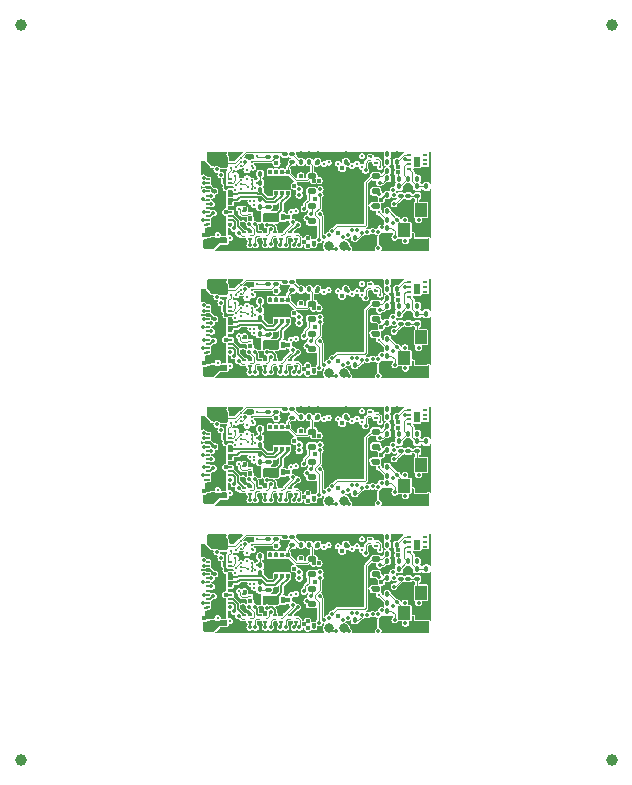
<source format=gbl>
G04 #@! TF.GenerationSoftware,KiCad,Pcbnew,8.0.8*
G04 #@! TF.CreationDate,2025-02-16T00:34:02-05:00*
G04 #@! TF.ProjectId,panel,70616e65-6c2e-46b6-9963-61645f706362,rev?*
G04 #@! TF.SameCoordinates,Original*
G04 #@! TF.FileFunction,Copper,L6,Bot*
G04 #@! TF.FilePolarity,Positive*
%FSLAX46Y46*%
G04 Gerber Fmt 4.6, Leading zero omitted, Abs format (unit mm)*
G04 Created by KiCad (PCBNEW 8.0.8) date 2025-02-16 00:34:02*
%MOMM*%
%LPD*%
G01*
G04 APERTURE LIST*
G04 Aperture macros list*
%AMRoundRect*
0 Rectangle with rounded corners*
0 $1 Rounding radius*
0 $2 $3 $4 $5 $6 $7 $8 $9 X,Y pos of 4 corners*
0 Add a 4 corners polygon primitive as box body*
4,1,4,$2,$3,$4,$5,$6,$7,$8,$9,$2,$3,0*
0 Add four circle primitives for the rounded corners*
1,1,$1+$1,$2,$3*
1,1,$1+$1,$4,$5*
1,1,$1+$1,$6,$7*
1,1,$1+$1,$8,$9*
0 Add four rect primitives between the rounded corners*
20,1,$1+$1,$2,$3,$4,$5,0*
20,1,$1+$1,$4,$5,$6,$7,0*
20,1,$1+$1,$6,$7,$8,$9,0*
20,1,$1+$1,$8,$9,$2,$3,0*%
G04 Aperture macros list end*
G04 #@! TA.AperFunction,SMDPad,CuDef*
%ADD10R,0.350000X0.600000*%
G04 #@! TD*
G04 #@! TA.AperFunction,SMDPad,CuDef*
%ADD11RoundRect,0.100000X0.100000X-0.130000X0.100000X0.130000X-0.100000X0.130000X-0.100000X-0.130000X0*%
G04 #@! TD*
G04 #@! TA.AperFunction,SMDPad,CuDef*
%ADD12RoundRect,0.125000X0.250000X0.125000X-0.250000X0.125000X-0.250000X-0.125000X0.250000X-0.125000X0*%
G04 #@! TD*
G04 #@! TA.AperFunction,HeatsinkPad*
%ADD13R,3.400000X4.300000*%
G04 #@! TD*
G04 #@! TA.AperFunction,SMDPad,CuDef*
%ADD14RoundRect,0.225000X0.225000X0.250000X-0.225000X0.250000X-0.225000X-0.250000X0.225000X-0.250000X0*%
G04 #@! TD*
G04 #@! TA.AperFunction,SMDPad,CuDef*
%ADD15RoundRect,0.100000X-0.100000X0.130000X-0.100000X-0.130000X0.100000X-0.130000X0.100000X0.130000X0*%
G04 #@! TD*
G04 #@! TA.AperFunction,SMDPad,CuDef*
%ADD16RoundRect,0.100000X-0.130000X-0.100000X0.130000X-0.100000X0.130000X0.100000X-0.130000X0.100000X0*%
G04 #@! TD*
G04 #@! TA.AperFunction,SMDPad,CuDef*
%ADD17R,0.280000X0.100000*%
G04 #@! TD*
G04 #@! TA.AperFunction,SMDPad,CuDef*
%ADD18R,0.350000X0.150000*%
G04 #@! TD*
G04 #@! TA.AperFunction,SMDPad,CuDef*
%ADD19RoundRect,0.100000X0.130000X0.100000X-0.130000X0.100000X-0.130000X-0.100000X0.130000X-0.100000X0*%
G04 #@! TD*
G04 #@! TA.AperFunction,SMDPad,CuDef*
%ADD20RoundRect,0.050000X0.050000X0.050000X-0.050000X0.050000X-0.050000X-0.050000X0.050000X-0.050000X0*%
G04 #@! TD*
G04 #@! TA.AperFunction,SMDPad,CuDef*
%ADD21R,1.000000X1.150000*%
G04 #@! TD*
G04 #@! TA.AperFunction,SMDPad,CuDef*
%ADD22C,0.800000*%
G04 #@! TD*
G04 #@! TA.AperFunction,SMDPad,CuDef*
%ADD23R,0.300000X0.450000*%
G04 #@! TD*
G04 #@! TA.AperFunction,SMDPad,CuDef*
%ADD24R,1.700000X0.900000*%
G04 #@! TD*
G04 #@! TA.AperFunction,SMDPad,CuDef*
%ADD25R,0.400000X0.200000*%
G04 #@! TD*
G04 #@! TA.AperFunction,SMDPad,CuDef*
%ADD26R,0.500000X0.900000*%
G04 #@! TD*
G04 #@! TA.AperFunction,SMDPad,CuDef*
%ADD27C,1.000000*%
G04 #@! TD*
G04 #@! TA.AperFunction,SMDPad,CuDef*
%ADD28R,0.400000X0.180000*%
G04 #@! TD*
G04 #@! TA.AperFunction,SMDPad,CuDef*
%ADD29R,0.385000X0.400000*%
G04 #@! TD*
G04 #@! TA.AperFunction,ViaPad*
%ADD30C,0.400000*%
G04 #@! TD*
G04 #@! TA.AperFunction,ViaPad*
%ADD31C,0.450000*%
G04 #@! TD*
G04 #@! TA.AperFunction,ViaPad*
%ADD32C,0.300000*%
G04 #@! TD*
G04 #@! TA.AperFunction,ViaPad*
%ADD33C,0.350000*%
G04 #@! TD*
G04 #@! TA.AperFunction,Conductor*
%ADD34C,0.200000*%
G04 #@! TD*
G04 #@! TA.AperFunction,Conductor*
%ADD35C,0.120000*%
G04 #@! TD*
G04 #@! TA.AperFunction,Conductor*
%ADD36C,0.150000*%
G04 #@! TD*
G04 #@! TA.AperFunction,Conductor*
%ADD37C,0.300000*%
G04 #@! TD*
G04 APERTURE END LIST*
D10*
G04 #@! TO.P,D5,1,K*
G04 #@! TO.N,Board_2-/CAP_VDC*
X31525000Y-41770000D03*
G04 #@! TO.P,D5,2,A*
G04 #@! TO.N,Board_2-VDC*
X32175000Y-41770000D03*
G04 #@! TD*
D11*
G04 #@! TO.P,C15,1*
G04 #@! TO.N,Board_2-+3.3V*
X35110000Y-37080000D03*
G04 #@! TO.P,C15,2*
G04 #@! TO.N,Board_2-GND*
X35110000Y-36440000D03*
G04 #@! TD*
D12*
G04 #@! TO.P,U3,1,~{CS}*
G04 #@! TO.N,Board_0-/QSPI_CS*
X40030000Y-16705000D03*
G04 #@! TO.P,U3,2,DO(IO1)*
G04 #@! TO.N,Board_0-/QSPI_SD1*
X40030000Y-17975000D03*
G04 #@! TO.P,U3,3,IO2*
G04 #@! TO.N,Board_0-/QSPI_SD2*
X40030000Y-19245000D03*
G04 #@! TO.P,U3,4,GND*
G04 #@! TO.N,Board_0-GND*
X40030000Y-20515000D03*
G04 #@! TO.P,U3,5,DI(IO0)*
G04 #@! TO.N,Board_0-/QSPI_SD0*
X34630000Y-20515000D03*
G04 #@! TO.P,U3,6,CLK*
G04 #@! TO.N,Board_0-/QSPI_SCLK*
X34630000Y-19245000D03*
G04 #@! TO.P,U3,7,IO3*
G04 #@! TO.N,Board_0-/QSPI_SD3*
X34630000Y-17975000D03*
G04 #@! TO.P,U3,8,VCC*
G04 #@! TO.N,Board_0-+3.3V*
X34630000Y-16705000D03*
D13*
G04 #@! TO.P,U3,9,GND*
G04 #@! TO.N,Board_0-GND*
X37330000Y-18610000D03*
G04 #@! TD*
D12*
G04 #@! TO.P,U3,1,~{CS}*
G04 #@! TO.N,Board_1-/QSPI_CS*
X40030000Y-27505000D03*
G04 #@! TO.P,U3,2,DO(IO1)*
G04 #@! TO.N,Board_1-/QSPI_SD1*
X40030000Y-28775000D03*
G04 #@! TO.P,U3,3,IO2*
G04 #@! TO.N,Board_1-/QSPI_SD2*
X40030000Y-30045000D03*
G04 #@! TO.P,U3,4,GND*
G04 #@! TO.N,Board_1-GND*
X40030000Y-31315000D03*
G04 #@! TO.P,U3,5,DI(IO0)*
G04 #@! TO.N,Board_1-/QSPI_SD0*
X34630000Y-31315000D03*
G04 #@! TO.P,U3,6,CLK*
G04 #@! TO.N,Board_1-/QSPI_SCLK*
X34630000Y-30045000D03*
G04 #@! TO.P,U3,7,IO3*
G04 #@! TO.N,Board_1-/QSPI_SD3*
X34630000Y-28775000D03*
G04 #@! TO.P,U3,8,VCC*
G04 #@! TO.N,Board_1-+3.3V*
X34630000Y-27505000D03*
D13*
G04 #@! TO.P,U3,9,GND*
G04 #@! TO.N,Board_1-GND*
X37330000Y-29410000D03*
G04 #@! TD*
D14*
G04 #@! TO.P,C2,1*
G04 #@! TO.N,Board_2-/CAP_VDC*
X40865000Y-43800000D03*
G04 #@! TO.P,C2,2*
G04 #@! TO.N,Board_2-GND*
X39315000Y-43800000D03*
G04 #@! TD*
D15*
G04 #@! TO.P,C16,1*
G04 #@! TO.N,Board_2-+3.3V*
X38260000Y-43480000D03*
G04 #@! TO.P,C16,2*
G04 #@! TO.N,Board_2-GND*
X38260000Y-44120000D03*
G04 #@! TD*
G04 #@! TO.P,R3,1*
G04 #@! TO.N,Board_3-+3.3V*
X41980000Y-49300000D03*
G04 #@! TO.P,R3,2*
G04 #@! TO.N,Board_3-/COMP_N*
X41980000Y-49940000D03*
G04 #@! TD*
D10*
G04 #@! TO.P,D5,1,K*
G04 #@! TO.N,Board_3-/CAP_VDC*
X31525000Y-52570000D03*
G04 #@! TO.P,D5,2,A*
G04 #@! TO.N,Board_3-VDC*
X32175000Y-52570000D03*
G04 #@! TD*
D16*
G04 #@! TO.P,R12,1*
G04 #@! TO.N,Board_2-Net-(Q3A-B1)*
X30940000Y-36640000D03*
G04 #@! TO.P,R12,2*
G04 #@! TO.N,Board_2-Net-(Q4A-B1)*
X31580000Y-36640000D03*
G04 #@! TD*
D11*
G04 #@! TO.P,C6,1*
G04 #@! TO.N,Board_3-/XIN*
X41010000Y-52070000D03*
G04 #@! TO.P,C6,2*
G04 #@! TO.N,Board_3-GND*
X41010000Y-51430000D03*
G04 #@! TD*
G04 #@! TO.P,C11,1*
G04 #@! TO.N,Board_1-+1V1*
X41009891Y-29077149D03*
G04 #@! TO.P,C11,2*
G04 #@! TO.N,Board_1-GND*
X41009891Y-28437149D03*
G04 #@! TD*
D17*
G04 #@! TO.P,Q2,1,S1*
G04 #@! TO.N,Board_3-/CAP+*
X29420000Y-51950000D03*
G04 #@! TO.P,Q2,2,G1*
G04 #@! TO.N,Board_3-/CAP_ENABLE*
X29420000Y-52250000D03*
D18*
G04 #@! TO.P,Q2,3,D2*
G04 #@! TO.N,Board_3-/CAP_VDC*
X29390000Y-52570000D03*
D17*
G04 #@! TO.P,Q2,4,S2*
G04 #@! TO.N,Board_3-/CAP+*
X28880000Y-52650000D03*
G04 #@! TO.P,Q2,5,G2*
G04 #@! TO.N,Board_3-/CAP_ENABLE*
X28880000Y-52350000D03*
D18*
G04 #@! TO.P,Q2,6,D1*
G04 #@! TO.N,Board_3-/CAP_VDC*
X28910000Y-52020000D03*
G04 #@! TD*
D11*
G04 #@! TO.P,C13,1*
G04 #@! TO.N,Board_1-+3.3V*
X34780000Y-33190000D03*
G04 #@! TO.P,C13,2*
G04 #@! TO.N,Board_1-GND*
X34780000Y-32550000D03*
G04 #@! TD*
D19*
G04 #@! TO.P,R7,1*
G04 #@! TO.N,Board_1-Net-(Q1A-G1)*
X32980000Y-25620000D03*
G04 #@! TO.P,R7,2*
G04 #@! TO.N,Board_1-/TRACK_LEFT*
X32340000Y-25620000D03*
G04 #@! TD*
D20*
G04 #@! TO.P,Q3,1,E1*
G04 #@! TO.N,Board_3-Net-(Q3A-B1)*
X29540000Y-49430000D03*
G04 #@! TO.P,Q3,2,B1*
X29540000Y-49780000D03*
G04 #@! TO.P,Q3,3,C2*
X29540000Y-50130000D03*
G04 #@! TO.P,Q3,4,E2*
G04 #@! TO.N,Board_3-Net-(Q3B-E2)*
X28640000Y-50130000D03*
G04 #@! TO.P,Q3,5,B2*
G04 #@! TO.N,Board_3-Net-(Q3B-B2)*
X28640000Y-49780000D03*
G04 #@! TO.P,Q3,6,C1*
G04 #@! TO.N,Board_3-/TRACK_RIGHT*
X28640000Y-49430000D03*
G04 #@! TD*
D16*
G04 #@! TO.P,C4,1*
G04 #@! TO.N,Board_2-Net-(C4-Pad1)*
X43570000Y-39960000D03*
G04 #@! TO.P,C4,2*
G04 #@! TO.N,Board_2-GND*
X44210000Y-39960000D03*
G04 #@! TD*
D11*
G04 #@! TO.P,C6,1*
G04 #@! TO.N,Board_1-/XIN*
X41010000Y-30470000D03*
G04 #@! TO.P,C6,2*
G04 #@! TO.N,Board_1-GND*
X41010000Y-29830000D03*
G04 #@! TD*
G04 #@! TO.P,R16,1*
G04 #@! TO.N,Board_2-/ADC_EMF_A*
X30220000Y-40880000D03*
G04 #@! TO.P,R16,2*
G04 #@! TO.N,Board_2-/MOTOR_A*
X30220000Y-40240000D03*
G04 #@! TD*
D16*
G04 #@! TO.P,R12,1*
G04 #@! TO.N,Board_0-Net-(Q3A-B1)*
X30940000Y-15040000D03*
G04 #@! TO.P,R12,2*
G04 #@! TO.N,Board_0-Net-(Q4A-B1)*
X31580000Y-15040000D03*
G04 #@! TD*
D19*
G04 #@! TO.P,R5,1*
G04 #@! TO.N,Board_1-Net-(C4-Pad1)*
X42810000Y-29160000D03*
G04 #@! TO.P,R5,2*
G04 #@! TO.N,Board_1-/XOUT*
X42170000Y-29160000D03*
G04 #@! TD*
G04 #@! TO.P,R17,1*
G04 #@! TO.N,Board_2-GND*
X31590000Y-40910000D03*
G04 #@! TO.P,R17,2*
G04 #@! TO.N,Board_2-/ADC_EMF_A*
X30950000Y-40910000D03*
G04 #@! TD*
D11*
G04 #@! TO.P,C12,1*
G04 #@! TO.N,Board_2-+3.3V*
X37510000Y-37080000D03*
G04 #@! TO.P,C12,2*
G04 #@! TO.N,Board_2-GND*
X37510000Y-36440000D03*
G04 #@! TD*
D21*
G04 #@! TO.P,Y1,1,1*
G04 #@! TO.N,Board_3-Net-(C4-Pad1)*
X43870000Y-51935000D03*
G04 #@! TO.P,Y1,2,2*
G04 #@! TO.N,Board_3-GND*
X43870000Y-53685000D03*
G04 #@! TO.P,Y1,3,3*
G04 #@! TO.N,Board_3-/XIN*
X42470000Y-53685000D03*
G04 #@! TO.P,Y1,4,4*
G04 #@! TO.N,Board_3-GND*
X42470000Y-51935000D03*
G04 #@! TD*
D15*
G04 #@! TO.P,R8,1*
G04 #@! TO.N,Board_2-GND*
X33710000Y-36440000D03*
G04 #@! TO.P,R8,2*
G04 #@! TO.N,Board_2-Net-(Q1A-G1)*
X33710000Y-37080000D03*
G04 #@! TD*
D17*
G04 #@! TO.P,Q5,1,S1*
G04 #@! TO.N,Board_2-GND*
X30710000Y-42980000D03*
G04 #@! TO.P,Q5,2,G1*
G04 #@! TO.N,Board_2-/GPIO8*
X30710000Y-43280000D03*
D18*
G04 #@! TO.P,Q5,3,D2*
G04 #@! TO.N,Board_2-/AUX2 (VDC)*
X30680000Y-43600000D03*
D17*
G04 #@! TO.P,Q5,4,S2*
G04 #@! TO.N,Board_2-GND*
X30170000Y-43680000D03*
G04 #@! TO.P,Q5,5,G2*
G04 #@! TO.N,Board_2-/GPIO5*
X30170000Y-43380000D03*
D18*
G04 #@! TO.P,Q5,6,D1*
G04 #@! TO.N,Board_2-/AUX1 (VDC)*
X30200000Y-43050000D03*
G04 #@! TD*
D20*
G04 #@! TO.P,Q4,1,E1*
G04 #@! TO.N,Board_0-GND*
X29520000Y-15140000D03*
G04 #@! TO.P,Q4,2,B1*
G04 #@! TO.N,Board_0-Net-(Q4A-B1)*
X29520000Y-15490000D03*
G04 #@! TO.P,Q4,3,C2*
G04 #@! TO.N,Board_0-Net-(Q3B-B2)*
X29520000Y-15840000D03*
G04 #@! TO.P,Q4,4,E2*
G04 #@! TO.N,Board_0-+3.3V*
X28620000Y-15840000D03*
G04 #@! TO.P,Q4,5,B2*
G04 #@! TO.N,Board_0-Net-(Q3B-E2)*
X28620000Y-15490000D03*
G04 #@! TO.P,Q4,6,C1*
G04 #@! TO.N,Board_0-/TRACK_LEFT*
X28620000Y-15140000D03*
G04 #@! TD*
D22*
G04 #@! TO.P,J2,1,Pin_1*
G04 #@! TO.N,Board_2-/SWCLK*
X37330000Y-44180000D03*
G04 #@! TD*
D15*
G04 #@! TO.P,C16,1*
G04 #@! TO.N,Board_0-+3.3V*
X38260000Y-21880000D03*
G04 #@! TO.P,C16,2*
G04 #@! TO.N,Board_0-GND*
X38260000Y-22520000D03*
G04 #@! TD*
D11*
G04 #@! TO.P,R15,1*
G04 #@! TO.N,Board_0-Net-(D7-A)*
X41010000Y-15480000D03*
G04 #@! TO.P,R15,2*
G04 #@! TO.N,Board_0-Net-(U4-GPIO19)*
X41010000Y-14840000D03*
G04 #@! TD*
D15*
G04 #@! TO.P,R3,1*
G04 #@! TO.N,Board_0-+3.3V*
X41980000Y-16900000D03*
G04 #@! TO.P,R3,2*
G04 #@! TO.N,Board_0-/COMP_N*
X41980000Y-17540000D03*
G04 #@! TD*
G04 #@! TO.P,R4,1*
G04 #@! TO.N,Board_3-/COMP_N*
X42740000Y-49300000D03*
G04 #@! TO.P,R4,2*
G04 #@! TO.N,Board_3-GND*
X42740000Y-49940000D03*
G04 #@! TD*
D17*
G04 #@! TO.P,Q8,1,S1*
G04 #@! TO.N,Board_2-GND*
X33310000Y-42980000D03*
G04 #@! TO.P,Q8,2,G1*
G04 #@! TO.N,Board_2-/GPIO2*
X33310000Y-43280000D03*
D18*
G04 #@! TO.P,Q8,3,D2*
G04 #@! TO.N,Board_2-/AUX7 (VDC)*
X33280000Y-43600000D03*
D17*
G04 #@! TO.P,Q8,4,S2*
G04 #@! TO.N,Board_2-GND*
X32770000Y-43680000D03*
G04 #@! TO.P,Q8,5,G2*
G04 #@! TO.N,Board_2-/GPIO3*
X32770000Y-43380000D03*
D18*
G04 #@! TO.P,Q8,6,D1*
G04 #@! TO.N,Board_2-/AUX5 (VDC)*
X32800000Y-43050000D03*
G04 #@! TD*
D15*
G04 #@! TO.P,R8,1*
G04 #@! TO.N,Board_1-GND*
X33710000Y-25640000D03*
G04 #@! TO.P,R8,2*
G04 #@! TO.N,Board_1-Net-(Q1A-G1)*
X33710000Y-26280000D03*
G04 #@! TD*
D11*
G04 #@! TO.P,C13,1*
G04 #@! TO.N,Board_0-+3.3V*
X34780000Y-22390000D03*
G04 #@! TO.P,C13,2*
G04 #@! TO.N,Board_0-GND*
X34780000Y-21750000D03*
G04 #@! TD*
D15*
G04 #@! TO.P,R18,1*
G04 #@! TO.N,Board_0-/ADC_EMF_B*
X30240000Y-17240000D03*
G04 #@! TO.P,R18,2*
G04 #@! TO.N,Board_0-/MOTOR_B*
X30240000Y-17880000D03*
G04 #@! TD*
D16*
G04 #@! TO.P,R12,1*
G04 #@! TO.N,Board_1-Net-(Q3A-B1)*
X30940000Y-25840000D03*
G04 #@! TO.P,R12,2*
G04 #@! TO.N,Board_1-Net-(Q4A-B1)*
X31580000Y-25840000D03*
G04 #@! TD*
D15*
G04 #@! TO.P,R19,1*
G04 #@! TO.N,Board_0-GND*
X30240000Y-15840000D03*
G04 #@! TO.P,R19,2*
G04 #@! TO.N,Board_0-/ADC_EMF_B*
X30240000Y-16480000D03*
G04 #@! TD*
D17*
G04 #@! TO.P,Q8,1,S1*
G04 #@! TO.N,Board_1-GND*
X33310000Y-32180000D03*
G04 #@! TO.P,Q8,2,G1*
G04 #@! TO.N,Board_1-/GPIO2*
X33310000Y-32480000D03*
D18*
G04 #@! TO.P,Q8,3,D2*
G04 #@! TO.N,Board_1-/AUX7 (VDC)*
X33280000Y-32800000D03*
D17*
G04 #@! TO.P,Q8,4,S2*
G04 #@! TO.N,Board_1-GND*
X32770000Y-32880000D03*
G04 #@! TO.P,Q8,5,G2*
G04 #@! TO.N,Board_1-/GPIO3*
X32770000Y-32580000D03*
D18*
G04 #@! TO.P,Q8,6,D1*
G04 #@! TO.N,Board_1-/AUX5 (VDC)*
X32800000Y-32250000D03*
G04 #@! TD*
D15*
G04 #@! TO.P,R3,1*
G04 #@! TO.N,Board_1-+3.3V*
X41980000Y-27700000D03*
G04 #@! TO.P,R3,2*
G04 #@! TO.N,Board_1-/COMP_N*
X41980000Y-28340000D03*
G04 #@! TD*
D22*
G04 #@! TO.P,J1,1,Pin_1*
G04 #@! TO.N,Board_0-/SWDIO*
X36050000Y-22580000D03*
G04 #@! TD*
D12*
G04 #@! TO.P,U3,1,~{CS}*
G04 #@! TO.N,Board_3-/QSPI_CS*
X40030000Y-49105000D03*
G04 #@! TO.P,U3,2,DO(IO1)*
G04 #@! TO.N,Board_3-/QSPI_SD1*
X40030000Y-50375000D03*
G04 #@! TO.P,U3,3,IO2*
G04 #@! TO.N,Board_3-/QSPI_SD2*
X40030000Y-51645000D03*
G04 #@! TO.P,U3,4,GND*
G04 #@! TO.N,Board_3-GND*
X40030000Y-52915000D03*
G04 #@! TO.P,U3,5,DI(IO0)*
G04 #@! TO.N,Board_3-/QSPI_SD0*
X34630000Y-52915000D03*
G04 #@! TO.P,U3,6,CLK*
G04 #@! TO.N,Board_3-/QSPI_SCLK*
X34630000Y-51645000D03*
G04 #@! TO.P,U3,7,IO3*
G04 #@! TO.N,Board_3-/QSPI_SD3*
X34630000Y-50375000D03*
G04 #@! TO.P,U3,8,VCC*
G04 #@! TO.N,Board_3-+3.3V*
X34630000Y-49105000D03*
D13*
G04 #@! TO.P,U3,9,GND*
G04 #@! TO.N,Board_3-GND*
X37330000Y-51010000D03*
G04 #@! TD*
D23*
G04 #@! TO.P,U6,1,VM*
G04 #@! TO.N,Board_0-/CAP_VDC*
X32590000Y-18150000D03*
G04 #@! TO.P,U6,2,OUT1*
G04 #@! TO.N,Board_0-/MOTOR_A*
X32090000Y-18150000D03*
G04 #@! TO.P,U6,3,OUT2*
G04 #@! TO.N,Board_0-/MOTOR_B*
X31590000Y-18150000D03*
G04 #@! TO.P,U6,4,GND*
G04 #@! TO.N,Board_0-GND*
X31090000Y-18150000D03*
G04 #@! TO.P,U6,5,IN2*
G04 #@! TO.N,Board_0-/GPIO26*
X31090000Y-16350000D03*
G04 #@! TO.P,U6,6,IN1*
G04 #@! TO.N,Board_0-/GPIO25*
X31590000Y-16350000D03*
G04 #@! TO.P,U6,7,nSLEEP*
G04 #@! TO.N,Board_0-+3.3V*
X32090000Y-16350000D03*
G04 #@! TO.P,U6,8,VCC*
X32590000Y-16350000D03*
D24*
G04 #@! TO.P,U6,9,GND*
G04 #@! TO.N,Board_0-GND*
X31840000Y-17250000D03*
G04 #@! TD*
D16*
G04 #@! TO.P,C4,1*
G04 #@! TO.N,Board_0-Net-(C4-Pad1)*
X43570000Y-18360000D03*
G04 #@! TO.P,C4,2*
G04 #@! TO.N,Board_0-GND*
X44210000Y-18360000D03*
G04 #@! TD*
D19*
G04 #@! TO.P,R7,1*
G04 #@! TO.N,Board_0-Net-(Q1A-G1)*
X32980000Y-14820000D03*
G04 #@! TO.P,R7,2*
G04 #@! TO.N,Board_0-/TRACK_LEFT*
X32340000Y-14820000D03*
G04 #@! TD*
D15*
G04 #@! TO.P,R6,1*
G04 #@! TO.N,Board_2-/QSPI_CS*
X41010000Y-37840000D03*
G04 #@! TO.P,R6,2*
G04 #@! TO.N,Board_2-Net-(R6-Pad2)*
X41010000Y-38480000D03*
G04 #@! TD*
D14*
G04 #@! TO.P,C2,1*
G04 #@! TO.N,Board_0-/CAP_VDC*
X40865000Y-22200000D03*
G04 #@! TO.P,C2,2*
G04 #@! TO.N,Board_0-GND*
X39315000Y-22200000D03*
G04 #@! TD*
D19*
G04 #@! TO.P,R17,1*
G04 #@! TO.N,Board_3-GND*
X31590000Y-51710000D03*
G04 #@! TO.P,R17,2*
G04 #@! TO.N,Board_3-/ADC_EMF_A*
X30950000Y-51710000D03*
G04 #@! TD*
D15*
G04 #@! TO.P,C1,1*
G04 #@! TO.N,Board_1-GND*
X41830000Y-25640000D03*
G04 #@! TO.P,C1,2*
G04 #@! TO.N,Board_1-+3.3V*
X41830000Y-26280000D03*
G04 #@! TD*
D11*
G04 #@! TO.P,R16,1*
G04 #@! TO.N,Board_1-/ADC_EMF_A*
X30220000Y-30080000D03*
G04 #@! TO.P,R16,2*
G04 #@! TO.N,Board_1-/MOTOR_A*
X30220000Y-29440000D03*
G04 #@! TD*
D19*
G04 #@! TO.P,R17,1*
G04 #@! TO.N,Board_0-GND*
X31590000Y-19310000D03*
G04 #@! TO.P,R17,2*
G04 #@! TO.N,Board_0-/ADC_EMF_A*
X30950000Y-19310000D03*
G04 #@! TD*
D11*
G04 #@! TO.P,C6,1*
G04 #@! TO.N,Board_2-/XIN*
X41010000Y-41270000D03*
G04 #@! TO.P,C6,2*
G04 #@! TO.N,Board_2-GND*
X41010000Y-40630000D03*
G04 #@! TD*
D19*
G04 #@! TO.P,R5,1*
G04 #@! TO.N,Board_0-Net-(C4-Pad1)*
X42810000Y-18360000D03*
G04 #@! TO.P,R5,2*
G04 #@! TO.N,Board_0-/XOUT*
X42170000Y-18360000D03*
G04 #@! TD*
D15*
G04 #@! TO.P,R6,1*
G04 #@! TO.N,Board_3-/QSPI_CS*
X41010000Y-48640000D03*
G04 #@! TO.P,R6,2*
G04 #@! TO.N,Board_3-Net-(R6-Pad2)*
X41010000Y-49280000D03*
G04 #@! TD*
D11*
G04 #@! TO.P,R2,1*
G04 #@! TO.N,Board_2-/COMP_P*
X44320000Y-39140000D03*
G04 #@! TO.P,R2,2*
G04 #@! TO.N,Board_2-GND*
X44320000Y-38500000D03*
G04 #@! TD*
D15*
G04 #@! TO.P,C16,1*
G04 #@! TO.N,Board_3-+3.3V*
X38260000Y-54280000D03*
G04 #@! TO.P,C16,2*
G04 #@! TO.N,Board_3-GND*
X38260000Y-54920000D03*
G04 #@! TD*
G04 #@! TO.P,C5,1*
G04 #@! TO.N,Board_1-Net-(U2-BST)*
X41010000Y-31230000D03*
G04 #@! TO.P,C5,2*
G04 #@! TO.N,Board_1-/SWITCH*
X41010000Y-31870000D03*
G04 #@! TD*
G04 #@! TO.P,C1,1*
G04 #@! TO.N,Board_3-GND*
X41830000Y-47240000D03*
G04 #@! TO.P,C1,2*
G04 #@! TO.N,Board_3-+3.3V*
X41830000Y-47880000D03*
G04 #@! TD*
D17*
G04 #@! TO.P,Q6,1,S1*
G04 #@! TO.N,Board_0-GND*
X29410000Y-21380000D03*
G04 #@! TO.P,Q6,2,G1*
G04 #@! TO.N,Board_0-/GPIO7*
X29410000Y-21680000D03*
D18*
G04 #@! TO.P,Q6,3,D2*
G04 #@! TO.N,Board_0-/LAMP_FRONT*
X29380000Y-22000000D03*
D17*
G04 #@! TO.P,Q6,4,S2*
G04 #@! TO.N,Board_0-GND*
X28870000Y-22080000D03*
G04 #@! TO.P,Q6,5,G2*
G04 #@! TO.N,Board_0-/GPIO6*
X28870000Y-21780000D03*
D18*
G04 #@! TO.P,Q6,6,D1*
G04 #@! TO.N,Board_0-/LAMP_REAR*
X28900000Y-21450000D03*
G04 #@! TD*
D15*
G04 #@! TO.P,C5,1*
G04 #@! TO.N,Board_3-Net-(U2-BST)*
X41010000Y-52830000D03*
G04 #@! TO.P,C5,2*
G04 #@! TO.N,Board_3-/SWITCH*
X41010000Y-53470000D03*
G04 #@! TD*
D17*
G04 #@! TO.P,Q1,1,S1*
G04 #@! TO.N,Board_2-GND*
X40089896Y-36550000D03*
G04 #@! TO.P,Q1,2,G1*
G04 #@! TO.N,Board_2-Net-(Q1A-G1)*
X40089896Y-36850000D03*
D18*
G04 #@! TO.P,Q1,3,D2*
G04 #@! TO.N,Board_2-/CAP_ENABLE*
X40059896Y-37170000D03*
D17*
G04 #@! TO.P,Q1,4,S2*
G04 #@! TO.N,Board_2-GND*
X39549896Y-37250000D03*
G04 #@! TO.P,Q1,5,G2*
G04 #@! TO.N,Board_2-Net-(Q1B-G2)*
X39549896Y-36950000D03*
D18*
G04 #@! TO.P,Q1,6,D1*
G04 #@! TO.N,Board_2-/DCC_TTL*
X39579896Y-36620000D03*
G04 #@! TD*
D11*
G04 #@! TO.P,C13,1*
G04 #@! TO.N,Board_2-+3.3V*
X34780000Y-43990000D03*
G04 #@! TO.P,C13,2*
G04 #@! TO.N,Board_2-GND*
X34780000Y-43350000D03*
G04 #@! TD*
G04 #@! TO.P,R2,1*
G04 #@! TO.N,Board_0-/COMP_P*
X44320000Y-17540000D03*
G04 #@! TO.P,R2,2*
G04 #@! TO.N,Board_0-GND*
X44320000Y-16900000D03*
G04 #@! TD*
D15*
G04 #@! TO.P,R18,1*
G04 #@! TO.N,Board_3-/ADC_EMF_B*
X30240000Y-49640000D03*
G04 #@! TO.P,R18,2*
G04 #@! TO.N,Board_3-/MOTOR_B*
X30240000Y-50280000D03*
G04 #@! TD*
D17*
G04 #@! TO.P,Q2,1,S1*
G04 #@! TO.N,Board_0-/CAP+*
X29420000Y-19550000D03*
G04 #@! TO.P,Q2,2,G1*
G04 #@! TO.N,Board_0-/CAP_ENABLE*
X29420000Y-19850000D03*
D18*
G04 #@! TO.P,Q2,3,D2*
G04 #@! TO.N,Board_0-/CAP_VDC*
X29390000Y-20170000D03*
D17*
G04 #@! TO.P,Q2,4,S2*
G04 #@! TO.N,Board_0-/CAP+*
X28880000Y-20250000D03*
G04 #@! TO.P,Q2,5,G2*
G04 #@! TO.N,Board_0-/CAP_ENABLE*
X28880000Y-19950000D03*
D18*
G04 #@! TO.P,Q2,6,D1*
G04 #@! TO.N,Board_0-/CAP_VDC*
X28910000Y-19620000D03*
G04 #@! TD*
D15*
G04 #@! TO.P,R19,1*
G04 #@! TO.N,Board_1-GND*
X30240000Y-26640000D03*
G04 #@! TO.P,R19,2*
G04 #@! TO.N,Board_1-/ADC_EMF_B*
X30240000Y-27280000D03*
G04 #@! TD*
D11*
G04 #@! TO.P,C15,1*
G04 #@! TO.N,Board_0-+3.3V*
X35110000Y-15480000D03*
G04 #@! TO.P,C15,2*
G04 #@! TO.N,Board_0-GND*
X35110000Y-14840000D03*
G04 #@! TD*
D22*
G04 #@! TO.P,J2,1,Pin_1*
G04 #@! TO.N,Board_1-/SWCLK*
X37330000Y-33380000D03*
G04 #@! TD*
D25*
G04 #@! TO.P,U1,1,OUT1*
G04 #@! TO.N,Board_1-unconnected-(U1-OUT1-Pad1)*
X44250000Y-25675000D03*
G04 #@! TO.P,U1,2,IN\u22121*
G04 #@! TO.N,Board_1-unconnected-(U1-IN\u22121-Pad2)*
X44250000Y-26075000D03*
G04 #@! TO.P,U1,3,IN+1*
G04 #@! TO.N,Board_1-unconnected-(U1-IN+1-Pad3)*
X44250000Y-26475000D03*
G04 #@! TO.P,U1,4,VEE*
G04 #@! TO.N,Board_1-GND*
X44250000Y-26875000D03*
G04 #@! TO.P,U1,5,IN+2*
G04 #@! TO.N,Board_1-/COMP_P*
X42850000Y-26875000D03*
G04 #@! TO.P,U1,6,IN\u22122*
G04 #@! TO.N,Board_1-/COMP_N*
X42850000Y-26475000D03*
G04 #@! TO.P,U1,7,OUT2*
G04 #@! TO.N,Board_1-Net-(Q1B-G2)*
X42850000Y-26075000D03*
G04 #@! TO.P,U1,8,VCC*
G04 #@! TO.N,Board_1-+3.3V*
X42850000Y-25675000D03*
D26*
G04 #@! TO.P,U1,9,EP*
G04 #@! TO.N,Board_1-unconnected-(U1-EP-Pad9)*
X43550000Y-26275000D03*
G04 #@! TD*
D15*
G04 #@! TO.P,R19,1*
G04 #@! TO.N,Board_2-GND*
X30240000Y-37440000D03*
G04 #@! TO.P,R19,2*
G04 #@! TO.N,Board_2-/ADC_EMF_B*
X30240000Y-38080000D03*
G04 #@! TD*
D17*
G04 #@! TO.P,Q8,1,S1*
G04 #@! TO.N,Board_3-GND*
X33310000Y-53780000D03*
G04 #@! TO.P,Q8,2,G1*
G04 #@! TO.N,Board_3-/GPIO2*
X33310000Y-54080000D03*
D18*
G04 #@! TO.P,Q8,3,D2*
G04 #@! TO.N,Board_3-/AUX7 (VDC)*
X33280000Y-54400000D03*
D17*
G04 #@! TO.P,Q8,4,S2*
G04 #@! TO.N,Board_3-GND*
X32770000Y-54480000D03*
G04 #@! TO.P,Q8,5,G2*
G04 #@! TO.N,Board_3-/GPIO3*
X32770000Y-54180000D03*
D18*
G04 #@! TO.P,Q8,6,D1*
G04 #@! TO.N,Board_3-/AUX5 (VDC)*
X32800000Y-53850000D03*
G04 #@! TD*
D22*
G04 #@! TO.P,J2,1,Pin_1*
G04 #@! TO.N,Board_3-/SWCLK*
X37330000Y-54980000D03*
G04 #@! TD*
D20*
G04 #@! TO.P,Q4,1,E1*
G04 #@! TO.N,Board_2-GND*
X29520000Y-36740000D03*
G04 #@! TO.P,Q4,2,B1*
G04 #@! TO.N,Board_2-Net-(Q4A-B1)*
X29520000Y-37090000D03*
G04 #@! TO.P,Q4,3,C2*
G04 #@! TO.N,Board_2-Net-(Q3B-B2)*
X29520000Y-37440000D03*
G04 #@! TO.P,Q4,4,E2*
G04 #@! TO.N,Board_2-+3.3V*
X28620000Y-37440000D03*
G04 #@! TO.P,Q4,5,B2*
G04 #@! TO.N,Board_2-Net-(Q3B-E2)*
X28620000Y-37090000D03*
G04 #@! TO.P,Q4,6,C1*
G04 #@! TO.N,Board_2-/TRACK_LEFT*
X28620000Y-36740000D03*
G04 #@! TD*
D11*
G04 #@! TO.P,C11,1*
G04 #@! TO.N,Board_3-+1V1*
X41009891Y-50677149D03*
G04 #@! TO.P,C11,2*
G04 #@! TO.N,Board_3-GND*
X41009891Y-50037149D03*
G04 #@! TD*
D17*
G04 #@! TO.P,Q5,1,S1*
G04 #@! TO.N,Board_1-GND*
X30710000Y-32180000D03*
G04 #@! TO.P,Q5,2,G1*
G04 #@! TO.N,Board_1-/GPIO8*
X30710000Y-32480000D03*
D18*
G04 #@! TO.P,Q5,3,D2*
G04 #@! TO.N,Board_1-/AUX2 (VDC)*
X30680000Y-32800000D03*
D17*
G04 #@! TO.P,Q5,4,S2*
G04 #@! TO.N,Board_1-GND*
X30170000Y-32880000D03*
G04 #@! TO.P,Q5,5,G2*
G04 #@! TO.N,Board_1-/GPIO5*
X30170000Y-32580000D03*
D18*
G04 #@! TO.P,Q5,6,D1*
G04 #@! TO.N,Board_1-/AUX1 (VDC)*
X30200000Y-32250000D03*
G04 #@! TD*
D15*
G04 #@! TO.P,R6,1*
G04 #@! TO.N,Board_0-/QSPI_CS*
X41010000Y-16240000D03*
G04 #@! TO.P,R6,2*
G04 #@! TO.N,Board_0-Net-(R6-Pad2)*
X41010000Y-16880000D03*
G04 #@! TD*
G04 #@! TO.P,C16,1*
G04 #@! TO.N,Board_1-+3.3V*
X38260000Y-32680000D03*
G04 #@! TO.P,C16,2*
G04 #@! TO.N,Board_1-GND*
X38260000Y-33320000D03*
G04 #@! TD*
D10*
G04 #@! TO.P,D5,1,K*
G04 #@! TO.N,Board_0-/CAP_VDC*
X31525000Y-20170000D03*
G04 #@! TO.P,D5,2,A*
G04 #@! TO.N,Board_0-VDC*
X32175000Y-20170000D03*
G04 #@! TD*
D17*
G04 #@! TO.P,Q7,1,S1*
G04 #@! TO.N,Board_0-GND*
X32010000Y-21380000D03*
G04 #@! TO.P,Q7,2,G1*
G04 #@! TO.N,Board_0-/GPIO9*
X32010000Y-21680000D03*
D18*
G04 #@! TO.P,Q7,3,D2*
G04 #@! TO.N,Board_0-/AUX8 (VDC)*
X31980000Y-22000000D03*
D17*
G04 #@! TO.P,Q7,4,S2*
G04 #@! TO.N,Board_0-GND*
X31470000Y-22080000D03*
G04 #@! TO.P,Q7,5,G2*
G04 #@! TO.N,Board_0-/GPIO4*
X31470000Y-21780000D03*
D18*
G04 #@! TO.P,Q7,6,D1*
G04 #@! TO.N,Board_0-/AUX6 (VDC)*
X31500000Y-21450000D03*
G04 #@! TD*
D19*
G04 #@! TO.P,C20,1*
G04 #@! TO.N,Board_1-+3.3V*
X32980000Y-26320000D03*
G04 #@! TO.P,C20,2*
G04 #@! TO.N,Board_1-GND*
X32340000Y-26320000D03*
G04 #@! TD*
D11*
G04 #@! TO.P,R15,1*
G04 #@! TO.N,Board_3-Net-(D7-A)*
X41010000Y-47880000D03*
G04 #@! TO.P,R15,2*
G04 #@! TO.N,Board_3-Net-(U4-GPIO19)*
X41010000Y-47240000D03*
G04 #@! TD*
D19*
G04 #@! TO.P,R17,1*
G04 #@! TO.N,Board_1-GND*
X31590000Y-30110000D03*
G04 #@! TO.P,R17,2*
G04 #@! TO.N,Board_1-/ADC_EMF_A*
X30950000Y-30110000D03*
G04 #@! TD*
D12*
G04 #@! TO.P,U3,1,~{CS}*
G04 #@! TO.N,Board_2-/QSPI_CS*
X40030000Y-38305000D03*
G04 #@! TO.P,U3,2,DO(IO1)*
G04 #@! TO.N,Board_2-/QSPI_SD1*
X40030000Y-39575000D03*
G04 #@! TO.P,U3,3,IO2*
G04 #@! TO.N,Board_2-/QSPI_SD2*
X40030000Y-40845000D03*
G04 #@! TO.P,U3,4,GND*
G04 #@! TO.N,Board_2-GND*
X40030000Y-42115000D03*
G04 #@! TO.P,U3,5,DI(IO0)*
G04 #@! TO.N,Board_2-/QSPI_SD0*
X34630000Y-42115000D03*
G04 #@! TO.P,U3,6,CLK*
G04 #@! TO.N,Board_2-/QSPI_SCLK*
X34630000Y-40845000D03*
G04 #@! TO.P,U3,7,IO3*
G04 #@! TO.N,Board_2-/QSPI_SD3*
X34630000Y-39575000D03*
G04 #@! TO.P,U3,8,VCC*
G04 #@! TO.N,Board_2-+3.3V*
X34630000Y-38305000D03*
D13*
G04 #@! TO.P,U3,9,GND*
G04 #@! TO.N,Board_2-GND*
X37330000Y-40210000D03*
G04 #@! TD*
D17*
G04 #@! TO.P,Q5,1,S1*
G04 #@! TO.N,Board_3-GND*
X30710000Y-53780000D03*
G04 #@! TO.P,Q5,2,G1*
G04 #@! TO.N,Board_3-/GPIO8*
X30710000Y-54080000D03*
D18*
G04 #@! TO.P,Q5,3,D2*
G04 #@! TO.N,Board_3-/AUX2 (VDC)*
X30680000Y-54400000D03*
D17*
G04 #@! TO.P,Q5,4,S2*
G04 #@! TO.N,Board_3-GND*
X30170000Y-54480000D03*
G04 #@! TO.P,Q5,5,G2*
G04 #@! TO.N,Board_3-/GPIO5*
X30170000Y-54180000D03*
D18*
G04 #@! TO.P,Q5,6,D1*
G04 #@! TO.N,Board_3-/AUX1 (VDC)*
X30200000Y-53850000D03*
G04 #@! TD*
D15*
G04 #@! TO.P,C5,1*
G04 #@! TO.N,Board_0-Net-(U2-BST)*
X41010000Y-20430000D03*
G04 #@! TO.P,C5,2*
G04 #@! TO.N,Board_0-/SWITCH*
X41010000Y-21070000D03*
G04 #@! TD*
D23*
G04 #@! TO.P,U6,1,VM*
G04 #@! TO.N,Board_3-/CAP_VDC*
X32590000Y-50550000D03*
G04 #@! TO.P,U6,2,OUT1*
G04 #@! TO.N,Board_3-/MOTOR_A*
X32090000Y-50550000D03*
G04 #@! TO.P,U6,3,OUT2*
G04 #@! TO.N,Board_3-/MOTOR_B*
X31590000Y-50550000D03*
G04 #@! TO.P,U6,4,GND*
G04 #@! TO.N,Board_3-GND*
X31090000Y-50550000D03*
G04 #@! TO.P,U6,5,IN2*
G04 #@! TO.N,Board_3-/GPIO26*
X31090000Y-48750000D03*
G04 #@! TO.P,U6,6,IN1*
G04 #@! TO.N,Board_3-/GPIO25*
X31590000Y-48750000D03*
G04 #@! TO.P,U6,7,nSLEEP*
G04 #@! TO.N,Board_3-+3.3V*
X32090000Y-48750000D03*
G04 #@! TO.P,U6,8,VCC*
X32590000Y-48750000D03*
D24*
G04 #@! TO.P,U6,9,GND*
G04 #@! TO.N,Board_3-GND*
X31840000Y-49650000D03*
G04 #@! TD*
D23*
G04 #@! TO.P,U6,1,VM*
G04 #@! TO.N,Board_2-/CAP_VDC*
X32590000Y-39750000D03*
G04 #@! TO.P,U6,2,OUT1*
G04 #@! TO.N,Board_2-/MOTOR_A*
X32090000Y-39750000D03*
G04 #@! TO.P,U6,3,OUT2*
G04 #@! TO.N,Board_2-/MOTOR_B*
X31590000Y-39750000D03*
G04 #@! TO.P,U6,4,GND*
G04 #@! TO.N,Board_2-GND*
X31090000Y-39750000D03*
G04 #@! TO.P,U6,5,IN2*
G04 #@! TO.N,Board_2-/GPIO26*
X31090000Y-37950000D03*
G04 #@! TO.P,U6,6,IN1*
G04 #@! TO.N,Board_2-/GPIO25*
X31590000Y-37950000D03*
G04 #@! TO.P,U6,7,nSLEEP*
G04 #@! TO.N,Board_2-+3.3V*
X32090000Y-37950000D03*
G04 #@! TO.P,U6,8,VCC*
X32590000Y-37950000D03*
D24*
G04 #@! TO.P,U6,9,GND*
G04 #@! TO.N,Board_2-GND*
X31840000Y-38850000D03*
G04 #@! TD*
D27*
G04 #@! TO.P,KiKit_FID_B_1,*
G04 #@! TO.N,*
X10000000Y-3850000D03*
G04 #@! TD*
D22*
G04 #@! TO.P,J2,1,Pin_1*
G04 #@! TO.N,Board_0-/SWCLK*
X37330000Y-22580000D03*
G04 #@! TD*
D17*
G04 #@! TO.P,Q5,1,S1*
G04 #@! TO.N,Board_0-GND*
X30710000Y-21380000D03*
G04 #@! TO.P,Q5,2,G1*
G04 #@! TO.N,Board_0-/GPIO8*
X30710000Y-21680000D03*
D18*
G04 #@! TO.P,Q5,3,D2*
G04 #@! TO.N,Board_0-/AUX2 (VDC)*
X30680000Y-22000000D03*
D17*
G04 #@! TO.P,Q5,4,S2*
G04 #@! TO.N,Board_0-GND*
X30170000Y-22080000D03*
G04 #@! TO.P,Q5,5,G2*
G04 #@! TO.N,Board_0-/GPIO5*
X30170000Y-21780000D03*
D18*
G04 #@! TO.P,Q5,6,D1*
G04 #@! TO.N,Board_0-/AUX1 (VDC)*
X30200000Y-21450000D03*
G04 #@! TD*
D15*
G04 #@! TO.P,R1,1*
G04 #@! TO.N,Board_1-VDC*
X43560000Y-27700000D03*
G04 #@! TO.P,R1,2*
G04 #@! TO.N,Board_1-/COMP_P*
X43560000Y-28340000D03*
G04 #@! TD*
G04 #@! TO.P,R6,1*
G04 #@! TO.N,Board_1-/QSPI_CS*
X41010000Y-27040000D03*
G04 #@! TO.P,R6,2*
G04 #@! TO.N,Board_1-Net-(R6-Pad2)*
X41010000Y-27680000D03*
G04 #@! TD*
D27*
G04 #@! TO.P,KiKit_FID_B_4,*
G04 #@! TO.N,*
X60000000Y-66150000D03*
G04 #@! TD*
G04 #@! TO.P,KiKit_FID_B_3,*
G04 #@! TO.N,*
X10000000Y-66150000D03*
G04 #@! TD*
D11*
G04 #@! TO.P,R15,1*
G04 #@! TO.N,Board_1-Net-(D7-A)*
X41010000Y-26280000D03*
G04 #@! TO.P,R15,2*
G04 #@! TO.N,Board_1-Net-(U4-GPIO19)*
X41010000Y-25640000D03*
G04 #@! TD*
D15*
G04 #@! TO.P,R19,1*
G04 #@! TO.N,Board_3-GND*
X30240000Y-48240000D03*
G04 #@! TO.P,R19,2*
G04 #@! TO.N,Board_3-/ADC_EMF_B*
X30240000Y-48880000D03*
G04 #@! TD*
D27*
G04 #@! TO.P,KiKit_FID_B_2,*
G04 #@! TO.N,*
X60000000Y-3850000D03*
G04 #@! TD*
D19*
G04 #@! TO.P,R7,1*
G04 #@! TO.N,Board_2-Net-(Q1A-G1)*
X32980000Y-36420000D03*
G04 #@! TO.P,R7,2*
G04 #@! TO.N,Board_2-/TRACK_LEFT*
X32340000Y-36420000D03*
G04 #@! TD*
D11*
G04 #@! TO.P,C3,1*
G04 #@! TO.N,Board_2-+3.3V*
X34410000Y-37080000D03*
G04 #@! TO.P,C3,2*
G04 #@! TO.N,Board_2-GND*
X34410000Y-36440000D03*
G04 #@! TD*
G04 #@! TO.P,C3,1*
G04 #@! TO.N,Board_3-+3.3V*
X34410000Y-47880000D03*
G04 #@! TO.P,C3,2*
G04 #@! TO.N,Board_3-GND*
X34410000Y-47240000D03*
G04 #@! TD*
D14*
G04 #@! TO.P,C2,1*
G04 #@! TO.N,Board_1-/CAP_VDC*
X40865000Y-33000000D03*
G04 #@! TO.P,C2,2*
G04 #@! TO.N,Board_1-GND*
X39315000Y-33000000D03*
G04 #@! TD*
D15*
G04 #@! TO.P,C1,1*
G04 #@! TO.N,Board_2-GND*
X41830000Y-36440000D03*
G04 #@! TO.P,C1,2*
G04 #@! TO.N,Board_2-+3.3V*
X41830000Y-37080000D03*
G04 #@! TD*
D25*
G04 #@! TO.P,U1,1,OUT1*
G04 #@! TO.N,Board_3-unconnected-(U1-OUT1-Pad1)*
X44250000Y-47275000D03*
G04 #@! TO.P,U1,2,IN\u22121*
G04 #@! TO.N,Board_3-unconnected-(U1-IN\u22121-Pad2)*
X44250000Y-47675000D03*
G04 #@! TO.P,U1,3,IN+1*
G04 #@! TO.N,Board_3-unconnected-(U1-IN+1-Pad3)*
X44250000Y-48075000D03*
G04 #@! TO.P,U1,4,VEE*
G04 #@! TO.N,Board_3-GND*
X44250000Y-48475000D03*
G04 #@! TO.P,U1,5,IN+2*
G04 #@! TO.N,Board_3-/COMP_P*
X42850000Y-48475000D03*
G04 #@! TO.P,U1,6,IN\u22122*
G04 #@! TO.N,Board_3-/COMP_N*
X42850000Y-48075000D03*
G04 #@! TO.P,U1,7,OUT2*
G04 #@! TO.N,Board_3-Net-(Q1B-G2)*
X42850000Y-47675000D03*
G04 #@! TO.P,U1,8,VCC*
G04 #@! TO.N,Board_3-+3.3V*
X42850000Y-47275000D03*
D26*
G04 #@! TO.P,U1,9,EP*
G04 #@! TO.N,Board_3-unconnected-(U1-EP-Pad9)*
X43550000Y-47875000D03*
G04 #@! TD*
D11*
G04 #@! TO.P,C15,1*
G04 #@! TO.N,Board_1-+3.3V*
X35110000Y-26280000D03*
G04 #@! TO.P,C15,2*
G04 #@! TO.N,Board_1-GND*
X35110000Y-25640000D03*
G04 #@! TD*
D20*
G04 #@! TO.P,Q3,1,E1*
G04 #@! TO.N,Board_0-Net-(Q3A-B1)*
X29540000Y-17030000D03*
G04 #@! TO.P,Q3,2,B1*
X29540000Y-17380000D03*
G04 #@! TO.P,Q3,3,C2*
X29540000Y-17730000D03*
G04 #@! TO.P,Q3,4,E2*
G04 #@! TO.N,Board_0-Net-(Q3B-E2)*
X28640000Y-17730000D03*
G04 #@! TO.P,Q3,5,B2*
G04 #@! TO.N,Board_0-Net-(Q3B-B2)*
X28640000Y-17380000D03*
G04 #@! TO.P,Q3,6,C1*
G04 #@! TO.N,Board_0-/TRACK_RIGHT*
X28640000Y-17030000D03*
G04 #@! TD*
D19*
G04 #@! TO.P,R5,1*
G04 #@! TO.N,Board_2-Net-(C4-Pad1)*
X42810000Y-39960000D03*
G04 #@! TO.P,R5,2*
G04 #@! TO.N,Board_2-/XOUT*
X42170000Y-39960000D03*
G04 #@! TD*
D11*
G04 #@! TO.P,C13,1*
G04 #@! TO.N,Board_3-+3.3V*
X34780000Y-54790000D03*
G04 #@! TO.P,C13,2*
G04 #@! TO.N,Board_3-GND*
X34780000Y-54150000D03*
G04 #@! TD*
D15*
G04 #@! TO.P,C1,1*
G04 #@! TO.N,Board_0-GND*
X41830000Y-14840000D03*
G04 #@! TO.P,C1,2*
G04 #@! TO.N,Board_0-+3.3V*
X41830000Y-15480000D03*
G04 #@! TD*
D17*
G04 #@! TO.P,Q7,1,S1*
G04 #@! TO.N,Board_2-GND*
X32010000Y-42980000D03*
G04 #@! TO.P,Q7,2,G1*
G04 #@! TO.N,Board_2-/GPIO9*
X32010000Y-43280000D03*
D18*
G04 #@! TO.P,Q7,3,D2*
G04 #@! TO.N,Board_2-/AUX8 (VDC)*
X31980000Y-43600000D03*
D17*
G04 #@! TO.P,Q7,4,S2*
G04 #@! TO.N,Board_2-GND*
X31470000Y-43680000D03*
G04 #@! TO.P,Q7,5,G2*
G04 #@! TO.N,Board_2-/GPIO4*
X31470000Y-43380000D03*
D18*
G04 #@! TO.P,Q7,6,D1*
G04 #@! TO.N,Board_2-/AUX6 (VDC)*
X31500000Y-43050000D03*
G04 #@! TD*
D10*
G04 #@! TO.P,D6,1,K*
G04 #@! TO.N,Board_1-/CAP_VDC*
X30775000Y-30970000D03*
G04 #@! TO.P,D6,2,A*
G04 #@! TO.N,Board_1-/CAP+*
X30125000Y-30970000D03*
G04 #@! TD*
D19*
G04 #@! TO.P,R7,1*
G04 #@! TO.N,Board_3-Net-(Q1A-G1)*
X32980000Y-47220000D03*
G04 #@! TO.P,R7,2*
G04 #@! TO.N,Board_3-/TRACK_LEFT*
X32340000Y-47220000D03*
G04 #@! TD*
D10*
G04 #@! TO.P,D6,1,K*
G04 #@! TO.N,Board_0-/CAP_VDC*
X30775000Y-20170000D03*
G04 #@! TO.P,D6,2,A*
G04 #@! TO.N,Board_0-/CAP+*
X30125000Y-20170000D03*
G04 #@! TD*
D17*
G04 #@! TO.P,Q8,1,S1*
G04 #@! TO.N,Board_0-GND*
X33310000Y-21380000D03*
G04 #@! TO.P,Q8,2,G1*
G04 #@! TO.N,Board_0-/GPIO2*
X33310000Y-21680000D03*
D18*
G04 #@! TO.P,Q8,3,D2*
G04 #@! TO.N,Board_0-/AUX7 (VDC)*
X33280000Y-22000000D03*
D17*
G04 #@! TO.P,Q8,4,S2*
G04 #@! TO.N,Board_0-GND*
X32770000Y-22080000D03*
G04 #@! TO.P,Q8,5,G2*
G04 #@! TO.N,Board_0-/GPIO3*
X32770000Y-21780000D03*
D18*
G04 #@! TO.P,Q8,6,D1*
G04 #@! TO.N,Board_0-/AUX5 (VDC)*
X32800000Y-21450000D03*
G04 #@! TD*
D14*
G04 #@! TO.P,C2,1*
G04 #@! TO.N,Board_3-/CAP_VDC*
X40865000Y-54600000D03*
G04 #@! TO.P,C2,2*
G04 #@! TO.N,Board_3-GND*
X39315000Y-54600000D03*
G04 #@! TD*
D11*
G04 #@! TO.P,C12,1*
G04 #@! TO.N,Board_3-+3.3V*
X37510000Y-47880000D03*
G04 #@! TO.P,C12,2*
G04 #@! TO.N,Board_3-GND*
X37510000Y-47240000D03*
G04 #@! TD*
G04 #@! TO.P,C3,1*
G04 #@! TO.N,Board_1-+3.3V*
X34410000Y-26280000D03*
G04 #@! TO.P,C3,2*
G04 #@! TO.N,Board_1-GND*
X34410000Y-25640000D03*
G04 #@! TD*
D15*
G04 #@! TO.P,R4,1*
G04 #@! TO.N,Board_2-/COMP_N*
X42740000Y-38500000D03*
G04 #@! TO.P,R4,2*
G04 #@! TO.N,Board_2-GND*
X42740000Y-39140000D03*
G04 #@! TD*
D17*
G04 #@! TO.P,Q1,1,S1*
G04 #@! TO.N,Board_1-GND*
X40089896Y-25750000D03*
G04 #@! TO.P,Q1,2,G1*
G04 #@! TO.N,Board_1-Net-(Q1A-G1)*
X40089896Y-26050000D03*
D18*
G04 #@! TO.P,Q1,3,D2*
G04 #@! TO.N,Board_1-/CAP_ENABLE*
X40059896Y-26370000D03*
D17*
G04 #@! TO.P,Q1,4,S2*
G04 #@! TO.N,Board_1-GND*
X39549896Y-26450000D03*
G04 #@! TO.P,Q1,5,G2*
G04 #@! TO.N,Board_1-Net-(Q1B-G2)*
X39549896Y-26150000D03*
D18*
G04 #@! TO.P,Q1,6,D1*
G04 #@! TO.N,Board_1-/DCC_TTL*
X39579896Y-25820000D03*
G04 #@! TD*
D11*
G04 #@! TO.P,R16,1*
G04 #@! TO.N,Board_3-/ADC_EMF_A*
X30220000Y-51680000D03*
G04 #@! TO.P,R16,2*
G04 #@! TO.N,Board_3-/MOTOR_A*
X30220000Y-51040000D03*
G04 #@! TD*
D19*
G04 #@! TO.P,C20,1*
G04 #@! TO.N,Board_3-+3.3V*
X32980000Y-47920000D03*
G04 #@! TO.P,C20,2*
G04 #@! TO.N,Board_3-GND*
X32340000Y-47920000D03*
G04 #@! TD*
D20*
G04 #@! TO.P,Q4,1,E1*
G04 #@! TO.N,Board_3-GND*
X29520000Y-47540000D03*
G04 #@! TO.P,Q4,2,B1*
G04 #@! TO.N,Board_3-Net-(Q4A-B1)*
X29520000Y-47890000D03*
G04 #@! TO.P,Q4,3,C2*
G04 #@! TO.N,Board_3-Net-(Q3B-B2)*
X29520000Y-48240000D03*
G04 #@! TO.P,Q4,4,E2*
G04 #@! TO.N,Board_3-+3.3V*
X28620000Y-48240000D03*
G04 #@! TO.P,Q4,5,B2*
G04 #@! TO.N,Board_3-Net-(Q3B-E2)*
X28620000Y-47890000D03*
G04 #@! TO.P,Q4,6,C1*
G04 #@! TO.N,Board_3-/TRACK_LEFT*
X28620000Y-47540000D03*
G04 #@! TD*
D17*
G04 #@! TO.P,Q2,1,S1*
G04 #@! TO.N,Board_1-/CAP+*
X29420000Y-30350000D03*
G04 #@! TO.P,Q2,2,G1*
G04 #@! TO.N,Board_1-/CAP_ENABLE*
X29420000Y-30650000D03*
D18*
G04 #@! TO.P,Q2,3,D2*
G04 #@! TO.N,Board_1-/CAP_VDC*
X29390000Y-30970000D03*
D17*
G04 #@! TO.P,Q2,4,S2*
G04 #@! TO.N,Board_1-/CAP+*
X28880000Y-31050000D03*
G04 #@! TO.P,Q2,5,G2*
G04 #@! TO.N,Board_1-/CAP_ENABLE*
X28880000Y-30750000D03*
D18*
G04 #@! TO.P,Q2,6,D1*
G04 #@! TO.N,Board_1-/CAP_VDC*
X28910000Y-30420000D03*
G04 #@! TD*
D15*
G04 #@! TO.P,R18,1*
G04 #@! TO.N,Board_2-/ADC_EMF_B*
X30240000Y-38840000D03*
G04 #@! TO.P,R18,2*
G04 #@! TO.N,Board_2-/MOTOR_B*
X30240000Y-39480000D03*
G04 #@! TD*
D17*
G04 #@! TO.P,Q6,1,S1*
G04 #@! TO.N,Board_3-GND*
X29410000Y-53780000D03*
G04 #@! TO.P,Q6,2,G1*
G04 #@! TO.N,Board_3-/GPIO7*
X29410000Y-54080000D03*
D18*
G04 #@! TO.P,Q6,3,D2*
G04 #@! TO.N,Board_3-/LAMP_FRONT*
X29380000Y-54400000D03*
D17*
G04 #@! TO.P,Q6,4,S2*
G04 #@! TO.N,Board_3-GND*
X28870000Y-54480000D03*
G04 #@! TO.P,Q6,5,G2*
G04 #@! TO.N,Board_3-/GPIO6*
X28870000Y-54180000D03*
D18*
G04 #@! TO.P,Q6,6,D1*
G04 #@! TO.N,Board_3-/LAMP_REAR*
X28900000Y-53850000D03*
G04 #@! TD*
D11*
G04 #@! TO.P,C12,1*
G04 #@! TO.N,Board_0-+3.3V*
X37510000Y-15480000D03*
G04 #@! TO.P,C12,2*
G04 #@! TO.N,Board_0-GND*
X37510000Y-14840000D03*
G04 #@! TD*
D22*
G04 #@! TO.P,J1,1,Pin_1*
G04 #@! TO.N,Board_3-/SWDIO*
X36050000Y-54980000D03*
G04 #@! TD*
D17*
G04 #@! TO.P,Q2,1,S1*
G04 #@! TO.N,Board_2-/CAP+*
X29420000Y-41150000D03*
G04 #@! TO.P,Q2,2,G1*
G04 #@! TO.N,Board_2-/CAP_ENABLE*
X29420000Y-41450000D03*
D18*
G04 #@! TO.P,Q2,3,D2*
G04 #@! TO.N,Board_2-/CAP_VDC*
X29390000Y-41770000D03*
D17*
G04 #@! TO.P,Q2,4,S2*
G04 #@! TO.N,Board_2-/CAP+*
X28880000Y-41850000D03*
G04 #@! TO.P,Q2,5,G2*
G04 #@! TO.N,Board_2-/CAP_ENABLE*
X28880000Y-41550000D03*
D18*
G04 #@! TO.P,Q2,6,D1*
G04 #@! TO.N,Board_2-/CAP_VDC*
X28910000Y-41220000D03*
G04 #@! TD*
D21*
G04 #@! TO.P,Y1,1,1*
G04 #@! TO.N,Board_0-Net-(C4-Pad1)*
X43870000Y-19535000D03*
G04 #@! TO.P,Y1,2,2*
G04 #@! TO.N,Board_0-GND*
X43870000Y-21285000D03*
G04 #@! TO.P,Y1,3,3*
G04 #@! TO.N,Board_0-/XIN*
X42470000Y-21285000D03*
G04 #@! TO.P,Y1,4,4*
G04 #@! TO.N,Board_0-GND*
X42470000Y-19535000D03*
G04 #@! TD*
G04 #@! TO.P,Y1,1,1*
G04 #@! TO.N,Board_2-Net-(C4-Pad1)*
X43870000Y-41135000D03*
G04 #@! TO.P,Y1,2,2*
G04 #@! TO.N,Board_2-GND*
X43870000Y-42885000D03*
G04 #@! TO.P,Y1,3,3*
G04 #@! TO.N,Board_2-/XIN*
X42470000Y-42885000D03*
G04 #@! TO.P,Y1,4,4*
G04 #@! TO.N,Board_2-GND*
X42470000Y-41135000D03*
G04 #@! TD*
D10*
G04 #@! TO.P,D6,1,K*
G04 #@! TO.N,Board_3-/CAP_VDC*
X30775000Y-52570000D03*
G04 #@! TO.P,D6,2,A*
G04 #@! TO.N,Board_3-/CAP+*
X30125000Y-52570000D03*
G04 #@! TD*
D16*
G04 #@! TO.P,R12,1*
G04 #@! TO.N,Board_3-Net-(Q3A-B1)*
X30940000Y-47440000D03*
G04 #@! TO.P,R12,2*
G04 #@! TO.N,Board_3-Net-(Q4A-B1)*
X31580000Y-47440000D03*
G04 #@! TD*
D22*
G04 #@! TO.P,J1,1,Pin_1*
G04 #@! TO.N,Board_2-/SWDIO*
X36050000Y-44180000D03*
G04 #@! TD*
D25*
G04 #@! TO.P,U1,1,OUT1*
G04 #@! TO.N,Board_2-unconnected-(U1-OUT1-Pad1)*
X44250000Y-36475000D03*
G04 #@! TO.P,U1,2,IN\u22121*
G04 #@! TO.N,Board_2-unconnected-(U1-IN\u22121-Pad2)*
X44250000Y-36875000D03*
G04 #@! TO.P,U1,3,IN+1*
G04 #@! TO.N,Board_2-unconnected-(U1-IN+1-Pad3)*
X44250000Y-37275000D03*
G04 #@! TO.P,U1,4,VEE*
G04 #@! TO.N,Board_2-GND*
X44250000Y-37675000D03*
G04 #@! TO.P,U1,5,IN+2*
G04 #@! TO.N,Board_2-/COMP_P*
X42850000Y-37675000D03*
G04 #@! TO.P,U1,6,IN\u22122*
G04 #@! TO.N,Board_2-/COMP_N*
X42850000Y-37275000D03*
G04 #@! TO.P,U1,7,OUT2*
G04 #@! TO.N,Board_2-Net-(Q1B-G2)*
X42850000Y-36875000D03*
G04 #@! TO.P,U1,8,VCC*
G04 #@! TO.N,Board_2-+3.3V*
X42850000Y-36475000D03*
D26*
G04 #@! TO.P,U1,9,EP*
G04 #@! TO.N,Board_2-unconnected-(U1-EP-Pad9)*
X43550000Y-37075000D03*
G04 #@! TD*
D11*
G04 #@! TO.P,R16,1*
G04 #@! TO.N,Board_0-/ADC_EMF_A*
X30220000Y-19280000D03*
G04 #@! TO.P,R16,2*
G04 #@! TO.N,Board_0-/MOTOR_A*
X30220000Y-18640000D03*
G04 #@! TD*
D15*
G04 #@! TO.P,R1,1*
G04 #@! TO.N,Board_2-VDC*
X43560000Y-38500000D03*
G04 #@! TO.P,R1,2*
G04 #@! TO.N,Board_2-/COMP_P*
X43560000Y-39140000D03*
G04 #@! TD*
D11*
G04 #@! TO.P,C6,1*
G04 #@! TO.N,Board_0-/XIN*
X41010000Y-19670000D03*
G04 #@! TO.P,C6,2*
G04 #@! TO.N,Board_0-GND*
X41010000Y-19030000D03*
G04 #@! TD*
D25*
G04 #@! TO.P,U1,1,OUT1*
G04 #@! TO.N,Board_0-unconnected-(U1-OUT1-Pad1)*
X44250000Y-14875000D03*
G04 #@! TO.P,U1,2,IN\u22121*
G04 #@! TO.N,Board_0-unconnected-(U1-IN\u22121-Pad2)*
X44250000Y-15275000D03*
G04 #@! TO.P,U1,3,IN+1*
G04 #@! TO.N,Board_0-unconnected-(U1-IN+1-Pad3)*
X44250000Y-15675000D03*
G04 #@! TO.P,U1,4,VEE*
G04 #@! TO.N,Board_0-GND*
X44250000Y-16075000D03*
G04 #@! TO.P,U1,5,IN+2*
G04 #@! TO.N,Board_0-/COMP_P*
X42850000Y-16075000D03*
G04 #@! TO.P,U1,6,IN\u22122*
G04 #@! TO.N,Board_0-/COMP_N*
X42850000Y-15675000D03*
G04 #@! TO.P,U1,7,OUT2*
G04 #@! TO.N,Board_0-Net-(Q1B-G2)*
X42850000Y-15275000D03*
G04 #@! TO.P,U1,8,VCC*
G04 #@! TO.N,Board_0-+3.3V*
X42850000Y-14875000D03*
D26*
G04 #@! TO.P,U1,9,EP*
G04 #@! TO.N,Board_0-unconnected-(U1-EP-Pad9)*
X43550000Y-15475000D03*
G04 #@! TD*
D11*
G04 #@! TO.P,R2,1*
G04 #@! TO.N,Board_1-/COMP_P*
X44320000Y-28340000D03*
G04 #@! TO.P,R2,2*
G04 #@! TO.N,Board_1-GND*
X44320000Y-27700000D03*
G04 #@! TD*
D10*
G04 #@! TO.P,D6,1,K*
G04 #@! TO.N,Board_2-/CAP_VDC*
X30775000Y-41770000D03*
G04 #@! TO.P,D6,2,A*
G04 #@! TO.N,Board_2-/CAP+*
X30125000Y-41770000D03*
G04 #@! TD*
D20*
G04 #@! TO.P,Q4,1,E1*
G04 #@! TO.N,Board_1-GND*
X29520000Y-25940000D03*
G04 #@! TO.P,Q4,2,B1*
G04 #@! TO.N,Board_1-Net-(Q4A-B1)*
X29520000Y-26290000D03*
G04 #@! TO.P,Q4,3,C2*
G04 #@! TO.N,Board_1-Net-(Q3B-B2)*
X29520000Y-26640000D03*
G04 #@! TO.P,Q4,4,E2*
G04 #@! TO.N,Board_1-+3.3V*
X28620000Y-26640000D03*
G04 #@! TO.P,Q4,5,B2*
G04 #@! TO.N,Board_1-Net-(Q3B-E2)*
X28620000Y-26290000D03*
G04 #@! TO.P,Q4,6,C1*
G04 #@! TO.N,Board_1-/TRACK_LEFT*
X28620000Y-25940000D03*
G04 #@! TD*
D15*
G04 #@! TO.P,R4,1*
G04 #@! TO.N,Board_1-/COMP_N*
X42740000Y-27700000D03*
G04 #@! TO.P,R4,2*
G04 #@! TO.N,Board_1-GND*
X42740000Y-28340000D03*
G04 #@! TD*
D11*
G04 #@! TO.P,R15,1*
G04 #@! TO.N,Board_2-Net-(D7-A)*
X41010000Y-37080000D03*
G04 #@! TO.P,R15,2*
G04 #@! TO.N,Board_2-Net-(U4-GPIO19)*
X41010000Y-36440000D03*
G04 #@! TD*
G04 #@! TO.P,C11,1*
G04 #@! TO.N,Board_2-+1V1*
X41009891Y-39877149D03*
G04 #@! TO.P,C11,2*
G04 #@! TO.N,Board_2-GND*
X41009891Y-39237149D03*
G04 #@! TD*
G04 #@! TO.P,C12,1*
G04 #@! TO.N,Board_1-+3.3V*
X37510000Y-26280000D03*
G04 #@! TO.P,C12,2*
G04 #@! TO.N,Board_1-GND*
X37510000Y-25640000D03*
G04 #@! TD*
D15*
G04 #@! TO.P,R1,1*
G04 #@! TO.N,Board_3-VDC*
X43560000Y-49300000D03*
G04 #@! TO.P,R1,2*
G04 #@! TO.N,Board_3-/COMP_P*
X43560000Y-49940000D03*
G04 #@! TD*
D23*
G04 #@! TO.P,U6,1,VM*
G04 #@! TO.N,Board_1-/CAP_VDC*
X32590000Y-28950000D03*
G04 #@! TO.P,U6,2,OUT1*
G04 #@! TO.N,Board_1-/MOTOR_A*
X32090000Y-28950000D03*
G04 #@! TO.P,U6,3,OUT2*
G04 #@! TO.N,Board_1-/MOTOR_B*
X31590000Y-28950000D03*
G04 #@! TO.P,U6,4,GND*
G04 #@! TO.N,Board_1-GND*
X31090000Y-28950000D03*
G04 #@! TO.P,U6,5,IN2*
G04 #@! TO.N,Board_1-/GPIO26*
X31090000Y-27150000D03*
G04 #@! TO.P,U6,6,IN1*
G04 #@! TO.N,Board_1-/GPIO25*
X31590000Y-27150000D03*
G04 #@! TO.P,U6,7,nSLEEP*
G04 #@! TO.N,Board_1-+3.3V*
X32090000Y-27150000D03*
G04 #@! TO.P,U6,8,VCC*
X32590000Y-27150000D03*
D24*
G04 #@! TO.P,U6,9,GND*
G04 #@! TO.N,Board_1-GND*
X31840000Y-28050000D03*
G04 #@! TD*
D11*
G04 #@! TO.P,C11,1*
G04 #@! TO.N,Board_0-+1V1*
X41009891Y-18277149D03*
G04 #@! TO.P,C11,2*
G04 #@! TO.N,Board_0-GND*
X41009891Y-17637149D03*
G04 #@! TD*
D19*
G04 #@! TO.P,C20,1*
G04 #@! TO.N,Board_0-+3.3V*
X32980000Y-15520000D03*
G04 #@! TO.P,C20,2*
G04 #@! TO.N,Board_0-GND*
X32340000Y-15520000D03*
G04 #@! TD*
D10*
G04 #@! TO.P,D5,1,K*
G04 #@! TO.N,Board_1-/CAP_VDC*
X31525000Y-30970000D03*
G04 #@! TO.P,D5,2,A*
G04 #@! TO.N,Board_1-VDC*
X32175000Y-30970000D03*
G04 #@! TD*
D21*
G04 #@! TO.P,Y1,1,1*
G04 #@! TO.N,Board_1-Net-(C4-Pad1)*
X43870000Y-30335000D03*
G04 #@! TO.P,Y1,2,2*
G04 #@! TO.N,Board_1-GND*
X43870000Y-32085000D03*
G04 #@! TO.P,Y1,3,3*
G04 #@! TO.N,Board_1-/XIN*
X42470000Y-32085000D03*
G04 #@! TO.P,Y1,4,4*
G04 #@! TO.N,Board_1-GND*
X42470000Y-30335000D03*
G04 #@! TD*
D19*
G04 #@! TO.P,C20,1*
G04 #@! TO.N,Board_2-+3.3V*
X32980000Y-37120000D03*
G04 #@! TO.P,C20,2*
G04 #@! TO.N,Board_2-GND*
X32340000Y-37120000D03*
G04 #@! TD*
D16*
G04 #@! TO.P,C4,1*
G04 #@! TO.N,Board_1-Net-(C4-Pad1)*
X43570000Y-29160000D03*
G04 #@! TO.P,C4,2*
G04 #@! TO.N,Board_1-GND*
X44210000Y-29160000D03*
G04 #@! TD*
D22*
G04 #@! TO.P,J1,1,Pin_1*
G04 #@! TO.N,Board_1-/SWDIO*
X36050000Y-33380000D03*
G04 #@! TD*
D17*
G04 #@! TO.P,Q7,1,S1*
G04 #@! TO.N,Board_1-GND*
X32010000Y-32180000D03*
G04 #@! TO.P,Q7,2,G1*
G04 #@! TO.N,Board_1-/GPIO9*
X32010000Y-32480000D03*
D18*
G04 #@! TO.P,Q7,3,D2*
G04 #@! TO.N,Board_1-/AUX8 (VDC)*
X31980000Y-32800000D03*
D17*
G04 #@! TO.P,Q7,4,S2*
G04 #@! TO.N,Board_1-GND*
X31470000Y-32880000D03*
G04 #@! TO.P,Q7,5,G2*
G04 #@! TO.N,Board_1-/GPIO4*
X31470000Y-32580000D03*
D18*
G04 #@! TO.P,Q7,6,D1*
G04 #@! TO.N,Board_1-/AUX6 (VDC)*
X31500000Y-32250000D03*
G04 #@! TD*
D17*
G04 #@! TO.P,Q6,1,S1*
G04 #@! TO.N,Board_2-GND*
X29410000Y-42980000D03*
G04 #@! TO.P,Q6,2,G1*
G04 #@! TO.N,Board_2-/GPIO7*
X29410000Y-43280000D03*
D18*
G04 #@! TO.P,Q6,3,D2*
G04 #@! TO.N,Board_2-/LAMP_FRONT*
X29380000Y-43600000D03*
D17*
G04 #@! TO.P,Q6,4,S2*
G04 #@! TO.N,Board_2-GND*
X28870000Y-43680000D03*
G04 #@! TO.P,Q6,5,G2*
G04 #@! TO.N,Board_2-/GPIO6*
X28870000Y-43380000D03*
D18*
G04 #@! TO.P,Q6,6,D1*
G04 #@! TO.N,Board_2-/LAMP_REAR*
X28900000Y-43050000D03*
G04 #@! TD*
D15*
G04 #@! TO.P,R8,1*
G04 #@! TO.N,Board_0-GND*
X33710000Y-14840000D03*
G04 #@! TO.P,R8,2*
G04 #@! TO.N,Board_0-Net-(Q1A-G1)*
X33710000Y-15480000D03*
G04 #@! TD*
D28*
G04 #@! TO.P,J3,1,1*
G04 #@! TO.N,Board_2-/SPEAKER_P*
X27700000Y-38525000D03*
G04 #@! TO.P,J3,2,2*
G04 #@! TO.N,Board_2-/SPEAKER_N*
X27700000Y-38875000D03*
G04 #@! TO.P,J3,3,3*
G04 #@! TO.N,Board_2-GND*
X27700000Y-39225000D03*
G04 #@! TO.P,J3,4,4*
G04 #@! TO.N,Board_2-/MOTOR_B*
X27700000Y-39575000D03*
G04 #@! TO.P,J3,5,5*
X27700000Y-39925000D03*
G04 #@! TO.P,J3,6,6*
G04 #@! TO.N,Board_2-/MOTOR_A*
X27700000Y-40275000D03*
G04 #@! TO.P,J3,7,7*
X27700000Y-40625000D03*
G04 #@! TO.P,J3,8,8*
G04 #@! TO.N,Board_2-/CAP+*
X27700000Y-40975000D03*
G04 #@! TO.P,J3,9,9*
G04 #@! TO.N,Board_2-/LAMP_FRONT*
X27700000Y-41325000D03*
G04 #@! TO.P,J3,10,10*
G04 #@! TO.N,Board_2-/LAMP_REAR*
X27700000Y-41675000D03*
G04 #@! TO.P,J3,11,11*
G04 #@! TO.N,Board_2-/AUX1 (VDC)*
X27700000Y-42025000D03*
G04 #@! TO.P,J3,12,12*
G04 #@! TO.N,Board_2-/AUX2 (VDC)*
X27700000Y-42375000D03*
G04 #@! TO.P,J3,13,13*
G04 #@! TO.N,Board_2-/AUX8 (VDC)*
X25800000Y-42375000D03*
G04 #@! TO.P,J3,14,14*
G04 #@! TO.N,Board_2-/AUX7 (VDC)*
X25800000Y-42025000D03*
G04 #@! TO.P,J3,15,15*
G04 #@! TO.N,Board_2-/AUX6 (VDC)*
X25800000Y-41675000D03*
G04 #@! TO.P,J3,16,16*
G04 #@! TO.N,Board_2-/AUX5 (VDC)*
X25800000Y-41325000D03*
G04 #@! TO.P,J3,17,17*
G04 #@! TO.N,Board_2-VDC*
X25800000Y-40975000D03*
G04 #@! TO.P,J3,18,18*
G04 #@! TO.N,Board_2-+3.3V*
X25800000Y-40625000D03*
G04 #@! TO.P,J3,19,19*
G04 #@! TO.N,Board_2-/AUX10*
X25800000Y-40275000D03*
G04 #@! TO.P,J3,20,20*
G04 #@! TO.N,Board_2-/AUX4*
X25800000Y-39925000D03*
G04 #@! TO.P,J3,21,21*
G04 #@! TO.N,Board_2-/AUX3*
X25800000Y-39575000D03*
G04 #@! TO.P,J3,22,22*
G04 #@! TO.N,Board_2-GND*
X25800000Y-39225000D03*
G04 #@! TO.P,J3,23,23*
G04 #@! TO.N,Board_2-/AUX11*
X25800000Y-38875000D03*
G04 #@! TO.P,J3,24,24*
G04 #@! TO.N,Board_2-/AUX12*
X25800000Y-38525000D03*
D29*
G04 #@! TO.P,J3,X1A,X1A*
G04 #@! TO.N,Board_2-/TRACK_LEFT*
X27232000Y-37255000D03*
G04 #@! TO.P,J3,X1B,X1B*
X26268000Y-37245000D03*
G04 #@! TO.P,J3,X2A,X2A*
G04 #@! TO.N,Board_2-/TRACK_RIGHT*
X27232000Y-43655000D03*
G04 #@! TO.P,J3,X2B,X2B*
X26268000Y-43655000D03*
G04 #@! TD*
D19*
G04 #@! TO.P,R5,1*
G04 #@! TO.N,Board_3-Net-(C4-Pad1)*
X42810000Y-50760000D03*
G04 #@! TO.P,R5,2*
G04 #@! TO.N,Board_3-/XOUT*
X42170000Y-50760000D03*
G04 #@! TD*
D17*
G04 #@! TO.P,Q6,1,S1*
G04 #@! TO.N,Board_1-GND*
X29410000Y-32180000D03*
G04 #@! TO.P,Q6,2,G1*
G04 #@! TO.N,Board_1-/GPIO7*
X29410000Y-32480000D03*
D18*
G04 #@! TO.P,Q6,3,D2*
G04 #@! TO.N,Board_1-/LAMP_FRONT*
X29380000Y-32800000D03*
D17*
G04 #@! TO.P,Q6,4,S2*
G04 #@! TO.N,Board_1-GND*
X28870000Y-32880000D03*
G04 #@! TO.P,Q6,5,G2*
G04 #@! TO.N,Board_1-/GPIO6*
X28870000Y-32580000D03*
D18*
G04 #@! TO.P,Q6,6,D1*
G04 #@! TO.N,Board_1-/LAMP_REAR*
X28900000Y-32250000D03*
G04 #@! TD*
D11*
G04 #@! TO.P,R2,1*
G04 #@! TO.N,Board_3-/COMP_P*
X44320000Y-49940000D03*
G04 #@! TO.P,R2,2*
G04 #@! TO.N,Board_3-GND*
X44320000Y-49300000D03*
G04 #@! TD*
D17*
G04 #@! TO.P,Q1,1,S1*
G04 #@! TO.N,Board_3-GND*
X40089896Y-47350000D03*
G04 #@! TO.P,Q1,2,G1*
G04 #@! TO.N,Board_3-Net-(Q1A-G1)*
X40089896Y-47650000D03*
D18*
G04 #@! TO.P,Q1,3,D2*
G04 #@! TO.N,Board_3-/CAP_ENABLE*
X40059896Y-47970000D03*
D17*
G04 #@! TO.P,Q1,4,S2*
G04 #@! TO.N,Board_3-GND*
X39549896Y-48050000D03*
G04 #@! TO.P,Q1,5,G2*
G04 #@! TO.N,Board_3-Net-(Q1B-G2)*
X39549896Y-47750000D03*
D18*
G04 #@! TO.P,Q1,6,D1*
G04 #@! TO.N,Board_3-/DCC_TTL*
X39579896Y-47420000D03*
G04 #@! TD*
D15*
G04 #@! TO.P,R18,1*
G04 #@! TO.N,Board_1-/ADC_EMF_B*
X30240000Y-28040000D03*
G04 #@! TO.P,R18,2*
G04 #@! TO.N,Board_1-/MOTOR_B*
X30240000Y-28680000D03*
G04 #@! TD*
G04 #@! TO.P,R8,1*
G04 #@! TO.N,Board_3-GND*
X33710000Y-47240000D03*
G04 #@! TO.P,R8,2*
G04 #@! TO.N,Board_3-Net-(Q1A-G1)*
X33710000Y-47880000D03*
G04 #@! TD*
D28*
G04 #@! TO.P,J3,1,1*
G04 #@! TO.N,Board_1-/SPEAKER_P*
X27700000Y-27725000D03*
G04 #@! TO.P,J3,2,2*
G04 #@! TO.N,Board_1-/SPEAKER_N*
X27700000Y-28075000D03*
G04 #@! TO.P,J3,3,3*
G04 #@! TO.N,Board_1-GND*
X27700000Y-28425000D03*
G04 #@! TO.P,J3,4,4*
G04 #@! TO.N,Board_1-/MOTOR_B*
X27700000Y-28775000D03*
G04 #@! TO.P,J3,5,5*
X27700000Y-29125000D03*
G04 #@! TO.P,J3,6,6*
G04 #@! TO.N,Board_1-/MOTOR_A*
X27700000Y-29475000D03*
G04 #@! TO.P,J3,7,7*
X27700000Y-29825000D03*
G04 #@! TO.P,J3,8,8*
G04 #@! TO.N,Board_1-/CAP+*
X27700000Y-30175000D03*
G04 #@! TO.P,J3,9,9*
G04 #@! TO.N,Board_1-/LAMP_FRONT*
X27700000Y-30525000D03*
G04 #@! TO.P,J3,10,10*
G04 #@! TO.N,Board_1-/LAMP_REAR*
X27700000Y-30875000D03*
G04 #@! TO.P,J3,11,11*
G04 #@! TO.N,Board_1-/AUX1 (VDC)*
X27700000Y-31225000D03*
G04 #@! TO.P,J3,12,12*
G04 #@! TO.N,Board_1-/AUX2 (VDC)*
X27700000Y-31575000D03*
G04 #@! TO.P,J3,13,13*
G04 #@! TO.N,Board_1-/AUX8 (VDC)*
X25800000Y-31575000D03*
G04 #@! TO.P,J3,14,14*
G04 #@! TO.N,Board_1-/AUX7 (VDC)*
X25800000Y-31225000D03*
G04 #@! TO.P,J3,15,15*
G04 #@! TO.N,Board_1-/AUX6 (VDC)*
X25800000Y-30875000D03*
G04 #@! TO.P,J3,16,16*
G04 #@! TO.N,Board_1-/AUX5 (VDC)*
X25800000Y-30525000D03*
G04 #@! TO.P,J3,17,17*
G04 #@! TO.N,Board_1-VDC*
X25800000Y-30175000D03*
G04 #@! TO.P,J3,18,18*
G04 #@! TO.N,Board_1-+3.3V*
X25800000Y-29825000D03*
G04 #@! TO.P,J3,19,19*
G04 #@! TO.N,Board_1-/AUX10*
X25800000Y-29475000D03*
G04 #@! TO.P,J3,20,20*
G04 #@! TO.N,Board_1-/AUX4*
X25800000Y-29125000D03*
G04 #@! TO.P,J3,21,21*
G04 #@! TO.N,Board_1-/AUX3*
X25800000Y-28775000D03*
G04 #@! TO.P,J3,22,22*
G04 #@! TO.N,Board_1-GND*
X25800000Y-28425000D03*
G04 #@! TO.P,J3,23,23*
G04 #@! TO.N,Board_1-/AUX11*
X25800000Y-28075000D03*
G04 #@! TO.P,J3,24,24*
G04 #@! TO.N,Board_1-/AUX12*
X25800000Y-27725000D03*
D29*
G04 #@! TO.P,J3,X1A,X1A*
G04 #@! TO.N,Board_1-/TRACK_LEFT*
X27232000Y-26455000D03*
G04 #@! TO.P,J3,X1B,X1B*
X26268000Y-26445000D03*
G04 #@! TO.P,J3,X2A,X2A*
G04 #@! TO.N,Board_1-/TRACK_RIGHT*
X27232000Y-32855000D03*
G04 #@! TO.P,J3,X2B,X2B*
X26268000Y-32855000D03*
G04 #@! TD*
D28*
G04 #@! TO.P,J3,1,1*
G04 #@! TO.N,Board_3-/SPEAKER_P*
X27700000Y-49325000D03*
G04 #@! TO.P,J3,2,2*
G04 #@! TO.N,Board_3-/SPEAKER_N*
X27700000Y-49675000D03*
G04 #@! TO.P,J3,3,3*
G04 #@! TO.N,Board_3-GND*
X27700000Y-50025000D03*
G04 #@! TO.P,J3,4,4*
G04 #@! TO.N,Board_3-/MOTOR_B*
X27700000Y-50375000D03*
G04 #@! TO.P,J3,5,5*
X27700000Y-50725000D03*
G04 #@! TO.P,J3,6,6*
G04 #@! TO.N,Board_3-/MOTOR_A*
X27700000Y-51075000D03*
G04 #@! TO.P,J3,7,7*
X27700000Y-51425000D03*
G04 #@! TO.P,J3,8,8*
G04 #@! TO.N,Board_3-/CAP+*
X27700000Y-51775000D03*
G04 #@! TO.P,J3,9,9*
G04 #@! TO.N,Board_3-/LAMP_FRONT*
X27700000Y-52125000D03*
G04 #@! TO.P,J3,10,10*
G04 #@! TO.N,Board_3-/LAMP_REAR*
X27700000Y-52475000D03*
G04 #@! TO.P,J3,11,11*
G04 #@! TO.N,Board_3-/AUX1 (VDC)*
X27700000Y-52825000D03*
G04 #@! TO.P,J3,12,12*
G04 #@! TO.N,Board_3-/AUX2 (VDC)*
X27700000Y-53175000D03*
G04 #@! TO.P,J3,13,13*
G04 #@! TO.N,Board_3-/AUX8 (VDC)*
X25800000Y-53175000D03*
G04 #@! TO.P,J3,14,14*
G04 #@! TO.N,Board_3-/AUX7 (VDC)*
X25800000Y-52825000D03*
G04 #@! TO.P,J3,15,15*
G04 #@! TO.N,Board_3-/AUX6 (VDC)*
X25800000Y-52475000D03*
G04 #@! TO.P,J3,16,16*
G04 #@! TO.N,Board_3-/AUX5 (VDC)*
X25800000Y-52125000D03*
G04 #@! TO.P,J3,17,17*
G04 #@! TO.N,Board_3-VDC*
X25800000Y-51775000D03*
G04 #@! TO.P,J3,18,18*
G04 #@! TO.N,Board_3-+3.3V*
X25800000Y-51425000D03*
G04 #@! TO.P,J3,19,19*
G04 #@! TO.N,Board_3-/AUX10*
X25800000Y-51075000D03*
G04 #@! TO.P,J3,20,20*
G04 #@! TO.N,Board_3-/AUX4*
X25800000Y-50725000D03*
G04 #@! TO.P,J3,21,21*
G04 #@! TO.N,Board_3-/AUX3*
X25800000Y-50375000D03*
G04 #@! TO.P,J3,22,22*
G04 #@! TO.N,Board_3-GND*
X25800000Y-50025000D03*
G04 #@! TO.P,J3,23,23*
G04 #@! TO.N,Board_3-/AUX11*
X25800000Y-49675000D03*
G04 #@! TO.P,J3,24,24*
G04 #@! TO.N,Board_3-/AUX12*
X25800000Y-49325000D03*
D29*
G04 #@! TO.P,J3,X1A,X1A*
G04 #@! TO.N,Board_3-/TRACK_LEFT*
X27232000Y-48055000D03*
G04 #@! TO.P,J3,X1B,X1B*
X26268000Y-48045000D03*
G04 #@! TO.P,J3,X2A,X2A*
G04 #@! TO.N,Board_3-/TRACK_RIGHT*
X27232000Y-54455000D03*
G04 #@! TO.P,J3,X2B,X2B*
X26268000Y-54455000D03*
G04 #@! TD*
D15*
G04 #@! TO.P,C5,1*
G04 #@! TO.N,Board_2-Net-(U2-BST)*
X41010000Y-42030000D03*
G04 #@! TO.P,C5,2*
G04 #@! TO.N,Board_2-/SWITCH*
X41010000Y-42670000D03*
G04 #@! TD*
D20*
G04 #@! TO.P,Q3,1,E1*
G04 #@! TO.N,Board_1-Net-(Q3A-B1)*
X29540000Y-27830000D03*
G04 #@! TO.P,Q3,2,B1*
X29540000Y-28180000D03*
G04 #@! TO.P,Q3,3,C2*
X29540000Y-28530000D03*
G04 #@! TO.P,Q3,4,E2*
G04 #@! TO.N,Board_1-Net-(Q3B-E2)*
X28640000Y-28530000D03*
G04 #@! TO.P,Q3,5,B2*
G04 #@! TO.N,Board_1-Net-(Q3B-B2)*
X28640000Y-28180000D03*
G04 #@! TO.P,Q3,6,C1*
G04 #@! TO.N,Board_1-/TRACK_RIGHT*
X28640000Y-27830000D03*
G04 #@! TD*
D11*
G04 #@! TO.P,C3,1*
G04 #@! TO.N,Board_0-+3.3V*
X34410000Y-15480000D03*
G04 #@! TO.P,C3,2*
G04 #@! TO.N,Board_0-GND*
X34410000Y-14840000D03*
G04 #@! TD*
G04 #@! TO.P,C15,1*
G04 #@! TO.N,Board_3-+3.3V*
X35110000Y-47880000D03*
G04 #@! TO.P,C15,2*
G04 #@! TO.N,Board_3-GND*
X35110000Y-47240000D03*
G04 #@! TD*
D20*
G04 #@! TO.P,Q3,1,E1*
G04 #@! TO.N,Board_2-Net-(Q3A-B1)*
X29540000Y-38630000D03*
G04 #@! TO.P,Q3,2,B1*
X29540000Y-38980000D03*
G04 #@! TO.P,Q3,3,C2*
X29540000Y-39330000D03*
G04 #@! TO.P,Q3,4,E2*
G04 #@! TO.N,Board_2-Net-(Q3B-E2)*
X28640000Y-39330000D03*
G04 #@! TO.P,Q3,5,B2*
G04 #@! TO.N,Board_2-Net-(Q3B-B2)*
X28640000Y-38980000D03*
G04 #@! TO.P,Q3,6,C1*
G04 #@! TO.N,Board_2-/TRACK_RIGHT*
X28640000Y-38630000D03*
G04 #@! TD*
D17*
G04 #@! TO.P,Q1,1,S1*
G04 #@! TO.N,Board_0-GND*
X40089896Y-14950000D03*
G04 #@! TO.P,Q1,2,G1*
G04 #@! TO.N,Board_0-Net-(Q1A-G1)*
X40089896Y-15250000D03*
D18*
G04 #@! TO.P,Q1,3,D2*
G04 #@! TO.N,Board_0-/CAP_ENABLE*
X40059896Y-15570000D03*
D17*
G04 #@! TO.P,Q1,4,S2*
G04 #@! TO.N,Board_0-GND*
X39549896Y-15650000D03*
G04 #@! TO.P,Q1,5,G2*
G04 #@! TO.N,Board_0-Net-(Q1B-G2)*
X39549896Y-15350000D03*
D18*
G04 #@! TO.P,Q1,6,D1*
G04 #@! TO.N,Board_0-/DCC_TTL*
X39579896Y-15020000D03*
G04 #@! TD*
D15*
G04 #@! TO.P,R4,1*
G04 #@! TO.N,Board_0-/COMP_N*
X42740000Y-16900000D03*
G04 #@! TO.P,R4,2*
G04 #@! TO.N,Board_0-GND*
X42740000Y-17540000D03*
G04 #@! TD*
D17*
G04 #@! TO.P,Q7,1,S1*
G04 #@! TO.N,Board_3-GND*
X32010000Y-53780000D03*
G04 #@! TO.P,Q7,2,G1*
G04 #@! TO.N,Board_3-/GPIO9*
X32010000Y-54080000D03*
D18*
G04 #@! TO.P,Q7,3,D2*
G04 #@! TO.N,Board_3-/AUX8 (VDC)*
X31980000Y-54400000D03*
D17*
G04 #@! TO.P,Q7,4,S2*
G04 #@! TO.N,Board_3-GND*
X31470000Y-54480000D03*
G04 #@! TO.P,Q7,5,G2*
G04 #@! TO.N,Board_3-/GPIO4*
X31470000Y-54180000D03*
D18*
G04 #@! TO.P,Q7,6,D1*
G04 #@! TO.N,Board_3-/AUX6 (VDC)*
X31500000Y-53850000D03*
G04 #@! TD*
D16*
G04 #@! TO.P,C4,1*
G04 #@! TO.N,Board_3-Net-(C4-Pad1)*
X43570000Y-50760000D03*
G04 #@! TO.P,C4,2*
G04 #@! TO.N,Board_3-GND*
X44210000Y-50760000D03*
G04 #@! TD*
D15*
G04 #@! TO.P,R1,1*
G04 #@! TO.N,Board_0-VDC*
X43560000Y-16900000D03*
G04 #@! TO.P,R1,2*
G04 #@! TO.N,Board_0-/COMP_P*
X43560000Y-17540000D03*
G04 #@! TD*
D28*
G04 #@! TO.P,J3,1,1*
G04 #@! TO.N,Board_0-/SPEAKER_P*
X27700000Y-16925000D03*
G04 #@! TO.P,J3,2,2*
G04 #@! TO.N,Board_0-/SPEAKER_N*
X27700000Y-17275000D03*
G04 #@! TO.P,J3,3,3*
G04 #@! TO.N,Board_0-GND*
X27700000Y-17625000D03*
G04 #@! TO.P,J3,4,4*
G04 #@! TO.N,Board_0-/MOTOR_B*
X27700000Y-17975000D03*
G04 #@! TO.P,J3,5,5*
X27700000Y-18325000D03*
G04 #@! TO.P,J3,6,6*
G04 #@! TO.N,Board_0-/MOTOR_A*
X27700000Y-18675000D03*
G04 #@! TO.P,J3,7,7*
X27700000Y-19025000D03*
G04 #@! TO.P,J3,8,8*
G04 #@! TO.N,Board_0-/CAP+*
X27700000Y-19375000D03*
G04 #@! TO.P,J3,9,9*
G04 #@! TO.N,Board_0-/LAMP_FRONT*
X27700000Y-19725000D03*
G04 #@! TO.P,J3,10,10*
G04 #@! TO.N,Board_0-/LAMP_REAR*
X27700000Y-20075000D03*
G04 #@! TO.P,J3,11,11*
G04 #@! TO.N,Board_0-/AUX1 (VDC)*
X27700000Y-20425000D03*
G04 #@! TO.P,J3,12,12*
G04 #@! TO.N,Board_0-/AUX2 (VDC)*
X27700000Y-20775000D03*
G04 #@! TO.P,J3,13,13*
G04 #@! TO.N,Board_0-/AUX8 (VDC)*
X25800000Y-20775000D03*
G04 #@! TO.P,J3,14,14*
G04 #@! TO.N,Board_0-/AUX7 (VDC)*
X25800000Y-20425000D03*
G04 #@! TO.P,J3,15,15*
G04 #@! TO.N,Board_0-/AUX6 (VDC)*
X25800000Y-20075000D03*
G04 #@! TO.P,J3,16,16*
G04 #@! TO.N,Board_0-/AUX5 (VDC)*
X25800000Y-19725000D03*
G04 #@! TO.P,J3,17,17*
G04 #@! TO.N,Board_0-VDC*
X25800000Y-19375000D03*
G04 #@! TO.P,J3,18,18*
G04 #@! TO.N,Board_0-+3.3V*
X25800000Y-19025000D03*
G04 #@! TO.P,J3,19,19*
G04 #@! TO.N,Board_0-/AUX10*
X25800000Y-18675000D03*
G04 #@! TO.P,J3,20,20*
G04 #@! TO.N,Board_0-/AUX4*
X25800000Y-18325000D03*
G04 #@! TO.P,J3,21,21*
G04 #@! TO.N,Board_0-/AUX3*
X25800000Y-17975000D03*
G04 #@! TO.P,J3,22,22*
G04 #@! TO.N,Board_0-GND*
X25800000Y-17625000D03*
G04 #@! TO.P,J3,23,23*
G04 #@! TO.N,Board_0-/AUX11*
X25800000Y-17275000D03*
G04 #@! TO.P,J3,24,24*
G04 #@! TO.N,Board_0-/AUX12*
X25800000Y-16925000D03*
D29*
G04 #@! TO.P,J3,X1A,X1A*
G04 #@! TO.N,Board_0-/TRACK_LEFT*
X27232000Y-15655000D03*
G04 #@! TO.P,J3,X1B,X1B*
X26268000Y-15645000D03*
G04 #@! TO.P,J3,X2A,X2A*
G04 #@! TO.N,Board_0-/TRACK_RIGHT*
X27232000Y-22055000D03*
G04 #@! TO.P,J3,X2B,X2B*
X26268000Y-22055000D03*
G04 #@! TD*
D15*
G04 #@! TO.P,R3,1*
G04 #@! TO.N,Board_2-+3.3V*
X41980000Y-38500000D03*
G04 #@! TO.P,R3,2*
G04 #@! TO.N,Board_2-/COMP_N*
X41980000Y-39140000D03*
G04 #@! TD*
D30*
G04 #@! TO.N,Board_0-+1V1*
X33137753Y-17510000D03*
D31*
X36839999Y-21500918D03*
X37193630Y-16020000D03*
D30*
X40523512Y-18662299D03*
G04 #@! TO.N,Board_0-+3.3V*
X35225003Y-17054681D03*
D31*
X34905000Y-18637629D03*
D32*
X29430000Y-18820594D03*
D33*
X37664998Y-15631603D03*
X42550000Y-22145002D03*
D30*
X35040000Y-15590000D03*
D33*
X29004999Y-15453100D03*
X38861864Y-21472829D03*
D31*
X41925310Y-16370000D03*
D33*
X26116727Y-19025001D03*
D31*
X41930000Y-15900000D03*
D32*
X29760000Y-19149812D03*
X29742565Y-18820594D03*
D30*
X34790000Y-17054681D03*
X34795876Y-22301616D03*
D32*
G04 #@! TO.N,Board_0-/ADC_EMF_A*
X36045109Y-15527811D03*
D33*
X31069689Y-19285000D03*
D32*
G04 #@! TO.N,Board_0-/ADC_EMF_B*
X29999998Y-17240000D03*
X35650000Y-15660000D03*
D33*
G04 #@! TO.N,Board_0-/AUX1 (VDC)*
X29783744Y-20751049D03*
X28038526Y-21114071D03*
G04 #@! TO.N,Board_0-/AUX10*
X25440000Y-18660000D03*
X40233762Y-21385539D03*
G04 #@! TO.N,Board_0-/AUX11*
X35240000Y-22090000D03*
X35331048Y-18270000D03*
X25483273Y-17275001D03*
G04 #@! TO.N,Board_0-/AUX12*
X35640548Y-21860052D03*
X35329779Y-17809999D03*
X25465589Y-16815339D03*
X35301420Y-19857140D03*
G04 #@! TO.N,Board_0-/AUX2 (VDC)*
X27700000Y-20800002D03*
X30680490Y-22491285D03*
G04 #@! TO.N,Board_0-/AUX3*
X41490000Y-20660000D03*
X25483273Y-17974999D03*
G04 #@! TO.N,Board_0-/AUX4*
X26116727Y-18324999D03*
X40525000Y-21029476D03*
G04 #@! TO.N,Board_0-/AUX5 (VDC)*
X25483273Y-19724999D03*
X33413367Y-20788993D03*
G04 #@! TO.N,Board_0-/AUX6 (VDC)*
X30840512Y-20809075D03*
X26285002Y-19810000D03*
G04 #@! TO.N,Board_0-/AUX7 (VDC)*
X25435000Y-20397379D03*
X33115000Y-22480618D03*
G04 #@! TO.N,Board_0-/AUX8 (VDC)*
X31950272Y-22496027D03*
D32*
X25578276Y-20814998D03*
G04 #@! TO.N,Board_0-/CAP_ENABLE*
X33263670Y-19636760D03*
X40010002Y-15560002D03*
X28477797Y-19429999D03*
D31*
G04 #@! TO.N,Board_0-/CAP_VDC*
X44280000Y-22620000D03*
X31097548Y-20027548D03*
X43960000Y-22195002D03*
D30*
X34270978Y-21926318D03*
D31*
X43650000Y-22620000D03*
X31563761Y-20025000D03*
D30*
X28936486Y-19464706D03*
X29412811Y-20291065D03*
X33994594Y-22236824D03*
X34271288Y-22558073D03*
D32*
G04 #@! TO.N,Board_0-/DCC_TTL*
X39650000Y-15039998D03*
D33*
G04 #@! TO.N,Board_0-/GPIO2*
X33574953Y-22487256D03*
X36054998Y-21660000D03*
D32*
G04 #@! TO.N,Board_0-/GPIO25*
X38050423Y-15833283D03*
D33*
X31590000Y-16314998D03*
D32*
G04 #@! TO.N,Board_0-/GPIO26*
X36864998Y-15630000D03*
D33*
X31090000Y-16314998D03*
G04 #@! TO.N,Board_0-/GPIO3*
X32410273Y-22495000D03*
G04 #@! TO.N,Board_0-/GPIO4*
X31140000Y-22470000D03*
X37225002Y-21845000D03*
G04 #@! TO.N,Board_0-/GPIO5*
X37654998Y-21680000D03*
X29840000Y-22495000D03*
G04 #@! TO.N,Board_0-/GPIO6*
X37986572Y-21275000D03*
X28420440Y-21520000D03*
G04 #@! TO.N,Board_0-/GPIO7*
X29309791Y-20765000D03*
X38446575Y-21275000D03*
G04 #@! TO.N,Board_0-/GPIO8*
X39322270Y-21430974D03*
X31137676Y-21160211D03*
G04 #@! TO.N,Board_0-/GPIO9*
X33011245Y-20565611D03*
X39776964Y-21331333D03*
D32*
G04 #@! TO.N,Board_0-/I2S_BCLK*
X38850000Y-14990000D03*
D33*
X26577275Y-16104980D03*
D32*
G04 #@! TO.N,Board_0-/I2S_DIN*
X38867602Y-15910002D03*
D33*
X26927070Y-16585026D03*
D32*
G04 #@! TO.N,Board_0-/I2S_LRCLK*
X28162033Y-17865990D03*
X38470000Y-15620000D03*
D30*
G04 #@! TO.N,Board_0-/LAMP_FRONT*
X27331179Y-19725000D03*
D33*
X29380000Y-22495000D03*
G04 #@! TO.N,Board_0-/QSPI_CS*
X36363597Y-21318871D03*
G04 #@! TO.N,Board_0-/QSPI_SCLK*
X34516345Y-19865000D03*
G04 #@! TO.N,Board_0-/QSPI_SD0*
X34200000Y-20250000D03*
G04 #@! TO.N,Board_0-/QSPI_SD1*
X40354998Y-18191895D03*
G04 #@! TO.N,Board_0-/QSPI_SD2*
X39778751Y-19173548D03*
G04 #@! TO.N,Board_0-/QSPI_SD3*
X33970535Y-19435002D03*
D32*
G04 #@! TO.N,Board_0-/RC_TX*
X27684502Y-21929998D03*
D33*
X40255333Y-22790622D03*
D32*
G04 #@! TO.N,Board_0-/SPEAKER_N*
X28162747Y-16635001D03*
G04 #@! TO.N,Board_0-/SPEAKER_P*
X27743733Y-15980000D03*
D33*
G04 #@! TO.N,Board_0-/SWCLK*
X37750223Y-22814818D03*
X41615282Y-18281398D03*
G04 #@! TO.N,Board_0-/SWDIO*
X36682903Y-22815001D03*
X41488075Y-17839337D03*
G04 #@! TO.N,Board_0-/SWITCH*
X43670000Y-20395002D03*
X41652060Y-21852060D03*
D31*
G04 #@! TO.N,Board_0-/TRACK_LEFT*
X26524766Y-15120000D03*
X26040000Y-15139998D03*
G04 #@! TO.N,Board_0-/TRACK_RIGHT*
X26200000Y-22680000D03*
D32*
X28236337Y-17462780D03*
D31*
X25660000Y-22660000D03*
D32*
G04 #@! TO.N,Board_0-/USB_N*
X29150240Y-16894543D03*
D33*
X33566495Y-18288884D03*
G04 #@! TO.N,Board_0-/USB_P*
X33566336Y-17813219D03*
D32*
X29139556Y-16158100D03*
D33*
G04 #@! TO.N,Board_0-/XIN*
X41870000Y-20380000D03*
G04 #@! TO.N,Board_0-/XOUT*
X41584998Y-19027489D03*
D31*
G04 #@! TO.N,Board_0-GND*
X44360000Y-21300000D03*
D33*
X39430125Y-22800376D03*
X39560000Y-15935002D03*
X39030126Y-22800377D03*
X26419347Y-17978557D03*
D30*
X32876180Y-19004709D03*
X27715002Y-14810000D03*
D31*
X44350000Y-16300000D03*
D33*
X32340000Y-15520000D03*
D31*
X28350000Y-22730000D03*
X36300000Y-17571362D03*
X30375000Y-21039998D03*
X28800122Y-20746569D03*
X37570000Y-17540000D03*
D33*
X31590000Y-19285000D03*
D31*
X44360000Y-20800000D03*
X43800000Y-16300000D03*
D30*
X33118481Y-16165001D03*
D31*
X43800000Y-21310000D03*
X27865149Y-22722121D03*
X38600000Y-17530000D03*
D33*
X32561298Y-20661253D03*
X41830000Y-14840000D03*
D30*
X28220000Y-14810000D03*
D33*
X39624514Y-17293391D03*
D30*
X32460588Y-19152550D03*
D33*
X27341019Y-17648462D03*
X36420350Y-15747859D03*
X40090960Y-20411333D03*
X38640000Y-22815000D03*
X29160000Y-15020000D03*
G04 #@! TO.N,Board_0-Net-(D7-A)*
X41010000Y-15463547D03*
D32*
G04 #@! TO.N,Board_0-Net-(Q1A-G1)*
X40379998Y-15910002D03*
X33799116Y-15450000D03*
D33*
G04 #@! TO.N,Board_0-Net-(Q1B-G2)*
X39187602Y-16205041D03*
X42522486Y-15272186D03*
D32*
G04 #@! TO.N,Board_0-Net-(Q3A-B1)*
X29974997Y-15014999D03*
X29781863Y-17651863D03*
G04 #@! TO.N,Board_0-Net-(Q3B-B2)*
X29663942Y-15955962D03*
X26651918Y-21679045D03*
X29197517Y-17574543D03*
G04 #@! TO.N,Board_0-Net-(Q3B-E2)*
X28639134Y-17740000D03*
X28235144Y-15940000D03*
D33*
G04 #@! TO.N,Board_0-Net-(R6-Pad2)*
X40364026Y-17231319D03*
D32*
X32863400Y-19725547D03*
D33*
G04 #@! TO.N,Board_0-Net-(U2-BST)*
X42520000Y-20395002D03*
D32*
X40336180Y-19751272D03*
D33*
G04 #@! TO.N,Board_0-Net-(U4-GPIO19)*
X41020000Y-14785000D03*
D30*
G04 #@! TO.N,Board_0-Net-(U4-VREG_LX)*
X33680000Y-16650000D03*
D31*
X31633616Y-15574998D03*
G04 #@! TO.N,Board_0-VDC*
X25827946Y-21363436D03*
X32643753Y-20157960D03*
X25485000Y-16170000D03*
X25485000Y-15650000D03*
X25485000Y-21706387D03*
X32190000Y-20160000D03*
D33*
X43510000Y-16799599D03*
D30*
G04 #@! TO.N,Board_1-+1V1*
X40523512Y-29462299D03*
D31*
X36839999Y-32300918D03*
D30*
X33137753Y-28310000D03*
D31*
X37193630Y-26820000D03*
D33*
G04 #@! TO.N,Board_1-+3.3V*
X29004999Y-26253100D03*
D32*
X29742565Y-29620594D03*
D33*
X38861864Y-32272829D03*
D32*
X29760000Y-29949812D03*
D33*
X37664998Y-26431603D03*
D30*
X34795876Y-33101616D03*
D32*
X29430000Y-29620594D03*
D33*
X26116727Y-29825001D03*
D31*
X41930000Y-26700000D03*
D33*
X42550000Y-32945002D03*
D31*
X34905000Y-29437629D03*
D30*
X34790000Y-27854681D03*
X35040000Y-26390000D03*
D31*
X41925310Y-27170000D03*
D30*
X35225003Y-27854681D03*
D32*
G04 #@! TO.N,Board_1-/ADC_EMF_A*
X36045109Y-26327811D03*
D33*
X31069689Y-30085000D03*
D32*
G04 #@! TO.N,Board_1-/ADC_EMF_B*
X35650000Y-26460000D03*
X29999998Y-28040000D03*
D33*
G04 #@! TO.N,Board_1-/AUX1 (VDC)*
X29783744Y-31551049D03*
X28038526Y-31914071D03*
G04 #@! TO.N,Board_1-/AUX10*
X40233762Y-32185539D03*
X25440000Y-29460000D03*
G04 #@! TO.N,Board_1-/AUX11*
X25483273Y-28075001D03*
X35331048Y-29070000D03*
X35240000Y-32890000D03*
G04 #@! TO.N,Board_1-/AUX12*
X35640548Y-32660052D03*
X35329779Y-28609999D03*
X25465589Y-27615339D03*
X35301420Y-30657140D03*
G04 #@! TO.N,Board_1-/AUX2 (VDC)*
X27700000Y-31600002D03*
X30680490Y-33291285D03*
G04 #@! TO.N,Board_1-/AUX3*
X41490000Y-31460000D03*
X25483273Y-28774999D03*
G04 #@! TO.N,Board_1-/AUX4*
X26116727Y-29124999D03*
X40525000Y-31829476D03*
G04 #@! TO.N,Board_1-/AUX5 (VDC)*
X33413367Y-31588993D03*
X25483273Y-30524999D03*
G04 #@! TO.N,Board_1-/AUX6 (VDC)*
X30840512Y-31609075D03*
X26285002Y-30610000D03*
G04 #@! TO.N,Board_1-/AUX7 (VDC)*
X25435000Y-31197379D03*
X33115000Y-33280618D03*
G04 #@! TO.N,Board_1-/AUX8 (VDC)*
X31950272Y-33296027D03*
D32*
X25578276Y-31614998D03*
G04 #@! TO.N,Board_1-/CAP_ENABLE*
X33263670Y-30436760D03*
X40010002Y-26360002D03*
X28477797Y-30229999D03*
D30*
G04 #@! TO.N,Board_1-/CAP_VDC*
X34270978Y-32726318D03*
D31*
X43960000Y-32995002D03*
X31563761Y-30825000D03*
D30*
X34271288Y-33358073D03*
D31*
X44280000Y-33420000D03*
D30*
X29412811Y-31091065D03*
X28936486Y-30264706D03*
D31*
X43650000Y-33420000D03*
D30*
X33994594Y-33036824D03*
D31*
X31097548Y-30827548D03*
D32*
G04 #@! TO.N,Board_1-/DCC_TTL*
X39650000Y-25839998D03*
D33*
G04 #@! TO.N,Board_1-/GPIO2*
X33574953Y-33287256D03*
X36054998Y-32460000D03*
G04 #@! TO.N,Board_1-/GPIO25*
X31590000Y-27114998D03*
D32*
X38050423Y-26633283D03*
G04 #@! TO.N,Board_1-/GPIO26*
X36864998Y-26430000D03*
D33*
X31090000Y-27114998D03*
G04 #@! TO.N,Board_1-/GPIO3*
X32410273Y-33295000D03*
G04 #@! TO.N,Board_1-/GPIO4*
X37225002Y-32645000D03*
X31140000Y-33270000D03*
G04 #@! TO.N,Board_1-/GPIO5*
X37654998Y-32480000D03*
X29840000Y-33295000D03*
G04 #@! TO.N,Board_1-/GPIO6*
X28420440Y-32320000D03*
X37986572Y-32075000D03*
G04 #@! TO.N,Board_1-/GPIO7*
X38446575Y-32075000D03*
X29309791Y-31565000D03*
G04 #@! TO.N,Board_1-/GPIO8*
X31137676Y-31960211D03*
X39322270Y-32230974D03*
G04 #@! TO.N,Board_1-/GPIO9*
X39776964Y-32131333D03*
X33011245Y-31365611D03*
G04 #@! TO.N,Board_1-/I2S_BCLK*
X26577275Y-26904980D03*
D32*
X38850000Y-25790000D03*
G04 #@! TO.N,Board_1-/I2S_DIN*
X38867602Y-26710002D03*
D33*
X26927070Y-27385026D03*
D32*
G04 #@! TO.N,Board_1-/I2S_LRCLK*
X38470000Y-26420000D03*
X28162033Y-28665990D03*
D30*
G04 #@! TO.N,Board_1-/LAMP_FRONT*
X27331179Y-30525000D03*
D33*
X29380000Y-33295000D03*
G04 #@! TO.N,Board_1-/QSPI_CS*
X36363597Y-32118871D03*
G04 #@! TO.N,Board_1-/QSPI_SCLK*
X34516345Y-30665000D03*
G04 #@! TO.N,Board_1-/QSPI_SD0*
X34200000Y-31050000D03*
G04 #@! TO.N,Board_1-/QSPI_SD1*
X40354998Y-28991895D03*
G04 #@! TO.N,Board_1-/QSPI_SD2*
X39778751Y-29973548D03*
G04 #@! TO.N,Board_1-/QSPI_SD3*
X33970535Y-30235002D03*
G04 #@! TO.N,Board_1-/RC_TX*
X40255333Y-33590622D03*
D32*
X27684502Y-32729998D03*
G04 #@! TO.N,Board_1-/SPEAKER_N*
X28162747Y-27435001D03*
G04 #@! TO.N,Board_1-/SPEAKER_P*
X27743733Y-26780000D03*
D33*
G04 #@! TO.N,Board_1-/SWCLK*
X37750223Y-33614818D03*
X41615282Y-29081398D03*
G04 #@! TO.N,Board_1-/SWDIO*
X36682903Y-33615001D03*
X41488075Y-28639337D03*
G04 #@! TO.N,Board_1-/SWITCH*
X41652060Y-32652060D03*
X43670000Y-31195002D03*
D31*
G04 #@! TO.N,Board_1-/TRACK_LEFT*
X26524766Y-25920000D03*
X26040000Y-25939998D03*
G04 #@! TO.N,Board_1-/TRACK_RIGHT*
X26200000Y-33480000D03*
X25660000Y-33460000D03*
D32*
X28236337Y-28262780D03*
D33*
G04 #@! TO.N,Board_1-/USB_N*
X33566495Y-29088884D03*
D32*
X29150240Y-27694543D03*
D33*
G04 #@! TO.N,Board_1-/USB_P*
X33566336Y-28613219D03*
D32*
X29139556Y-26958100D03*
D33*
G04 #@! TO.N,Board_1-/XIN*
X41870000Y-31180000D03*
G04 #@! TO.N,Board_1-/XOUT*
X41584998Y-29827489D03*
G04 #@! TO.N,Board_1-GND*
X39560000Y-26735002D03*
D30*
X27715002Y-25610000D03*
X32460588Y-29952550D03*
D31*
X43800000Y-27100000D03*
D33*
X36420350Y-26547859D03*
D30*
X33118481Y-26965001D03*
D31*
X37570000Y-28340000D03*
X44360000Y-32100000D03*
X30375000Y-31839998D03*
X38600000Y-28330000D03*
D33*
X31590000Y-30085000D03*
X32340000Y-26320000D03*
X38640000Y-33615000D03*
X29160000Y-25820000D03*
D31*
X44360000Y-31600000D03*
D33*
X32561298Y-31461253D03*
X27341019Y-28448462D03*
D31*
X36300000Y-28371362D03*
D33*
X39030126Y-33600377D03*
D31*
X44350000Y-27100000D03*
D33*
X26419347Y-28778557D03*
X40090960Y-31211333D03*
D31*
X28350000Y-33530000D03*
D33*
X39430125Y-33600376D03*
D30*
X32876180Y-29804709D03*
D31*
X27865149Y-33522121D03*
D30*
X28220000Y-25610000D03*
D31*
X43800000Y-32110000D03*
D33*
X41830000Y-25640000D03*
D31*
X28800122Y-31546569D03*
D33*
X39624514Y-28093391D03*
G04 #@! TO.N,Board_1-Net-(D7-A)*
X41010000Y-26263547D03*
D32*
G04 #@! TO.N,Board_1-Net-(Q1A-G1)*
X33799116Y-26250000D03*
X40379998Y-26710002D03*
D33*
G04 #@! TO.N,Board_1-Net-(Q1B-G2)*
X39187602Y-27005041D03*
X42522486Y-26072186D03*
D32*
G04 #@! TO.N,Board_1-Net-(Q3A-B1)*
X29781863Y-28451863D03*
X29974997Y-25814999D03*
G04 #@! TO.N,Board_1-Net-(Q3B-B2)*
X29663942Y-26755962D03*
X26651918Y-32479045D03*
X29197517Y-28374543D03*
G04 #@! TO.N,Board_1-Net-(Q3B-E2)*
X28639134Y-28540000D03*
X28235144Y-26740000D03*
D33*
G04 #@! TO.N,Board_1-Net-(R6-Pad2)*
X40364026Y-28031319D03*
D32*
X32863400Y-30525547D03*
G04 #@! TO.N,Board_1-Net-(U2-BST)*
X40336180Y-30551272D03*
D33*
X42520000Y-31195002D03*
G04 #@! TO.N,Board_1-Net-(U4-GPIO19)*
X41020000Y-25585000D03*
D30*
G04 #@! TO.N,Board_1-Net-(U4-VREG_LX)*
X33680000Y-27450000D03*
D31*
X31633616Y-26374998D03*
G04 #@! TO.N,Board_1-VDC*
X32190000Y-30960000D03*
X25485000Y-26970000D03*
X25827946Y-32163436D03*
D33*
X43510000Y-27599599D03*
D31*
X32643753Y-30957960D03*
X25485000Y-32506387D03*
X25485000Y-26450000D03*
G04 #@! TO.N,Board_2-+1V1*
X37193630Y-37620000D03*
X36839999Y-43100918D03*
D30*
X40523512Y-40262299D03*
X33137753Y-39110000D03*
D33*
G04 #@! TO.N,Board_2-+3.3V*
X42550000Y-43745002D03*
X38861864Y-43072829D03*
D30*
X34790000Y-38654681D03*
D32*
X29760000Y-40749812D03*
D31*
X41930000Y-37500000D03*
D32*
X29742565Y-40420594D03*
D33*
X29004999Y-37053100D03*
X26116727Y-40625001D03*
D32*
X29430000Y-40420594D03*
D30*
X34795876Y-43901616D03*
D33*
X37664998Y-37231603D03*
D30*
X35225003Y-38654681D03*
D31*
X34905000Y-40237629D03*
X41925310Y-37970000D03*
D30*
X35040000Y-37190000D03*
D33*
G04 #@! TO.N,Board_2-/ADC_EMF_A*
X31069689Y-40885000D03*
D32*
X36045109Y-37127811D03*
G04 #@! TO.N,Board_2-/ADC_EMF_B*
X29999998Y-38840000D03*
X35650000Y-37260000D03*
D33*
G04 #@! TO.N,Board_2-/AUX1 (VDC)*
X28038526Y-42714071D03*
X29783744Y-42351049D03*
G04 #@! TO.N,Board_2-/AUX10*
X40233762Y-42985539D03*
X25440000Y-40260000D03*
G04 #@! TO.N,Board_2-/AUX11*
X35240000Y-43690000D03*
X25483273Y-38875001D03*
X35331048Y-39870000D03*
G04 #@! TO.N,Board_2-/AUX12*
X25465589Y-38415339D03*
X35640548Y-43460052D03*
X35329779Y-39409999D03*
X35301420Y-41457140D03*
G04 #@! TO.N,Board_2-/AUX2 (VDC)*
X30680490Y-44091285D03*
X27700000Y-42400002D03*
G04 #@! TO.N,Board_2-/AUX3*
X41490000Y-42260000D03*
X25483273Y-39574999D03*
G04 #@! TO.N,Board_2-/AUX4*
X26116727Y-39924999D03*
X40525000Y-42629476D03*
G04 #@! TO.N,Board_2-/AUX5 (VDC)*
X33413367Y-42388993D03*
X25483273Y-41324999D03*
G04 #@! TO.N,Board_2-/AUX6 (VDC)*
X30840512Y-42409075D03*
X26285002Y-41410000D03*
G04 #@! TO.N,Board_2-/AUX7 (VDC)*
X25435000Y-41997379D03*
X33115000Y-44080618D03*
D32*
G04 #@! TO.N,Board_2-/AUX8 (VDC)*
X25578276Y-42414998D03*
D33*
X31950272Y-44096027D03*
D32*
G04 #@! TO.N,Board_2-/CAP_ENABLE*
X40010002Y-37160002D03*
X28477797Y-41029999D03*
X33263670Y-41236760D03*
D31*
G04 #@! TO.N,Board_2-/CAP_VDC*
X31563761Y-41625000D03*
D30*
X33994594Y-43836824D03*
X34271288Y-44158073D03*
X29412811Y-41891065D03*
D31*
X43650000Y-44220000D03*
X43960000Y-43795002D03*
D30*
X34270978Y-43526318D03*
X28936486Y-41064706D03*
D31*
X31097548Y-41627548D03*
X44280000Y-44220000D03*
D32*
G04 #@! TO.N,Board_2-/DCC_TTL*
X39650000Y-36639998D03*
D33*
G04 #@! TO.N,Board_2-/GPIO2*
X33574953Y-44087256D03*
X36054998Y-43260000D03*
D32*
G04 #@! TO.N,Board_2-/GPIO25*
X38050423Y-37433283D03*
D33*
X31590000Y-37914998D03*
D32*
G04 #@! TO.N,Board_2-/GPIO26*
X36864998Y-37230000D03*
D33*
X31090000Y-37914998D03*
G04 #@! TO.N,Board_2-/GPIO3*
X32410273Y-44095000D03*
G04 #@! TO.N,Board_2-/GPIO4*
X31140000Y-44070000D03*
X37225002Y-43445000D03*
G04 #@! TO.N,Board_2-/GPIO5*
X37654998Y-43280000D03*
X29840000Y-44095000D03*
G04 #@! TO.N,Board_2-/GPIO6*
X28420440Y-43120000D03*
X37986572Y-42875000D03*
G04 #@! TO.N,Board_2-/GPIO7*
X29309791Y-42365000D03*
X38446575Y-42875000D03*
G04 #@! TO.N,Board_2-/GPIO8*
X39322270Y-43030974D03*
X31137676Y-42760211D03*
G04 #@! TO.N,Board_2-/GPIO9*
X39776964Y-42931333D03*
X33011245Y-42165611D03*
G04 #@! TO.N,Board_2-/I2S_BCLK*
X26577275Y-37704980D03*
D32*
X38850000Y-36590000D03*
D33*
G04 #@! TO.N,Board_2-/I2S_DIN*
X26927070Y-38185026D03*
D32*
X38867602Y-37510002D03*
G04 #@! TO.N,Board_2-/I2S_LRCLK*
X38470000Y-37220000D03*
X28162033Y-39465990D03*
D30*
G04 #@! TO.N,Board_2-/LAMP_FRONT*
X27331179Y-41325000D03*
D33*
X29380000Y-44095000D03*
G04 #@! TO.N,Board_2-/QSPI_CS*
X36363597Y-42918871D03*
G04 #@! TO.N,Board_2-/QSPI_SCLK*
X34516345Y-41465000D03*
G04 #@! TO.N,Board_2-/QSPI_SD0*
X34200000Y-41850000D03*
G04 #@! TO.N,Board_2-/QSPI_SD1*
X40354998Y-39791895D03*
G04 #@! TO.N,Board_2-/QSPI_SD2*
X39778751Y-40773548D03*
G04 #@! TO.N,Board_2-/QSPI_SD3*
X33970535Y-41035002D03*
G04 #@! TO.N,Board_2-/RC_TX*
X40255333Y-44390622D03*
D32*
X27684502Y-43529998D03*
G04 #@! TO.N,Board_2-/SPEAKER_N*
X28162747Y-38235001D03*
G04 #@! TO.N,Board_2-/SPEAKER_P*
X27743733Y-37580000D03*
D33*
G04 #@! TO.N,Board_2-/SWCLK*
X41615282Y-39881398D03*
X37750223Y-44414818D03*
G04 #@! TO.N,Board_2-/SWDIO*
X36682903Y-44415001D03*
X41488075Y-39439337D03*
G04 #@! TO.N,Board_2-/SWITCH*
X43670000Y-41995002D03*
X41652060Y-43452060D03*
D31*
G04 #@! TO.N,Board_2-/TRACK_LEFT*
X26524766Y-36720000D03*
X26040000Y-36739998D03*
D32*
G04 #@! TO.N,Board_2-/TRACK_RIGHT*
X28236337Y-39062780D03*
D31*
X26200000Y-44280000D03*
X25660000Y-44260000D03*
D33*
G04 #@! TO.N,Board_2-/USB_N*
X33566495Y-39888884D03*
D32*
X29150240Y-38494543D03*
G04 #@! TO.N,Board_2-/USB_P*
X29139556Y-37758100D03*
D33*
X33566336Y-39413219D03*
G04 #@! TO.N,Board_2-/XIN*
X41870000Y-41980000D03*
G04 #@! TO.N,Board_2-/XOUT*
X41584998Y-40627489D03*
G04 #@! TO.N,Board_2-GND*
X41830000Y-36440000D03*
X32340000Y-37120000D03*
D31*
X36300000Y-39171362D03*
D30*
X27715002Y-36410000D03*
X32876180Y-40604709D03*
D31*
X27865149Y-44322121D03*
X44350000Y-37900000D03*
X28350000Y-44330000D03*
X43800000Y-37900000D03*
X43800000Y-42910000D03*
D30*
X28220000Y-36410000D03*
D33*
X39430125Y-44400376D03*
D31*
X30375000Y-42639998D03*
D33*
X29160000Y-36620000D03*
X38640000Y-44415000D03*
D30*
X32460588Y-40752550D03*
D31*
X44360000Y-42400000D03*
D33*
X26419347Y-39578557D03*
D30*
X33118481Y-37765001D03*
D33*
X32561298Y-42261253D03*
D31*
X37570000Y-39140000D03*
D33*
X27341019Y-39248462D03*
X39624514Y-38893391D03*
X39560000Y-37535002D03*
D31*
X28800122Y-42346569D03*
X38600000Y-39130000D03*
D33*
X39030126Y-44400377D03*
X40090960Y-42011333D03*
X36420350Y-37347859D03*
D31*
X44360000Y-42900000D03*
D33*
X31590000Y-40885000D03*
G04 #@! TO.N,Board_2-Net-(D7-A)*
X41010000Y-37063547D03*
D32*
G04 #@! TO.N,Board_2-Net-(Q1A-G1)*
X40379998Y-37510002D03*
X33799116Y-37050000D03*
D33*
G04 #@! TO.N,Board_2-Net-(Q1B-G2)*
X39187602Y-37805041D03*
X42522486Y-36872186D03*
D32*
G04 #@! TO.N,Board_2-Net-(Q3A-B1)*
X29781863Y-39251863D03*
X29974997Y-36614999D03*
G04 #@! TO.N,Board_2-Net-(Q3B-B2)*
X29663942Y-37555962D03*
X29197517Y-39174543D03*
X26651918Y-43279045D03*
G04 #@! TO.N,Board_2-Net-(Q3B-E2)*
X28235144Y-37540000D03*
X28639134Y-39340000D03*
D33*
G04 #@! TO.N,Board_2-Net-(R6-Pad2)*
X40364026Y-38831319D03*
D32*
X32863400Y-41325547D03*
G04 #@! TO.N,Board_2-Net-(U2-BST)*
X40336180Y-41351272D03*
D33*
X42520000Y-41995002D03*
G04 #@! TO.N,Board_2-Net-(U4-GPIO19)*
X41020000Y-36385000D03*
D30*
G04 #@! TO.N,Board_2-Net-(U4-VREG_LX)*
X33680000Y-38250000D03*
D31*
X31633616Y-37174998D03*
G04 #@! TO.N,Board_2-VDC*
X25485000Y-43306387D03*
X25485000Y-37770000D03*
X25827946Y-42963436D03*
X32190000Y-41760000D03*
X32643753Y-41757960D03*
X25485000Y-37250000D03*
D33*
X43510000Y-38399599D03*
D30*
G04 #@! TO.N,Board_3-+1V1*
X40523512Y-51062299D03*
D31*
X37193630Y-48420000D03*
X36839999Y-53900918D03*
D30*
X33137753Y-49910000D03*
D33*
G04 #@! TO.N,Board_3-+3.3V*
X29004999Y-47853100D03*
D32*
X29760000Y-51549812D03*
D33*
X37664998Y-48031603D03*
D32*
X29742565Y-51220594D03*
D33*
X42550000Y-54545002D03*
D30*
X34790000Y-49454681D03*
X35225003Y-49454681D03*
X35040000Y-47990000D03*
D31*
X41925310Y-48770000D03*
X34905000Y-51037629D03*
D33*
X26116727Y-51425001D03*
D31*
X41930000Y-48300000D03*
D33*
X38861864Y-53872829D03*
D32*
X29430000Y-51220594D03*
D30*
X34795876Y-54701616D03*
D32*
G04 #@! TO.N,Board_3-/ADC_EMF_A*
X36045109Y-47927811D03*
D33*
X31069689Y-51685000D03*
D32*
G04 #@! TO.N,Board_3-/ADC_EMF_B*
X35650000Y-48060000D03*
X29999998Y-49640000D03*
D33*
G04 #@! TO.N,Board_3-/AUX1 (VDC)*
X28038526Y-53514071D03*
X29783744Y-53151049D03*
G04 #@! TO.N,Board_3-/AUX10*
X25440000Y-51060000D03*
X40233762Y-53785539D03*
G04 #@! TO.N,Board_3-/AUX11*
X25483273Y-49675001D03*
X35331048Y-50670000D03*
X35240000Y-54490000D03*
G04 #@! TO.N,Board_3-/AUX12*
X35329779Y-50209999D03*
X25465589Y-49215339D03*
X35301420Y-52257140D03*
X35640548Y-54260052D03*
G04 #@! TO.N,Board_3-/AUX2 (VDC)*
X30680490Y-54891285D03*
X27700000Y-53200002D03*
G04 #@! TO.N,Board_3-/AUX3*
X25483273Y-50374999D03*
X41490000Y-53060000D03*
G04 #@! TO.N,Board_3-/AUX4*
X40525000Y-53429476D03*
X26116727Y-50724999D03*
G04 #@! TO.N,Board_3-/AUX5 (VDC)*
X33413367Y-53188993D03*
X25483273Y-52124999D03*
G04 #@! TO.N,Board_3-/AUX6 (VDC)*
X26285002Y-52210000D03*
X30840512Y-53209075D03*
G04 #@! TO.N,Board_3-/AUX7 (VDC)*
X25435000Y-52797379D03*
X33115000Y-54880618D03*
G04 #@! TO.N,Board_3-/AUX8 (VDC)*
X31950272Y-54896027D03*
D32*
X25578276Y-53214998D03*
G04 #@! TO.N,Board_3-/CAP_ENABLE*
X28477797Y-51829999D03*
X40010002Y-47960002D03*
X33263670Y-52036760D03*
D31*
G04 #@! TO.N,Board_3-/CAP_VDC*
X31563761Y-52425000D03*
X31097548Y-52427548D03*
X44280000Y-55020000D03*
X43650000Y-55020000D03*
D30*
X28936486Y-51864706D03*
X34270978Y-54326318D03*
D31*
X43960000Y-54595002D03*
D30*
X29412811Y-52691065D03*
X33994594Y-54636824D03*
X34271288Y-54958073D03*
D32*
G04 #@! TO.N,Board_3-/DCC_TTL*
X39650000Y-47439998D03*
D33*
G04 #@! TO.N,Board_3-/GPIO2*
X36054998Y-54060000D03*
X33574953Y-54887256D03*
D32*
G04 #@! TO.N,Board_3-/GPIO25*
X38050423Y-48233283D03*
D33*
X31590000Y-48714998D03*
G04 #@! TO.N,Board_3-/GPIO26*
X31090000Y-48714998D03*
D32*
X36864998Y-48030000D03*
D33*
G04 #@! TO.N,Board_3-/GPIO3*
X32410273Y-54895000D03*
G04 #@! TO.N,Board_3-/GPIO4*
X31140000Y-54870000D03*
X37225002Y-54245000D03*
G04 #@! TO.N,Board_3-/GPIO5*
X37654998Y-54080000D03*
X29840000Y-54895000D03*
G04 #@! TO.N,Board_3-/GPIO6*
X37986572Y-53675000D03*
X28420440Y-53920000D03*
G04 #@! TO.N,Board_3-/GPIO7*
X38446575Y-53675000D03*
X29309791Y-53165000D03*
G04 #@! TO.N,Board_3-/GPIO8*
X31137676Y-53560211D03*
X39322270Y-53830974D03*
G04 #@! TO.N,Board_3-/GPIO9*
X39776964Y-53731333D03*
X33011245Y-52965611D03*
G04 #@! TO.N,Board_3-/I2S_BCLK*
X26577275Y-48504980D03*
D32*
X38850000Y-47390000D03*
D33*
G04 #@! TO.N,Board_3-/I2S_DIN*
X26927070Y-48985026D03*
D32*
X38867602Y-48310002D03*
G04 #@! TO.N,Board_3-/I2S_LRCLK*
X28162033Y-50265990D03*
X38470000Y-48020000D03*
D30*
G04 #@! TO.N,Board_3-/LAMP_FRONT*
X27331179Y-52125000D03*
D33*
X29380000Y-54895000D03*
G04 #@! TO.N,Board_3-/QSPI_CS*
X36363597Y-53718871D03*
G04 #@! TO.N,Board_3-/QSPI_SCLK*
X34516345Y-52265000D03*
G04 #@! TO.N,Board_3-/QSPI_SD0*
X34200000Y-52650000D03*
G04 #@! TO.N,Board_3-/QSPI_SD1*
X40354998Y-50591895D03*
G04 #@! TO.N,Board_3-/QSPI_SD2*
X39778751Y-51573548D03*
G04 #@! TO.N,Board_3-/QSPI_SD3*
X33970535Y-51835002D03*
G04 #@! TO.N,Board_3-/RC_TX*
X40255333Y-55190622D03*
D32*
X27684502Y-54329998D03*
G04 #@! TO.N,Board_3-/SPEAKER_N*
X28162747Y-49035001D03*
G04 #@! TO.N,Board_3-/SPEAKER_P*
X27743733Y-48380000D03*
D33*
G04 #@! TO.N,Board_3-/SWCLK*
X37750223Y-55214818D03*
X41615282Y-50681398D03*
G04 #@! TO.N,Board_3-/SWDIO*
X36682903Y-55215001D03*
X41488075Y-50239337D03*
G04 #@! TO.N,Board_3-/SWITCH*
X43670000Y-52795002D03*
X41652060Y-54252060D03*
D31*
G04 #@! TO.N,Board_3-/TRACK_LEFT*
X26040000Y-47539998D03*
X26524766Y-47520000D03*
G04 #@! TO.N,Board_3-/TRACK_RIGHT*
X26200000Y-55080000D03*
X25660000Y-55060000D03*
D32*
X28236337Y-49862780D03*
G04 #@! TO.N,Board_3-/USB_N*
X29150240Y-49294543D03*
D33*
X33566495Y-50688884D03*
D32*
G04 #@! TO.N,Board_3-/USB_P*
X29139556Y-48558100D03*
D33*
X33566336Y-50213219D03*
G04 #@! TO.N,Board_3-/XIN*
X41870000Y-52780000D03*
G04 #@! TO.N,Board_3-/XOUT*
X41584998Y-51427489D03*
G04 #@! TO.N,Board_3-GND*
X39030126Y-55200377D03*
X29160000Y-47420000D03*
D31*
X30375000Y-53439998D03*
D33*
X39430125Y-55200376D03*
D30*
X28220000Y-47210000D03*
D33*
X36420350Y-48147859D03*
D31*
X38600000Y-49930000D03*
D33*
X41830000Y-47240000D03*
D31*
X43800000Y-53710000D03*
D33*
X38640000Y-55215000D03*
D31*
X44350000Y-48700000D03*
D30*
X33118481Y-48565001D03*
D33*
X39624514Y-49693391D03*
X40090960Y-52811333D03*
D30*
X32876180Y-51404709D03*
D31*
X28350000Y-55130000D03*
X37570000Y-49940000D03*
X28800122Y-53146569D03*
D33*
X39560000Y-48335002D03*
X32561298Y-53061253D03*
X27341019Y-50048462D03*
D31*
X44360000Y-53200000D03*
X27865149Y-55122121D03*
D33*
X32340000Y-47920000D03*
D31*
X36300000Y-49971362D03*
D30*
X32460588Y-51552550D03*
D31*
X43800000Y-48700000D03*
X44360000Y-53700000D03*
D33*
X31590000Y-51685000D03*
X26419347Y-50378557D03*
D30*
X27715002Y-47210000D03*
D33*
G04 #@! TO.N,Board_3-Net-(D7-A)*
X41010000Y-47863547D03*
D32*
G04 #@! TO.N,Board_3-Net-(Q1A-G1)*
X40379998Y-48310002D03*
X33799116Y-47850000D03*
D33*
G04 #@! TO.N,Board_3-Net-(Q1B-G2)*
X39187602Y-48605041D03*
X42522486Y-47672186D03*
D32*
G04 #@! TO.N,Board_3-Net-(Q3A-B1)*
X29781863Y-50051863D03*
X29974997Y-47414999D03*
G04 #@! TO.N,Board_3-Net-(Q3B-B2)*
X29663942Y-48355962D03*
X26651918Y-54079045D03*
X29197517Y-49974543D03*
G04 #@! TO.N,Board_3-Net-(Q3B-E2)*
X28639134Y-50140000D03*
X28235144Y-48340000D03*
G04 #@! TO.N,Board_3-Net-(R6-Pad2)*
X32863400Y-52125547D03*
D33*
X40364026Y-49631319D03*
G04 #@! TO.N,Board_3-Net-(U2-BST)*
X42520000Y-52795002D03*
D32*
X40336180Y-52151272D03*
D33*
G04 #@! TO.N,Board_3-Net-(U4-GPIO19)*
X41020000Y-47185000D03*
D30*
G04 #@! TO.N,Board_3-Net-(U4-VREG_LX)*
X33680000Y-49050000D03*
D31*
X31633616Y-47974998D03*
G04 #@! TO.N,Board_3-VDC*
X32190000Y-52560000D03*
X25827946Y-53763436D03*
X25485000Y-54106387D03*
D33*
X43510000Y-49199599D03*
D31*
X25485000Y-48050000D03*
X32643753Y-52557960D03*
X25485000Y-48570000D03*
G04 #@! TD*
D34*
G04 #@! TO.N,Board_0-+1V1*
X40523512Y-18662299D02*
X40908662Y-18277149D01*
D35*
G04 #@! TO.N,Board_0-+3.3V*
X34630000Y-16705000D02*
X34630000Y-15700000D01*
X32590000Y-16350000D02*
X32590000Y-15910000D01*
X41925310Y-16370000D02*
X41925310Y-16845310D01*
X41830000Y-15800000D02*
X41930000Y-15900000D01*
D36*
X26101772Y-19010046D02*
X25814954Y-19010046D01*
D35*
X32090000Y-16350000D02*
X32590000Y-16350000D01*
X38861864Y-21568136D02*
X38550000Y-21880000D01*
X41830000Y-15460000D02*
X42415000Y-14875000D01*
X33260000Y-17020000D02*
X32590000Y-16350000D01*
X38861864Y-21472829D02*
X38861864Y-21568136D01*
X38550000Y-21880000D02*
X38260000Y-21880000D01*
X28890000Y-15568099D02*
X28890000Y-15632512D01*
X41830000Y-15480000D02*
X41830000Y-15800000D01*
X28890000Y-15632512D02*
X28682512Y-15840000D01*
X34582500Y-16657499D02*
X34220000Y-17020000D01*
X32590000Y-15910000D02*
X32980000Y-15520000D01*
D36*
X26116727Y-19025001D02*
X26101772Y-19010046D01*
D35*
X34630000Y-15700000D02*
X34410000Y-15480000D01*
X42415000Y-14875000D02*
X42850000Y-14875000D01*
X28682512Y-15840000D02*
X28620000Y-15840000D01*
X34220000Y-17020000D02*
X33260000Y-17020000D01*
X29004999Y-15453100D02*
X28890000Y-15568099D01*
G04 #@! TO.N,Board_0-/ADC_EMF_A*
X30950000Y-19310000D02*
X30250000Y-19310000D01*
G04 #@! TO.N,Board_0-/ADC_EMF_B*
X30240000Y-17240000D02*
X29999998Y-17240000D01*
X30240000Y-17240000D02*
X30240000Y-16480000D01*
D36*
G04 #@! TO.N,Board_0-/AUX1 (VDC)*
X29783744Y-20751049D02*
X29965000Y-20932305D01*
X28085000Y-21067597D02*
X28085000Y-20595000D01*
X28038526Y-21114071D02*
X28085000Y-21067597D01*
X27915000Y-20425000D02*
X27700000Y-20425000D01*
X29965000Y-20932305D02*
X29965000Y-21355000D01*
X28085000Y-20595000D02*
X27915000Y-20425000D01*
X30060000Y-21450000D02*
X30200000Y-21450000D01*
X29965000Y-21355000D02*
X30060000Y-21450000D01*
D35*
G04 #@! TO.N,Board_0-/AUX10*
X25440000Y-18660000D02*
X25455000Y-18675000D01*
X25455000Y-18675000D02*
X25800000Y-18675000D01*
G04 #@! TO.N,Board_0-/AUX11*
X35230000Y-20319344D02*
X35230000Y-22080000D01*
X34910000Y-19999344D02*
X35230000Y-20319344D01*
X25483273Y-17275001D02*
X25799999Y-17275001D01*
X35331048Y-18270000D02*
X35331048Y-19339608D01*
X35230000Y-22080000D02*
X35240000Y-22090000D01*
X35331048Y-19339608D02*
X34910000Y-19760656D01*
X34910000Y-19760656D02*
X34910000Y-19999344D01*
G04 #@! TO.N,Board_0-/AUX12*
X35460000Y-20015720D02*
X35460000Y-21679504D01*
X35301420Y-19857140D02*
X35460000Y-20015720D01*
X35460000Y-21679504D02*
X35640548Y-21860052D01*
D36*
G04 #@! TO.N,Board_0-/AUX2 (VDC)*
X30680000Y-22490795D02*
X30680000Y-22000000D01*
X27700000Y-20800002D02*
X27700000Y-20775000D01*
X30680490Y-22491285D02*
X30680000Y-22490795D01*
D35*
G04 #@! TO.N,Board_0-/AUX3*
X25483274Y-17975000D02*
X25483273Y-17974999D01*
X25800000Y-17975000D02*
X25483274Y-17975000D01*
G04 #@! TO.N,Board_0-/AUX4*
X26116727Y-18324999D02*
X26116726Y-18325000D01*
X26116726Y-18325000D02*
X25800000Y-18325000D01*
D36*
G04 #@! TO.N,Board_0-/AUX5 (VDC)*
X33413367Y-20788993D02*
X32800000Y-21402360D01*
X32800000Y-21402360D02*
X32800000Y-21450000D01*
G04 #@! TO.N,Board_0-/AUX6 (VDC)*
X26285002Y-19810000D02*
X26020002Y-20075000D01*
X31500000Y-21013418D02*
X31500000Y-21450000D01*
X31286793Y-20800211D02*
X31500000Y-21013418D01*
X30988559Y-20800211D02*
X31286793Y-20800211D01*
X30979695Y-20809075D02*
X30988559Y-20800211D01*
X30840512Y-20809075D02*
X30979695Y-20809075D01*
X26020002Y-20075000D02*
X25800000Y-20075000D01*
G04 #@! TO.N,Board_0-/AUX7 (VDC)*
X25462621Y-20425000D02*
X25800000Y-20425000D01*
X33280000Y-22273092D02*
X33280000Y-22000000D01*
X33115000Y-22438092D02*
X33280000Y-22273092D01*
X25435000Y-20397379D02*
X25462621Y-20425000D01*
X33115000Y-22480618D02*
X33115000Y-22438092D01*
G04 #@! TO.N,Board_0-/AUX8 (VDC)*
X31950272Y-22496027D02*
X31980000Y-22466299D01*
X31980000Y-22466299D02*
X31980000Y-22000000D01*
X25760002Y-20814998D02*
X25800000Y-20775000D01*
X25578276Y-20814998D02*
X25760002Y-20814998D01*
D35*
G04 #@! TO.N,Board_0-/CAP_ENABLE*
X28549998Y-19502200D02*
X28549998Y-19769998D01*
X28880000Y-19950000D02*
X29100000Y-19950000D01*
X28477797Y-19429999D02*
X28549998Y-19502200D01*
X28549998Y-19769998D02*
X28730000Y-19950000D01*
X28730000Y-19950000D02*
X28880000Y-19950000D01*
X29270000Y-19850000D02*
X29420000Y-19850000D01*
X29100000Y-19950000D02*
X29200000Y-19850000D01*
X29200000Y-19850000D02*
X29270000Y-19850000D01*
D34*
G04 #@! TO.N,Board_0-/CAP_VDC*
X31525000Y-20048109D02*
X31913109Y-19660000D01*
X31913109Y-19658067D02*
X32050588Y-19520588D01*
X31913109Y-19660000D02*
X31913109Y-19658067D01*
X32050588Y-19520588D02*
X32050588Y-18909412D01*
X32590000Y-18370000D02*
X32590000Y-18150000D01*
X32050588Y-18909412D02*
X32590000Y-18370000D01*
D35*
X28936486Y-19464706D02*
X28910000Y-19491192D01*
X28910000Y-19491192D02*
X28910000Y-19530000D01*
G04 #@! TO.N,Board_0-/COMP_N*
X42460000Y-15801838D02*
X42460000Y-16620000D01*
X42460000Y-16620000D02*
X42740000Y-16900000D01*
X42586838Y-15675000D02*
X42460000Y-15801838D01*
X42850000Y-15675000D02*
X42586838Y-15675000D01*
X42063824Y-17545000D02*
X42618824Y-16990000D01*
G04 #@! TO.N,Board_0-/COMP_P*
X43528824Y-17540000D02*
X43125000Y-17136176D01*
X43560000Y-17540000D02*
X44320000Y-17540000D01*
X43125000Y-17136176D02*
X43125000Y-16345000D01*
X43125000Y-16345000D02*
X42855000Y-16075000D01*
G04 #@! TO.N,Board_0-/DCC_TTL*
X39650000Y-15039998D02*
X39640002Y-15030000D01*
G04 #@! TO.N,Board_0-/GPIO2*
X33574953Y-22487256D02*
X33625000Y-22437209D01*
X33625000Y-21855000D02*
X33450000Y-21680000D01*
X33450000Y-21680000D02*
X33310000Y-21680000D01*
X33625000Y-22437209D02*
X33625000Y-21855000D01*
G04 #@! TO.N,Board_0-/GPIO3*
X32410273Y-21909727D02*
X32540000Y-21780000D01*
X32540000Y-21780000D02*
X32770000Y-21780000D01*
X32410273Y-22495000D02*
X32410273Y-21909727D01*
G04 #@! TO.N,Board_0-/GPIO4*
X31140000Y-21970000D02*
X31140000Y-22470000D01*
X31470000Y-21780000D02*
X31330000Y-21780000D01*
X31330000Y-21780000D02*
X31140000Y-21970000D01*
G04 #@! TO.N,Board_0-/GPIO5*
X29840000Y-22495000D02*
X29840000Y-21880000D01*
X29840000Y-21880000D02*
X29940000Y-21780000D01*
X29940000Y-21780000D02*
X30170000Y-21780000D01*
G04 #@! TO.N,Board_0-/GPIO6*
X28420440Y-21520000D02*
X28680440Y-21780000D01*
X28680440Y-21780000D02*
X28870000Y-21780000D01*
G04 #@! TO.N,Board_0-/GPIO7*
X29720000Y-21600000D02*
X29640000Y-21680000D01*
X29640000Y-21680000D02*
X29410000Y-21680000D01*
X29720000Y-21175209D02*
X29720000Y-21600000D01*
X29309791Y-20765000D02*
X29720000Y-21175209D01*
G04 #@! TO.N,Board_0-/GPIO8*
X31025000Y-21272887D02*
X31025000Y-21510000D01*
X31137676Y-21160211D02*
X31025000Y-21272887D01*
X31025000Y-21510000D02*
X30855000Y-21680000D01*
X30855000Y-21680000D02*
X30710000Y-21680000D01*
G04 #@! TO.N,Board_0-/GPIO9*
X33011245Y-20565611D02*
X33011245Y-20748755D01*
X32357118Y-21462882D02*
X32140000Y-21680000D01*
X32140000Y-21680000D02*
X32010000Y-21680000D01*
X32357118Y-21402882D02*
X32357118Y-21462882D01*
X33011245Y-20748755D02*
X32357118Y-21402882D01*
D36*
G04 #@! TO.N,Board_0-/LAMP_FRONT*
X29380000Y-22495000D02*
X29380000Y-22000000D01*
X27700000Y-19725000D02*
X27331179Y-19725000D01*
G04 #@! TO.N,Board_0-/LAMP_REAR*
X28370000Y-20940000D02*
X28880000Y-21450000D01*
X27932696Y-20075000D02*
X28370000Y-20512304D01*
X28370000Y-20512304D02*
X28370000Y-20940000D01*
X27700000Y-20075000D02*
X27932696Y-20075000D01*
D34*
G04 #@! TO.N,Board_0-/MOTOR_A*
X31530000Y-18900000D02*
X30729844Y-18900000D01*
X29921736Y-18470000D02*
X29912330Y-18460594D01*
X28514952Y-18460594D02*
X28300546Y-18675000D01*
X32090000Y-18340000D02*
X31530000Y-18900000D01*
X29912330Y-18460594D02*
X28514952Y-18460594D01*
X30729844Y-18900000D02*
X30299844Y-18470000D01*
X28300546Y-18675000D02*
X27700000Y-18675000D01*
X30299844Y-18470000D02*
X29921736Y-18470000D01*
X32090000Y-18150000D02*
X32090000Y-18340000D01*
G04 #@! TO.N,Board_0-/MOTOR_B*
X31340000Y-18590000D02*
X31590000Y-18340000D01*
X30428250Y-18160000D02*
X30858250Y-18590000D01*
D35*
X30428250Y-18160000D02*
X30240000Y-17971750D01*
D34*
X31590000Y-18340000D02*
X31590000Y-18150000D01*
X27799010Y-18225990D02*
X27700000Y-18325000D01*
X30428250Y-18160000D02*
X30050142Y-18160000D01*
X28311150Y-18225990D02*
X27799010Y-18225990D01*
X30858250Y-18590000D02*
X31340000Y-18590000D01*
X30050142Y-18160000D02*
X30040736Y-18150594D01*
X28386546Y-18150594D02*
X28311150Y-18225990D01*
X30040736Y-18150594D02*
X28386546Y-18150594D01*
D35*
G04 #@! TO.N,Board_0-/QSPI_CS*
X39100000Y-20930000D02*
X39230000Y-20800000D01*
X40545000Y-16705000D02*
X41010000Y-16240000D01*
X40030000Y-16705000D02*
X40545000Y-16705000D01*
X36752468Y-20930000D02*
X39100000Y-20930000D01*
X39230000Y-17200000D02*
X39725000Y-16705000D01*
X36363597Y-21318871D02*
X36752468Y-20930000D01*
X39230000Y-20800000D02*
X39230000Y-17200000D01*
G04 #@! TO.N,Board_0-/QSPI_SCLK*
X34630000Y-19751345D02*
X34630000Y-19245000D01*
X34516345Y-19865000D02*
X34630000Y-19751345D01*
G04 #@! TO.N,Board_0-/QSPI_SD0*
X34465000Y-20515000D02*
X34200000Y-20250000D01*
G04 #@! TO.N,Board_0-/QSPI_SD1*
X40354998Y-18191895D02*
X40138103Y-17975000D01*
G04 #@! TO.N,Board_0-/QSPI_SD3*
X34390000Y-18215000D02*
X34390000Y-18689344D01*
X34390000Y-18689344D02*
X34085000Y-18994344D01*
X34630000Y-17975000D02*
X34390000Y-18215000D01*
X34085000Y-19320537D02*
X33970535Y-19435002D01*
X34085000Y-18994344D02*
X34085000Y-19320537D01*
G04 #@! TO.N,Board_0-/SPEAKER_N*
X28162747Y-17027253D02*
X27915000Y-17275000D01*
X28162747Y-16635001D02*
X28162747Y-17027253D01*
X27915000Y-17275000D02*
X27700000Y-17275000D01*
G04 #@! TO.N,Board_0-/SPEAKER_P*
X27743733Y-15980000D02*
X27743733Y-16196267D01*
X27550000Y-16775000D02*
X27700000Y-16925000D01*
X27550000Y-16390000D02*
X27550000Y-16775000D01*
X27743733Y-16196267D02*
X27550000Y-16390000D01*
D36*
G04 #@! TO.N,Board_0-/SWDIO*
X36285001Y-22815001D02*
X36050000Y-22580000D01*
X36682903Y-22815001D02*
X36285001Y-22815001D01*
D35*
G04 #@! TO.N,Board_0-/SWITCH*
X41355111Y-21070000D02*
X41010000Y-21070000D01*
X41652060Y-21366949D02*
X41355111Y-21070000D01*
X41652060Y-21852060D02*
X41652060Y-21366949D01*
G04 #@! TO.N,Board_0-/TRACK_LEFT*
X28550000Y-15140000D02*
X28128680Y-15561320D01*
X28128680Y-15561320D02*
X27325680Y-15561320D01*
X32190000Y-14670000D02*
X29022096Y-14670000D01*
X28620000Y-15140000D02*
X28550000Y-15140000D01*
X32340000Y-14820000D02*
X32190000Y-14670000D01*
X29022096Y-14670000D02*
X28620000Y-15072096D01*
X28620000Y-15072096D02*
X28620000Y-15140000D01*
G04 #@! TO.N,Board_0-/TRACK_RIGHT*
X28236337Y-17371151D02*
X28577488Y-17030000D01*
X28577488Y-17030000D02*
X28640000Y-17030000D01*
X28236337Y-17462780D02*
X28236337Y-17371151D01*
G04 #@! TO.N,Board_0-/XIN*
X41870000Y-20380000D02*
X42282481Y-20792481D01*
X41160000Y-19670000D02*
X41010000Y-19670000D01*
X41870000Y-20380000D02*
X41160000Y-19670000D01*
G04 #@! TO.N,Board_0-/XOUT*
X41662511Y-19027489D02*
X42170000Y-18520000D01*
X41584998Y-19027489D02*
X41662511Y-19027489D01*
X42170000Y-18520000D02*
X42170000Y-18360000D01*
G04 #@! TO.N,Board_0-GND*
X31169750Y-17920250D02*
X31840000Y-17250000D01*
X26419347Y-17978557D02*
X26065790Y-17625000D01*
X26065790Y-17625000D02*
X25800000Y-17625000D01*
X32561298Y-20873432D02*
X32054730Y-21380000D01*
X39549896Y-15924898D02*
X39560000Y-15935002D01*
D36*
X28800122Y-20770122D02*
X29410000Y-21380000D01*
X30375000Y-21075000D02*
X30680000Y-21380000D01*
X27341019Y-17648462D02*
X27364481Y-17625000D01*
D35*
X29400000Y-15020000D02*
X29520000Y-15140000D01*
D36*
X30680000Y-21380000D02*
X30710000Y-21380000D01*
D35*
X32054730Y-21380000D02*
X32010000Y-21380000D01*
D36*
X30375000Y-21039998D02*
X30375000Y-21075000D01*
D35*
X32157715Y-16859999D02*
X32550237Y-16859999D01*
X39549896Y-15650000D02*
X39549896Y-15924898D01*
X32561298Y-20661253D02*
X32561298Y-20873432D01*
X31155038Y-17920250D02*
X31169750Y-17920250D01*
X29160000Y-15020000D02*
X29400000Y-15020000D01*
D36*
X27364481Y-17625000D02*
X27700000Y-17625000D01*
X28800122Y-20746569D02*
X28800122Y-20770122D01*
D35*
G04 #@! TO.N,Board_0-Net-(C4-Pad1)*
X42810000Y-18360000D02*
X43570000Y-18360000D01*
X43570000Y-18360000D02*
X43570000Y-19235000D01*
G04 #@! TO.N,Board_0-Net-(Q1A-G1)*
X40404896Y-15885104D02*
X40404896Y-15414896D01*
X40404896Y-15414896D02*
X40240000Y-15250000D01*
X33640000Y-15480000D02*
X32980000Y-14820000D01*
X40379998Y-15910002D02*
X40404896Y-15885104D01*
X40240000Y-15250000D02*
X40089896Y-15250000D01*
G04 #@! TO.N,Board_0-Net-(Q1B-G2)*
X42602186Y-15272186D02*
X42605000Y-15275000D01*
X42605000Y-15275000D02*
X42850000Y-15275000D01*
X39380000Y-15350000D02*
X39549896Y-15350000D01*
X42522486Y-15272186D02*
X42602186Y-15272186D01*
X39187602Y-16205041D02*
X39187602Y-15542398D01*
X39187602Y-15542398D02*
X39380000Y-15350000D01*
G04 #@! TO.N,Board_0-Net-(Q3A-B1)*
X29999998Y-15040000D02*
X30940000Y-15040000D01*
X29540000Y-17380000D02*
X29540000Y-17730000D01*
X29974997Y-15014999D02*
X29999998Y-15040000D01*
X29781863Y-17651863D02*
X29540000Y-17410000D01*
X29540000Y-17410000D02*
X29540000Y-17030000D01*
G04 #@! TO.N,Board_0-Net-(Q3B-B2)*
X29002974Y-17380000D02*
X28640000Y-17380000D01*
X29197517Y-17574543D02*
X29002974Y-17380000D01*
X29635962Y-15955962D02*
X29520000Y-15840000D01*
X29663942Y-15955962D02*
X29635962Y-15955962D01*
G04 #@! TO.N,Board_0-Net-(Q3B-E2)*
X28235144Y-15812344D02*
X28557488Y-15490000D01*
X28557488Y-15490000D02*
X28620000Y-15490000D01*
X28235144Y-15940000D02*
X28235144Y-15812344D01*
G04 #@! TO.N,Board_0-Net-(Q4A-B1)*
X29520000Y-15490000D02*
X29600000Y-15410000D01*
X29600000Y-15410000D02*
X31210000Y-15410000D01*
X31210000Y-15410000D02*
X31580000Y-15040000D01*
G04 #@! TO.N,Board_0-Net-(R6-Pad2)*
X40364026Y-17231319D02*
X40658681Y-17231319D01*
X40658681Y-17231319D02*
X41010000Y-16880000D01*
G04 #@! TO.N,Board_0-Net-(U2-BST)*
X40336180Y-19751272D02*
X40336180Y-19756180D01*
X40336180Y-19756180D02*
X41010000Y-20430000D01*
D37*
G04 #@! TO.N,Board_0-VDC*
X32631713Y-20170000D02*
X32175000Y-20170000D01*
X32643753Y-20157960D02*
X32631713Y-20170000D01*
D34*
G04 #@! TO.N,Board_1-+1V1*
X40523512Y-29462299D02*
X40908662Y-29077149D01*
D35*
G04 #@! TO.N,Board_1-+3.3V*
X38550000Y-32680000D02*
X38260000Y-32680000D01*
X34630000Y-27505000D02*
X34630000Y-26500000D01*
X34630000Y-26500000D02*
X34410000Y-26280000D01*
X28682512Y-26640000D02*
X28620000Y-26640000D01*
X34220000Y-27820000D02*
X33260000Y-27820000D01*
X41925310Y-27170000D02*
X41925310Y-27645310D01*
X32090000Y-27150000D02*
X32590000Y-27150000D01*
X41830000Y-26260000D02*
X42415000Y-25675000D01*
X28890000Y-26432512D02*
X28682512Y-26640000D01*
X32590000Y-27150000D02*
X32590000Y-26710000D01*
X32590000Y-26710000D02*
X32980000Y-26320000D01*
X42415000Y-25675000D02*
X42850000Y-25675000D01*
X38861864Y-32368136D02*
X38550000Y-32680000D01*
X33260000Y-27820000D02*
X32590000Y-27150000D01*
X41830000Y-26600000D02*
X41930000Y-26700000D01*
D36*
X26101772Y-29810046D02*
X25814954Y-29810046D01*
D35*
X41830000Y-26280000D02*
X41830000Y-26600000D01*
X34582500Y-27457499D02*
X34220000Y-27820000D01*
X28890000Y-26368099D02*
X28890000Y-26432512D01*
X38861864Y-32272829D02*
X38861864Y-32368136D01*
D36*
X26116727Y-29825001D02*
X26101772Y-29810046D01*
D35*
X29004999Y-26253100D02*
X28890000Y-26368099D01*
G04 #@! TO.N,Board_1-/ADC_EMF_A*
X30950000Y-30110000D02*
X30250000Y-30110000D01*
G04 #@! TO.N,Board_1-/ADC_EMF_B*
X30240000Y-28040000D02*
X29999998Y-28040000D01*
X30240000Y-28040000D02*
X30240000Y-27280000D01*
D36*
G04 #@! TO.N,Board_1-/AUX1 (VDC)*
X30060000Y-32250000D02*
X30200000Y-32250000D01*
X28038526Y-31914071D02*
X28085000Y-31867597D01*
X27915000Y-31225000D02*
X27700000Y-31225000D01*
X28085000Y-31867597D02*
X28085000Y-31395000D01*
X29965000Y-32155000D02*
X30060000Y-32250000D01*
X29783744Y-31551049D02*
X29965000Y-31732305D01*
X28085000Y-31395000D02*
X27915000Y-31225000D01*
X29965000Y-31732305D02*
X29965000Y-32155000D01*
D35*
G04 #@! TO.N,Board_1-/AUX10*
X25455000Y-29475000D02*
X25800000Y-29475000D01*
X25440000Y-29460000D02*
X25455000Y-29475000D01*
G04 #@! TO.N,Board_1-/AUX11*
X34910000Y-30560656D02*
X34910000Y-30799344D01*
X35331048Y-29070000D02*
X35331048Y-30139608D01*
X34910000Y-30799344D02*
X35230000Y-31119344D01*
X35331048Y-30139608D02*
X34910000Y-30560656D01*
X25483273Y-28075001D02*
X25799999Y-28075001D01*
X35230000Y-31119344D02*
X35230000Y-32880000D01*
X35230000Y-32880000D02*
X35240000Y-32890000D01*
G04 #@! TO.N,Board_1-/AUX12*
X35301420Y-30657140D02*
X35460000Y-30815720D01*
X35460000Y-32479504D02*
X35640548Y-32660052D01*
X35460000Y-30815720D02*
X35460000Y-32479504D01*
D36*
G04 #@! TO.N,Board_1-/AUX2 (VDC)*
X30680000Y-33290795D02*
X30680000Y-32800000D01*
X27700000Y-31600002D02*
X27700000Y-31575000D01*
X30680490Y-33291285D02*
X30680000Y-33290795D01*
D35*
G04 #@! TO.N,Board_1-/AUX3*
X25483274Y-28775000D02*
X25483273Y-28774999D01*
X25800000Y-28775000D02*
X25483274Y-28775000D01*
G04 #@! TO.N,Board_1-/AUX4*
X26116727Y-29124999D02*
X26116726Y-29125000D01*
X26116726Y-29125000D02*
X25800000Y-29125000D01*
D36*
G04 #@! TO.N,Board_1-/AUX5 (VDC)*
X33413367Y-31588993D02*
X32800000Y-32202360D01*
X32800000Y-32202360D02*
X32800000Y-32250000D01*
G04 #@! TO.N,Board_1-/AUX6 (VDC)*
X30979695Y-31609075D02*
X30988559Y-31600211D01*
X30840512Y-31609075D02*
X30979695Y-31609075D01*
X26285002Y-30610000D02*
X26020002Y-30875000D01*
X31500000Y-31813418D02*
X31500000Y-32250000D01*
X26020002Y-30875000D02*
X25800000Y-30875000D01*
X31286793Y-31600211D02*
X31500000Y-31813418D01*
X30988559Y-31600211D02*
X31286793Y-31600211D01*
G04 #@! TO.N,Board_1-/AUX7 (VDC)*
X25462621Y-31225000D02*
X25800000Y-31225000D01*
X33280000Y-33073092D02*
X33280000Y-32800000D01*
X33115000Y-33280618D02*
X33115000Y-33238092D01*
X25435000Y-31197379D02*
X25462621Y-31225000D01*
X33115000Y-33238092D02*
X33280000Y-33073092D01*
G04 #@! TO.N,Board_1-/AUX8 (VDC)*
X31950272Y-33296027D02*
X31980000Y-33266299D01*
X31980000Y-33266299D02*
X31980000Y-32800000D01*
X25578276Y-31614998D02*
X25760002Y-31614998D01*
X25760002Y-31614998D02*
X25800000Y-31575000D01*
D35*
G04 #@! TO.N,Board_1-/CAP_ENABLE*
X29270000Y-30650000D02*
X29420000Y-30650000D01*
X29100000Y-30750000D02*
X29200000Y-30650000D01*
X28549998Y-30302200D02*
X28549998Y-30569998D01*
X29200000Y-30650000D02*
X29270000Y-30650000D01*
X28730000Y-30750000D02*
X28880000Y-30750000D01*
X28549998Y-30569998D02*
X28730000Y-30750000D01*
X28880000Y-30750000D02*
X29100000Y-30750000D01*
X28477797Y-30229999D02*
X28549998Y-30302200D01*
D34*
G04 #@! TO.N,Board_1-/CAP_VDC*
X32050588Y-30320588D02*
X32050588Y-29709412D01*
D35*
X28910000Y-30291192D02*
X28910000Y-30330000D01*
D34*
X31913109Y-30460000D02*
X31913109Y-30458067D01*
X32590000Y-29170000D02*
X32590000Y-28950000D01*
X31525000Y-30848109D02*
X31913109Y-30460000D01*
X31913109Y-30458067D02*
X32050588Y-30320588D01*
X32050588Y-29709412D02*
X32590000Y-29170000D01*
D35*
X28936486Y-30264706D02*
X28910000Y-30291192D01*
G04 #@! TO.N,Board_1-/COMP_N*
X42850000Y-26475000D02*
X42586838Y-26475000D01*
X42063824Y-28345000D02*
X42618824Y-27790000D01*
X42460000Y-26601838D02*
X42460000Y-27420000D01*
X42460000Y-27420000D02*
X42740000Y-27700000D01*
X42586838Y-26475000D02*
X42460000Y-26601838D01*
G04 #@! TO.N,Board_1-/COMP_P*
X43528824Y-28340000D02*
X43125000Y-27936176D01*
X43125000Y-27145000D02*
X42855000Y-26875000D01*
X43560000Y-28340000D02*
X44320000Y-28340000D01*
X43125000Y-27936176D02*
X43125000Y-27145000D01*
G04 #@! TO.N,Board_1-/DCC_TTL*
X39650000Y-25839998D02*
X39640002Y-25830000D01*
G04 #@! TO.N,Board_1-/GPIO2*
X33625000Y-32655000D02*
X33450000Y-32480000D01*
X33574953Y-33287256D02*
X33625000Y-33237209D01*
X33450000Y-32480000D02*
X33310000Y-32480000D01*
X33625000Y-33237209D02*
X33625000Y-32655000D01*
G04 #@! TO.N,Board_1-/GPIO3*
X32410273Y-33295000D02*
X32410273Y-32709727D01*
X32540000Y-32580000D02*
X32770000Y-32580000D01*
X32410273Y-32709727D02*
X32540000Y-32580000D01*
G04 #@! TO.N,Board_1-/GPIO4*
X31470000Y-32580000D02*
X31330000Y-32580000D01*
X31330000Y-32580000D02*
X31140000Y-32770000D01*
X31140000Y-32770000D02*
X31140000Y-33270000D01*
G04 #@! TO.N,Board_1-/GPIO5*
X29940000Y-32580000D02*
X30170000Y-32580000D01*
X29840000Y-32680000D02*
X29940000Y-32580000D01*
X29840000Y-33295000D02*
X29840000Y-32680000D01*
G04 #@! TO.N,Board_1-/GPIO6*
X28680440Y-32580000D02*
X28870000Y-32580000D01*
X28420440Y-32320000D02*
X28680440Y-32580000D01*
G04 #@! TO.N,Board_1-/GPIO7*
X29720000Y-32400000D02*
X29640000Y-32480000D01*
X29720000Y-31975209D02*
X29720000Y-32400000D01*
X29309791Y-31565000D02*
X29720000Y-31975209D01*
X29640000Y-32480000D02*
X29410000Y-32480000D01*
G04 #@! TO.N,Board_1-/GPIO8*
X31025000Y-32310000D02*
X30855000Y-32480000D01*
X31137676Y-31960211D02*
X31025000Y-32072887D01*
X30855000Y-32480000D02*
X30710000Y-32480000D01*
X31025000Y-32072887D02*
X31025000Y-32310000D01*
G04 #@! TO.N,Board_1-/GPIO9*
X33011245Y-31365611D02*
X33011245Y-31548755D01*
X32140000Y-32480000D02*
X32010000Y-32480000D01*
X32357118Y-32262882D02*
X32140000Y-32480000D01*
X32357118Y-32202882D02*
X32357118Y-32262882D01*
X33011245Y-31548755D02*
X32357118Y-32202882D01*
D36*
G04 #@! TO.N,Board_1-/LAMP_FRONT*
X27700000Y-30525000D02*
X27331179Y-30525000D01*
X29380000Y-33295000D02*
X29380000Y-32800000D01*
G04 #@! TO.N,Board_1-/LAMP_REAR*
X27700000Y-30875000D02*
X27932696Y-30875000D01*
X28370000Y-31740000D02*
X28880000Y-32250000D01*
X27932696Y-30875000D02*
X28370000Y-31312304D01*
X28370000Y-31312304D02*
X28370000Y-31740000D01*
D34*
G04 #@! TO.N,Board_1-/MOTOR_A*
X31530000Y-29700000D02*
X30729844Y-29700000D01*
X28300546Y-29475000D02*
X27700000Y-29475000D01*
X32090000Y-28950000D02*
X32090000Y-29140000D01*
X32090000Y-29140000D02*
X31530000Y-29700000D01*
X29912330Y-29260594D02*
X28514952Y-29260594D01*
X30729844Y-29700000D02*
X30299844Y-29270000D01*
X29921736Y-29270000D02*
X29912330Y-29260594D01*
X30299844Y-29270000D02*
X29921736Y-29270000D01*
X28514952Y-29260594D02*
X28300546Y-29475000D01*
G04 #@! TO.N,Board_1-/MOTOR_B*
X30428250Y-28960000D02*
X30050142Y-28960000D01*
X31340000Y-29390000D02*
X31590000Y-29140000D01*
D35*
X30428250Y-28960000D02*
X30240000Y-28771750D01*
D34*
X28386546Y-28950594D02*
X28311150Y-29025990D01*
X30040736Y-28950594D02*
X28386546Y-28950594D01*
X30050142Y-28960000D02*
X30040736Y-28950594D01*
X28311150Y-29025990D02*
X27799010Y-29025990D01*
X30428250Y-28960000D02*
X30858250Y-29390000D01*
X31590000Y-29140000D02*
X31590000Y-28950000D01*
X30858250Y-29390000D02*
X31340000Y-29390000D01*
X27799010Y-29025990D02*
X27700000Y-29125000D01*
D35*
G04 #@! TO.N,Board_1-/QSPI_CS*
X36363597Y-32118871D02*
X36752468Y-31730000D01*
X39230000Y-31600000D02*
X39230000Y-28000000D01*
X40030000Y-27505000D02*
X40545000Y-27505000D01*
X36752468Y-31730000D02*
X39100000Y-31730000D01*
X39230000Y-28000000D02*
X39725000Y-27505000D01*
X39100000Y-31730000D02*
X39230000Y-31600000D01*
X40545000Y-27505000D02*
X41010000Y-27040000D01*
G04 #@! TO.N,Board_1-/QSPI_SCLK*
X34516345Y-30665000D02*
X34630000Y-30551345D01*
X34630000Y-30551345D02*
X34630000Y-30045000D01*
G04 #@! TO.N,Board_1-/QSPI_SD0*
X34465000Y-31315000D02*
X34200000Y-31050000D01*
G04 #@! TO.N,Board_1-/QSPI_SD1*
X40354998Y-28991895D02*
X40138103Y-28775000D01*
G04 #@! TO.N,Board_1-/QSPI_SD3*
X34390000Y-29489344D02*
X34085000Y-29794344D01*
X34630000Y-28775000D02*
X34390000Y-29015000D01*
X34085000Y-29794344D02*
X34085000Y-30120537D01*
X34085000Y-30120537D02*
X33970535Y-30235002D01*
X34390000Y-29015000D02*
X34390000Y-29489344D01*
G04 #@! TO.N,Board_1-/SPEAKER_N*
X27915000Y-28075000D02*
X27700000Y-28075000D01*
X28162747Y-27827253D02*
X27915000Y-28075000D01*
X28162747Y-27435001D02*
X28162747Y-27827253D01*
G04 #@! TO.N,Board_1-/SPEAKER_P*
X27743733Y-26996267D02*
X27550000Y-27190000D01*
X27550000Y-27190000D02*
X27550000Y-27575000D01*
X27743733Y-26780000D02*
X27743733Y-26996267D01*
X27550000Y-27575000D02*
X27700000Y-27725000D01*
D36*
G04 #@! TO.N,Board_1-/SWDIO*
X36285001Y-33615001D02*
X36050000Y-33380000D01*
X36682903Y-33615001D02*
X36285001Y-33615001D01*
D35*
G04 #@! TO.N,Board_1-/SWITCH*
X41355111Y-31870000D02*
X41010000Y-31870000D01*
X41652060Y-32166949D02*
X41355111Y-31870000D01*
X41652060Y-32652060D02*
X41652060Y-32166949D01*
G04 #@! TO.N,Board_1-/TRACK_LEFT*
X32340000Y-25620000D02*
X32190000Y-25470000D01*
X29022096Y-25470000D02*
X28620000Y-25872096D01*
X32190000Y-25470000D02*
X29022096Y-25470000D01*
X28620000Y-25940000D02*
X28550000Y-25940000D01*
X28128680Y-26361320D02*
X27325680Y-26361320D01*
X28620000Y-25872096D02*
X28620000Y-25940000D01*
X28550000Y-25940000D02*
X28128680Y-26361320D01*
G04 #@! TO.N,Board_1-/TRACK_RIGHT*
X28236337Y-28262780D02*
X28236337Y-28171151D01*
X28577488Y-27830000D02*
X28640000Y-27830000D01*
X28236337Y-28171151D02*
X28577488Y-27830000D01*
G04 #@! TO.N,Board_1-/XIN*
X41870000Y-31180000D02*
X42282481Y-31592481D01*
X41160000Y-30470000D02*
X41010000Y-30470000D01*
X41870000Y-31180000D02*
X41160000Y-30470000D01*
G04 #@! TO.N,Board_1-/XOUT*
X41584998Y-29827489D02*
X41662511Y-29827489D01*
X41662511Y-29827489D02*
X42170000Y-29320000D01*
X42170000Y-29320000D02*
X42170000Y-29160000D01*
G04 #@! TO.N,Board_1-GND*
X29400000Y-25820000D02*
X29520000Y-25940000D01*
X26065790Y-28425000D02*
X25800000Y-28425000D01*
D36*
X28800122Y-31570122D02*
X29410000Y-32180000D01*
X30375000Y-31875000D02*
X30680000Y-32180000D01*
X28800122Y-31546569D02*
X28800122Y-31570122D01*
D35*
X26419347Y-28778557D02*
X26065790Y-28425000D01*
D36*
X27364481Y-28425000D02*
X27700000Y-28425000D01*
D35*
X32157715Y-27659999D02*
X32550237Y-27659999D01*
X32054730Y-32180000D02*
X32010000Y-32180000D01*
D36*
X30680000Y-32180000D02*
X30710000Y-32180000D01*
D35*
X39549896Y-26724898D02*
X39560000Y-26735002D01*
X31169750Y-28720250D02*
X31840000Y-28050000D01*
X31155038Y-28720250D02*
X31169750Y-28720250D01*
X29160000Y-25820000D02*
X29400000Y-25820000D01*
X32561298Y-31673432D02*
X32054730Y-32180000D01*
D36*
X30375000Y-31839998D02*
X30375000Y-31875000D01*
D35*
X39549896Y-26450000D02*
X39549896Y-26724898D01*
X32561298Y-31461253D02*
X32561298Y-31673432D01*
D36*
X27341019Y-28448462D02*
X27364481Y-28425000D01*
D35*
G04 #@! TO.N,Board_1-Net-(C4-Pad1)*
X42810000Y-29160000D02*
X43570000Y-29160000D01*
X43570000Y-29160000D02*
X43570000Y-30035000D01*
G04 #@! TO.N,Board_1-Net-(Q1A-G1)*
X40379998Y-26710002D02*
X40404896Y-26685104D01*
X33640000Y-26280000D02*
X32980000Y-25620000D01*
X40240000Y-26050000D02*
X40089896Y-26050000D01*
X40404896Y-26685104D02*
X40404896Y-26214896D01*
X40404896Y-26214896D02*
X40240000Y-26050000D01*
G04 #@! TO.N,Board_1-Net-(Q1B-G2)*
X42602186Y-26072186D02*
X42605000Y-26075000D01*
X39187602Y-26342398D02*
X39380000Y-26150000D01*
X39380000Y-26150000D02*
X39549896Y-26150000D01*
X39187602Y-27005041D02*
X39187602Y-26342398D01*
X42605000Y-26075000D02*
X42850000Y-26075000D01*
X42522486Y-26072186D02*
X42602186Y-26072186D01*
G04 #@! TO.N,Board_1-Net-(Q3A-B1)*
X29999998Y-25840000D02*
X30940000Y-25840000D01*
X29781863Y-28451863D02*
X29540000Y-28210000D01*
X29540000Y-28180000D02*
X29540000Y-28530000D01*
X29974997Y-25814999D02*
X29999998Y-25840000D01*
X29540000Y-28210000D02*
X29540000Y-27830000D01*
G04 #@! TO.N,Board_1-Net-(Q3B-B2)*
X29663942Y-26755962D02*
X29635962Y-26755962D01*
X29197517Y-28374543D02*
X29002974Y-28180000D01*
X29635962Y-26755962D02*
X29520000Y-26640000D01*
X29002974Y-28180000D02*
X28640000Y-28180000D01*
G04 #@! TO.N,Board_1-Net-(Q3B-E2)*
X28557488Y-26290000D02*
X28620000Y-26290000D01*
X28235144Y-26740000D02*
X28235144Y-26612344D01*
X28235144Y-26612344D02*
X28557488Y-26290000D01*
G04 #@! TO.N,Board_1-Net-(Q4A-B1)*
X29520000Y-26290000D02*
X29600000Y-26210000D01*
X29600000Y-26210000D02*
X31210000Y-26210000D01*
X31210000Y-26210000D02*
X31580000Y-25840000D01*
G04 #@! TO.N,Board_1-Net-(R6-Pad2)*
X40658681Y-28031319D02*
X41010000Y-27680000D01*
X40364026Y-28031319D02*
X40658681Y-28031319D01*
G04 #@! TO.N,Board_1-Net-(U2-BST)*
X40336180Y-30556180D02*
X41010000Y-31230000D01*
X40336180Y-30551272D02*
X40336180Y-30556180D01*
D37*
G04 #@! TO.N,Board_1-VDC*
X32631713Y-30970000D02*
X32175000Y-30970000D01*
X32643753Y-30957960D02*
X32631713Y-30970000D01*
D34*
G04 #@! TO.N,Board_2-+1V1*
X40523512Y-40262299D02*
X40908662Y-39877149D01*
D35*
G04 #@! TO.N,Board_2-+3.3V*
X28890000Y-37168099D02*
X28890000Y-37232512D01*
X41830000Y-37400000D02*
X41930000Y-37500000D01*
D36*
X26116727Y-40625001D02*
X26101772Y-40610046D01*
D35*
X34630000Y-38305000D02*
X34630000Y-37300000D01*
X32590000Y-37950000D02*
X32590000Y-37510000D01*
X34582500Y-38257499D02*
X34220000Y-38620000D01*
X38861864Y-43072829D02*
X38861864Y-43168136D01*
X41830000Y-37060000D02*
X42415000Y-36475000D01*
X41925310Y-37970000D02*
X41925310Y-38445310D01*
X28890000Y-37232512D02*
X28682512Y-37440000D01*
D36*
X26101772Y-40610046D02*
X25814954Y-40610046D01*
D35*
X42415000Y-36475000D02*
X42850000Y-36475000D01*
X38550000Y-43480000D02*
X38260000Y-43480000D01*
X33260000Y-38620000D02*
X32590000Y-37950000D01*
X28682512Y-37440000D02*
X28620000Y-37440000D01*
X34630000Y-37300000D02*
X34410000Y-37080000D01*
X29004999Y-37053100D02*
X28890000Y-37168099D01*
X32090000Y-37950000D02*
X32590000Y-37950000D01*
X41830000Y-37080000D02*
X41830000Y-37400000D01*
X32590000Y-37510000D02*
X32980000Y-37120000D01*
X34220000Y-38620000D02*
X33260000Y-38620000D01*
X38861864Y-43168136D02*
X38550000Y-43480000D01*
G04 #@! TO.N,Board_2-/ADC_EMF_A*
X30950000Y-40910000D02*
X30250000Y-40910000D01*
G04 #@! TO.N,Board_2-/ADC_EMF_B*
X30240000Y-38840000D02*
X30240000Y-38080000D01*
X30240000Y-38840000D02*
X29999998Y-38840000D01*
D36*
G04 #@! TO.N,Board_2-/AUX1 (VDC)*
X28085000Y-42195000D02*
X27915000Y-42025000D01*
X29783744Y-42351049D02*
X29965000Y-42532305D01*
X27915000Y-42025000D02*
X27700000Y-42025000D01*
X28038526Y-42714071D02*
X28085000Y-42667597D01*
X29965000Y-42532305D02*
X29965000Y-42955000D01*
X30060000Y-43050000D02*
X30200000Y-43050000D01*
X28085000Y-42667597D02*
X28085000Y-42195000D01*
X29965000Y-42955000D02*
X30060000Y-43050000D01*
D35*
G04 #@! TO.N,Board_2-/AUX10*
X25440000Y-40260000D02*
X25455000Y-40275000D01*
X25455000Y-40275000D02*
X25800000Y-40275000D01*
G04 #@! TO.N,Board_2-/AUX11*
X35230000Y-41919344D02*
X35230000Y-43680000D01*
X34910000Y-41599344D02*
X35230000Y-41919344D01*
X35331048Y-40939608D02*
X34910000Y-41360656D01*
X34910000Y-41360656D02*
X34910000Y-41599344D01*
X35331048Y-39870000D02*
X35331048Y-40939608D01*
X35230000Y-43680000D02*
X35240000Y-43690000D01*
X25483273Y-38875001D02*
X25799999Y-38875001D01*
G04 #@! TO.N,Board_2-/AUX12*
X35460000Y-43279504D02*
X35640548Y-43460052D01*
X35460000Y-41615720D02*
X35460000Y-43279504D01*
X35301420Y-41457140D02*
X35460000Y-41615720D01*
D36*
G04 #@! TO.N,Board_2-/AUX2 (VDC)*
X30680000Y-44090795D02*
X30680000Y-43600000D01*
X27700000Y-42400002D02*
X27700000Y-42375000D01*
X30680490Y-44091285D02*
X30680000Y-44090795D01*
D35*
G04 #@! TO.N,Board_2-/AUX3*
X25483274Y-39575000D02*
X25483273Y-39574999D01*
X25800000Y-39575000D02*
X25483274Y-39575000D01*
G04 #@! TO.N,Board_2-/AUX4*
X26116727Y-39924999D02*
X26116726Y-39925000D01*
X26116726Y-39925000D02*
X25800000Y-39925000D01*
D36*
G04 #@! TO.N,Board_2-/AUX5 (VDC)*
X32800000Y-43002360D02*
X32800000Y-43050000D01*
X33413367Y-42388993D02*
X32800000Y-43002360D01*
G04 #@! TO.N,Board_2-/AUX6 (VDC)*
X26285002Y-41410000D02*
X26020002Y-41675000D01*
X31286793Y-42400211D02*
X31500000Y-42613418D01*
X26020002Y-41675000D02*
X25800000Y-41675000D01*
X30840512Y-42409075D02*
X30979695Y-42409075D01*
X30988559Y-42400211D02*
X31286793Y-42400211D01*
X30979695Y-42409075D02*
X30988559Y-42400211D01*
X31500000Y-42613418D02*
X31500000Y-43050000D01*
G04 #@! TO.N,Board_2-/AUX7 (VDC)*
X33115000Y-44080618D02*
X33115000Y-44038092D01*
X33115000Y-44038092D02*
X33280000Y-43873092D01*
X25435000Y-41997379D02*
X25462621Y-42025000D01*
X33280000Y-43873092D02*
X33280000Y-43600000D01*
X25462621Y-42025000D02*
X25800000Y-42025000D01*
G04 #@! TO.N,Board_2-/AUX8 (VDC)*
X25760002Y-42414998D02*
X25800000Y-42375000D01*
X31950272Y-44096027D02*
X31980000Y-44066299D01*
X25578276Y-42414998D02*
X25760002Y-42414998D01*
X31980000Y-44066299D02*
X31980000Y-43600000D01*
D35*
G04 #@! TO.N,Board_2-/CAP_ENABLE*
X28549998Y-41102200D02*
X28549998Y-41369998D01*
X28549998Y-41369998D02*
X28730000Y-41550000D01*
X28730000Y-41550000D02*
X28880000Y-41550000D01*
X29100000Y-41550000D02*
X29200000Y-41450000D01*
X29200000Y-41450000D02*
X29270000Y-41450000D01*
X29270000Y-41450000D02*
X29420000Y-41450000D01*
X28880000Y-41550000D02*
X29100000Y-41550000D01*
X28477797Y-41029999D02*
X28549998Y-41102200D01*
G04 #@! TO.N,Board_2-/CAP_VDC*
X28936486Y-41064706D02*
X28910000Y-41091192D01*
D34*
X32050588Y-41120588D02*
X32050588Y-40509412D01*
X31913109Y-41258067D02*
X32050588Y-41120588D01*
X32050588Y-40509412D02*
X32590000Y-39970000D01*
X32590000Y-39970000D02*
X32590000Y-39750000D01*
X31525000Y-41648109D02*
X31913109Y-41260000D01*
D35*
X28910000Y-41091192D02*
X28910000Y-41130000D01*
D34*
X31913109Y-41260000D02*
X31913109Y-41258067D01*
D35*
G04 #@! TO.N,Board_2-/COMP_N*
X42460000Y-38220000D02*
X42740000Y-38500000D01*
X42850000Y-37275000D02*
X42586838Y-37275000D01*
X42586838Y-37275000D02*
X42460000Y-37401838D01*
X42063824Y-39145000D02*
X42618824Y-38590000D01*
X42460000Y-37401838D02*
X42460000Y-38220000D01*
G04 #@! TO.N,Board_2-/COMP_P*
X43528824Y-39140000D02*
X43125000Y-38736176D01*
X43125000Y-37945000D02*
X42855000Y-37675000D01*
X43125000Y-38736176D02*
X43125000Y-37945000D01*
X43560000Y-39140000D02*
X44320000Y-39140000D01*
G04 #@! TO.N,Board_2-/DCC_TTL*
X39650000Y-36639998D02*
X39640002Y-36630000D01*
G04 #@! TO.N,Board_2-/GPIO2*
X33625000Y-44037209D02*
X33625000Y-43455000D01*
X33574953Y-44087256D02*
X33625000Y-44037209D01*
X33450000Y-43280000D02*
X33310000Y-43280000D01*
X33625000Y-43455000D02*
X33450000Y-43280000D01*
G04 #@! TO.N,Board_2-/GPIO3*
X32410273Y-44095000D02*
X32410273Y-43509727D01*
X32540000Y-43380000D02*
X32770000Y-43380000D01*
X32410273Y-43509727D02*
X32540000Y-43380000D01*
G04 #@! TO.N,Board_2-/GPIO4*
X31140000Y-43570000D02*
X31140000Y-44070000D01*
X31470000Y-43380000D02*
X31330000Y-43380000D01*
X31330000Y-43380000D02*
X31140000Y-43570000D01*
G04 #@! TO.N,Board_2-/GPIO5*
X29940000Y-43380000D02*
X30170000Y-43380000D01*
X29840000Y-43480000D02*
X29940000Y-43380000D01*
X29840000Y-44095000D02*
X29840000Y-43480000D01*
G04 #@! TO.N,Board_2-/GPIO6*
X28680440Y-43380000D02*
X28870000Y-43380000D01*
X28420440Y-43120000D02*
X28680440Y-43380000D01*
G04 #@! TO.N,Board_2-/GPIO7*
X29640000Y-43280000D02*
X29410000Y-43280000D01*
X29309791Y-42365000D02*
X29720000Y-42775209D01*
X29720000Y-42775209D02*
X29720000Y-43200000D01*
X29720000Y-43200000D02*
X29640000Y-43280000D01*
G04 #@! TO.N,Board_2-/GPIO8*
X31025000Y-42872887D02*
X31025000Y-43110000D01*
X30855000Y-43280000D02*
X30710000Y-43280000D01*
X31025000Y-43110000D02*
X30855000Y-43280000D01*
X31137676Y-42760211D02*
X31025000Y-42872887D01*
G04 #@! TO.N,Board_2-/GPIO9*
X32357118Y-43062882D02*
X32140000Y-43280000D01*
X32140000Y-43280000D02*
X32010000Y-43280000D01*
X33011245Y-42348755D02*
X32357118Y-43002882D01*
X33011245Y-42165611D02*
X33011245Y-42348755D01*
X32357118Y-43002882D02*
X32357118Y-43062882D01*
D36*
G04 #@! TO.N,Board_2-/LAMP_FRONT*
X29380000Y-44095000D02*
X29380000Y-43600000D01*
X27700000Y-41325000D02*
X27331179Y-41325000D01*
G04 #@! TO.N,Board_2-/LAMP_REAR*
X28370000Y-42540000D02*
X28880000Y-43050000D01*
X27932696Y-41675000D02*
X28370000Y-42112304D01*
X28370000Y-42112304D02*
X28370000Y-42540000D01*
X27700000Y-41675000D02*
X27932696Y-41675000D01*
D34*
G04 #@! TO.N,Board_2-/MOTOR_A*
X29921736Y-40070000D02*
X29912330Y-40060594D01*
X32090000Y-39750000D02*
X32090000Y-39940000D01*
X28514952Y-40060594D02*
X28300546Y-40275000D01*
X31530000Y-40500000D02*
X30729844Y-40500000D01*
X30729844Y-40500000D02*
X30299844Y-40070000D01*
X28300546Y-40275000D02*
X27700000Y-40275000D01*
X29912330Y-40060594D02*
X28514952Y-40060594D01*
X32090000Y-39940000D02*
X31530000Y-40500000D01*
X30299844Y-40070000D02*
X29921736Y-40070000D01*
G04 #@! TO.N,Board_2-/MOTOR_B*
X30858250Y-40190000D02*
X31340000Y-40190000D01*
X30050142Y-39760000D02*
X30040736Y-39750594D01*
X31340000Y-40190000D02*
X31590000Y-39940000D01*
X28386546Y-39750594D02*
X28311150Y-39825990D01*
X30428250Y-39760000D02*
X30858250Y-40190000D01*
X31590000Y-39940000D02*
X31590000Y-39750000D01*
X28311150Y-39825990D02*
X27799010Y-39825990D01*
X27799010Y-39825990D02*
X27700000Y-39925000D01*
X30428250Y-39760000D02*
X30050142Y-39760000D01*
D35*
X30428250Y-39760000D02*
X30240000Y-39571750D01*
D34*
X30040736Y-39750594D02*
X28386546Y-39750594D01*
D35*
G04 #@! TO.N,Board_2-/QSPI_CS*
X40030000Y-38305000D02*
X40545000Y-38305000D01*
X39100000Y-42530000D02*
X39230000Y-42400000D01*
X36752468Y-42530000D02*
X39100000Y-42530000D01*
X40545000Y-38305000D02*
X41010000Y-37840000D01*
X39230000Y-42400000D02*
X39230000Y-38800000D01*
X36363597Y-42918871D02*
X36752468Y-42530000D01*
X39230000Y-38800000D02*
X39725000Y-38305000D01*
G04 #@! TO.N,Board_2-/QSPI_SCLK*
X34516345Y-41465000D02*
X34630000Y-41351345D01*
X34630000Y-41351345D02*
X34630000Y-40845000D01*
G04 #@! TO.N,Board_2-/QSPI_SD0*
X34465000Y-42115000D02*
X34200000Y-41850000D01*
G04 #@! TO.N,Board_2-/QSPI_SD1*
X40354998Y-39791895D02*
X40138103Y-39575000D01*
G04 #@! TO.N,Board_2-/QSPI_SD3*
X34085000Y-40920537D02*
X33970535Y-41035002D01*
X34085000Y-40594344D02*
X34085000Y-40920537D01*
X34630000Y-39575000D02*
X34390000Y-39815000D01*
X34390000Y-39815000D02*
X34390000Y-40289344D01*
X34390000Y-40289344D02*
X34085000Y-40594344D01*
G04 #@! TO.N,Board_2-/SPEAKER_N*
X27915000Y-38875000D02*
X27700000Y-38875000D01*
X28162747Y-38235001D02*
X28162747Y-38627253D01*
X28162747Y-38627253D02*
X27915000Y-38875000D01*
G04 #@! TO.N,Board_2-/SPEAKER_P*
X27743733Y-37796267D02*
X27550000Y-37990000D01*
X27550000Y-38375000D02*
X27700000Y-38525000D01*
X27743733Y-37580000D02*
X27743733Y-37796267D01*
X27550000Y-37990000D02*
X27550000Y-38375000D01*
D36*
G04 #@! TO.N,Board_2-/SWDIO*
X36285001Y-44415001D02*
X36050000Y-44180000D01*
X36682903Y-44415001D02*
X36285001Y-44415001D01*
D35*
G04 #@! TO.N,Board_2-/SWITCH*
X41355111Y-42670000D02*
X41010000Y-42670000D01*
X41652060Y-42966949D02*
X41355111Y-42670000D01*
X41652060Y-43452060D02*
X41652060Y-42966949D01*
G04 #@! TO.N,Board_2-/TRACK_LEFT*
X28620000Y-36740000D02*
X28550000Y-36740000D01*
X29022096Y-36270000D02*
X28620000Y-36672096D01*
X28620000Y-36672096D02*
X28620000Y-36740000D01*
X28550000Y-36740000D02*
X28128680Y-37161320D01*
X32340000Y-36420000D02*
X32190000Y-36270000D01*
X28128680Y-37161320D02*
X27325680Y-37161320D01*
X32190000Y-36270000D02*
X29022096Y-36270000D01*
G04 #@! TO.N,Board_2-/TRACK_RIGHT*
X28236337Y-38971151D02*
X28577488Y-38630000D01*
X28577488Y-38630000D02*
X28640000Y-38630000D01*
X28236337Y-39062780D02*
X28236337Y-38971151D01*
G04 #@! TO.N,Board_2-/XIN*
X41870000Y-41980000D02*
X42282481Y-42392481D01*
X41870000Y-41980000D02*
X41160000Y-41270000D01*
X41160000Y-41270000D02*
X41010000Y-41270000D01*
G04 #@! TO.N,Board_2-/XOUT*
X41662511Y-40627489D02*
X42170000Y-40120000D01*
X42170000Y-40120000D02*
X42170000Y-39960000D01*
X41584998Y-40627489D02*
X41662511Y-40627489D01*
G04 #@! TO.N,Board_2-GND*
X32157715Y-38459999D02*
X32550237Y-38459999D01*
X39549896Y-37250000D02*
X39549896Y-37524898D01*
X31155038Y-39520250D02*
X31169750Y-39520250D01*
D36*
X27341019Y-39248462D02*
X27364481Y-39225000D01*
D35*
X26065790Y-39225000D02*
X25800000Y-39225000D01*
D36*
X28800122Y-42346569D02*
X28800122Y-42370122D01*
D35*
X29160000Y-36620000D02*
X29400000Y-36620000D01*
D36*
X30375000Y-42675000D02*
X30680000Y-42980000D01*
D35*
X32561298Y-42473432D02*
X32054730Y-42980000D01*
X29400000Y-36620000D02*
X29520000Y-36740000D01*
D36*
X28800122Y-42370122D02*
X29410000Y-42980000D01*
D35*
X39549896Y-37524898D02*
X39560000Y-37535002D01*
D36*
X27364481Y-39225000D02*
X27700000Y-39225000D01*
D35*
X32561298Y-42261253D02*
X32561298Y-42473432D01*
X31169750Y-39520250D02*
X31840000Y-38850000D01*
X26419347Y-39578557D02*
X26065790Y-39225000D01*
D36*
X30680000Y-42980000D02*
X30710000Y-42980000D01*
D35*
X32054730Y-42980000D02*
X32010000Y-42980000D01*
D36*
X30375000Y-42639998D02*
X30375000Y-42675000D01*
D35*
G04 #@! TO.N,Board_2-Net-(C4-Pad1)*
X42810000Y-39960000D02*
X43570000Y-39960000D01*
X43570000Y-39960000D02*
X43570000Y-40835000D01*
G04 #@! TO.N,Board_2-Net-(Q1A-G1)*
X40240000Y-36850000D02*
X40089896Y-36850000D01*
X40404896Y-37014896D02*
X40240000Y-36850000D01*
X40404896Y-37485104D02*
X40404896Y-37014896D01*
X40379998Y-37510002D02*
X40404896Y-37485104D01*
X33640000Y-37080000D02*
X32980000Y-36420000D01*
G04 #@! TO.N,Board_2-Net-(Q1B-G2)*
X42605000Y-36875000D02*
X42850000Y-36875000D01*
X39380000Y-36950000D02*
X39549896Y-36950000D01*
X39187602Y-37805041D02*
X39187602Y-37142398D01*
X42522486Y-36872186D02*
X42602186Y-36872186D01*
X42602186Y-36872186D02*
X42605000Y-36875000D01*
X39187602Y-37142398D02*
X39380000Y-36950000D01*
G04 #@! TO.N,Board_2-Net-(Q3A-B1)*
X29974997Y-36614999D02*
X29999998Y-36640000D01*
X29781863Y-39251863D02*
X29540000Y-39010000D01*
X29540000Y-39010000D02*
X29540000Y-38630000D01*
X29540000Y-38980000D02*
X29540000Y-39330000D01*
X29999998Y-36640000D02*
X30940000Y-36640000D01*
G04 #@! TO.N,Board_2-Net-(Q3B-B2)*
X29635962Y-37555962D02*
X29520000Y-37440000D01*
X29663942Y-37555962D02*
X29635962Y-37555962D01*
X29002974Y-38980000D02*
X28640000Y-38980000D01*
X29197517Y-39174543D02*
X29002974Y-38980000D01*
G04 #@! TO.N,Board_2-Net-(Q3B-E2)*
X28557488Y-37090000D02*
X28620000Y-37090000D01*
X28235144Y-37412344D02*
X28557488Y-37090000D01*
X28235144Y-37540000D02*
X28235144Y-37412344D01*
G04 #@! TO.N,Board_2-Net-(Q4A-B1)*
X29520000Y-37090000D02*
X29600000Y-37010000D01*
X31210000Y-37010000D02*
X31580000Y-36640000D01*
X29600000Y-37010000D02*
X31210000Y-37010000D01*
G04 #@! TO.N,Board_2-Net-(R6-Pad2)*
X40364026Y-38831319D02*
X40658681Y-38831319D01*
X40658681Y-38831319D02*
X41010000Y-38480000D01*
G04 #@! TO.N,Board_2-Net-(U2-BST)*
X40336180Y-41351272D02*
X40336180Y-41356180D01*
X40336180Y-41356180D02*
X41010000Y-42030000D01*
D37*
G04 #@! TO.N,Board_2-VDC*
X32631713Y-41770000D02*
X32175000Y-41770000D01*
X32643753Y-41757960D02*
X32631713Y-41770000D01*
D34*
G04 #@! TO.N,Board_3-+1V1*
X40523512Y-51062299D02*
X40908662Y-50677149D01*
D35*
G04 #@! TO.N,Board_3-+3.3V*
X41830000Y-48200000D02*
X41930000Y-48300000D01*
X34630000Y-49105000D02*
X34630000Y-48100000D01*
X33260000Y-49420000D02*
X32590000Y-48750000D01*
X32590000Y-48310000D02*
X32980000Y-47920000D01*
X34630000Y-48100000D02*
X34410000Y-47880000D01*
X32090000Y-48750000D02*
X32590000Y-48750000D01*
D36*
X26101772Y-51410046D02*
X25814954Y-51410046D01*
D35*
X38861864Y-53872829D02*
X38861864Y-53968136D01*
X42415000Y-47275000D02*
X42850000Y-47275000D01*
X32590000Y-48750000D02*
X32590000Y-48310000D01*
X38550000Y-54280000D02*
X38260000Y-54280000D01*
X34582500Y-49057499D02*
X34220000Y-49420000D01*
X41830000Y-47860000D02*
X42415000Y-47275000D01*
X29004999Y-47853100D02*
X28890000Y-47968099D01*
X28890000Y-48032512D02*
X28682512Y-48240000D01*
X28682512Y-48240000D02*
X28620000Y-48240000D01*
X41925310Y-48770000D02*
X41925310Y-49245310D01*
X28890000Y-47968099D02*
X28890000Y-48032512D01*
X41830000Y-47880000D02*
X41830000Y-48200000D01*
D36*
X26116727Y-51425001D02*
X26101772Y-51410046D01*
D35*
X34220000Y-49420000D02*
X33260000Y-49420000D01*
X38861864Y-53968136D02*
X38550000Y-54280000D01*
G04 #@! TO.N,Board_3-/ADC_EMF_A*
X30950000Y-51710000D02*
X30250000Y-51710000D01*
G04 #@! TO.N,Board_3-/ADC_EMF_B*
X30240000Y-49640000D02*
X30240000Y-48880000D01*
X30240000Y-49640000D02*
X29999998Y-49640000D01*
D36*
G04 #@! TO.N,Board_3-/AUX1 (VDC)*
X29965000Y-53332305D02*
X29965000Y-53755000D01*
X29965000Y-53755000D02*
X30060000Y-53850000D01*
X29783744Y-53151049D02*
X29965000Y-53332305D01*
X27915000Y-52825000D02*
X27700000Y-52825000D01*
X28038526Y-53514071D02*
X28085000Y-53467597D01*
X30060000Y-53850000D02*
X30200000Y-53850000D01*
X28085000Y-53467597D02*
X28085000Y-52995000D01*
X28085000Y-52995000D02*
X27915000Y-52825000D01*
D35*
G04 #@! TO.N,Board_3-/AUX10*
X25455000Y-51075000D02*
X25800000Y-51075000D01*
X25440000Y-51060000D02*
X25455000Y-51075000D01*
G04 #@! TO.N,Board_3-/AUX11*
X35331048Y-51739608D02*
X34910000Y-52160656D01*
X34910000Y-52160656D02*
X34910000Y-52399344D01*
X25483273Y-49675001D02*
X25799999Y-49675001D01*
X35331048Y-50670000D02*
X35331048Y-51739608D01*
X34910000Y-52399344D02*
X35230000Y-52719344D01*
X35230000Y-52719344D02*
X35230000Y-54480000D01*
X35230000Y-54480000D02*
X35240000Y-54490000D01*
G04 #@! TO.N,Board_3-/AUX12*
X35460000Y-52415720D02*
X35460000Y-54079504D01*
X35301420Y-52257140D02*
X35460000Y-52415720D01*
X35460000Y-54079504D02*
X35640548Y-54260052D01*
D36*
G04 #@! TO.N,Board_3-/AUX2 (VDC)*
X27700000Y-53200002D02*
X27700000Y-53175000D01*
X30680490Y-54891285D02*
X30680000Y-54890795D01*
X30680000Y-54890795D02*
X30680000Y-54400000D01*
D35*
G04 #@! TO.N,Board_3-/AUX3*
X25800000Y-50375000D02*
X25483274Y-50375000D01*
X25483274Y-50375000D02*
X25483273Y-50374999D01*
G04 #@! TO.N,Board_3-/AUX4*
X26116727Y-50724999D02*
X26116726Y-50725000D01*
X26116726Y-50725000D02*
X25800000Y-50725000D01*
D36*
G04 #@! TO.N,Board_3-/AUX5 (VDC)*
X33413367Y-53188993D02*
X32800000Y-53802360D01*
X32800000Y-53802360D02*
X32800000Y-53850000D01*
G04 #@! TO.N,Board_3-/AUX6 (VDC)*
X31286793Y-53200211D02*
X31500000Y-53413418D01*
X30988559Y-53200211D02*
X31286793Y-53200211D01*
X30979695Y-53209075D02*
X30988559Y-53200211D01*
X26285002Y-52210000D02*
X26020002Y-52475000D01*
X31500000Y-53413418D02*
X31500000Y-53850000D01*
X26020002Y-52475000D02*
X25800000Y-52475000D01*
X30840512Y-53209075D02*
X30979695Y-53209075D01*
G04 #@! TO.N,Board_3-/AUX7 (VDC)*
X33280000Y-54673092D02*
X33280000Y-54400000D01*
X25435000Y-52797379D02*
X25462621Y-52825000D01*
X25462621Y-52825000D02*
X25800000Y-52825000D01*
X33115000Y-54838092D02*
X33280000Y-54673092D01*
X33115000Y-54880618D02*
X33115000Y-54838092D01*
G04 #@! TO.N,Board_3-/AUX8 (VDC)*
X31950272Y-54896027D02*
X31980000Y-54866299D01*
X25760002Y-53214998D02*
X25800000Y-53175000D01*
X25578276Y-53214998D02*
X25760002Y-53214998D01*
X31980000Y-54866299D02*
X31980000Y-54400000D01*
D35*
G04 #@! TO.N,Board_3-/CAP_ENABLE*
X29270000Y-52250000D02*
X29420000Y-52250000D01*
X29200000Y-52250000D02*
X29270000Y-52250000D01*
X28730000Y-52350000D02*
X28880000Y-52350000D01*
X29100000Y-52350000D02*
X29200000Y-52250000D01*
X28477797Y-51829999D02*
X28549998Y-51902200D01*
X28880000Y-52350000D02*
X29100000Y-52350000D01*
X28549998Y-51902200D02*
X28549998Y-52169998D01*
X28549998Y-52169998D02*
X28730000Y-52350000D01*
D34*
G04 #@! TO.N,Board_3-/CAP_VDC*
X31913109Y-52058067D02*
X32050588Y-51920588D01*
D35*
X28910000Y-51891192D02*
X28910000Y-51930000D01*
D34*
X32050588Y-51309412D02*
X32590000Y-50770000D01*
X32590000Y-50770000D02*
X32590000Y-50550000D01*
D35*
X28936486Y-51864706D02*
X28910000Y-51891192D01*
D34*
X31525000Y-52448109D02*
X31913109Y-52060000D01*
X31913109Y-52060000D02*
X31913109Y-52058067D01*
X32050588Y-51920588D02*
X32050588Y-51309412D01*
D35*
G04 #@! TO.N,Board_3-/COMP_N*
X42850000Y-48075000D02*
X42586838Y-48075000D01*
X42063824Y-49945000D02*
X42618824Y-49390000D01*
X42460000Y-49020000D02*
X42740000Y-49300000D01*
X42586838Y-48075000D02*
X42460000Y-48201838D01*
X42460000Y-48201838D02*
X42460000Y-49020000D01*
G04 #@! TO.N,Board_3-/COMP_P*
X43125000Y-48745000D02*
X42855000Y-48475000D01*
X43560000Y-49940000D02*
X44320000Y-49940000D01*
X43125000Y-49536176D02*
X43125000Y-48745000D01*
X43528824Y-49940000D02*
X43125000Y-49536176D01*
G04 #@! TO.N,Board_3-/DCC_TTL*
X39650000Y-47439998D02*
X39640002Y-47430000D01*
G04 #@! TO.N,Board_3-/GPIO2*
X33625000Y-54837209D02*
X33625000Y-54255000D01*
X33574953Y-54887256D02*
X33625000Y-54837209D01*
X33625000Y-54255000D02*
X33450000Y-54080000D01*
X33450000Y-54080000D02*
X33310000Y-54080000D01*
G04 #@! TO.N,Board_3-/GPIO3*
X32410273Y-54309727D02*
X32540000Y-54180000D01*
X32540000Y-54180000D02*
X32770000Y-54180000D01*
X32410273Y-54895000D02*
X32410273Y-54309727D01*
G04 #@! TO.N,Board_3-/GPIO4*
X31330000Y-54180000D02*
X31140000Y-54370000D01*
X31470000Y-54180000D02*
X31330000Y-54180000D01*
X31140000Y-54370000D02*
X31140000Y-54870000D01*
G04 #@! TO.N,Board_3-/GPIO5*
X29940000Y-54180000D02*
X30170000Y-54180000D01*
X29840000Y-54895000D02*
X29840000Y-54280000D01*
X29840000Y-54280000D02*
X29940000Y-54180000D01*
G04 #@! TO.N,Board_3-/GPIO6*
X28420440Y-53920000D02*
X28680440Y-54180000D01*
X28680440Y-54180000D02*
X28870000Y-54180000D01*
G04 #@! TO.N,Board_3-/GPIO7*
X29720000Y-54000000D02*
X29640000Y-54080000D01*
X29640000Y-54080000D02*
X29410000Y-54080000D01*
X29309791Y-53165000D02*
X29720000Y-53575209D01*
X29720000Y-53575209D02*
X29720000Y-54000000D01*
G04 #@! TO.N,Board_3-/GPIO8*
X30855000Y-54080000D02*
X30710000Y-54080000D01*
X31137676Y-53560211D02*
X31025000Y-53672887D01*
X31025000Y-53910000D02*
X30855000Y-54080000D01*
X31025000Y-53672887D02*
X31025000Y-53910000D01*
G04 #@! TO.N,Board_3-/GPIO9*
X32357118Y-53802882D02*
X32357118Y-53862882D01*
X33011245Y-52965611D02*
X33011245Y-53148755D01*
X33011245Y-53148755D02*
X32357118Y-53802882D01*
X32140000Y-54080000D02*
X32010000Y-54080000D01*
X32357118Y-53862882D02*
X32140000Y-54080000D01*
D36*
G04 #@! TO.N,Board_3-/LAMP_FRONT*
X27700000Y-52125000D02*
X27331179Y-52125000D01*
X29380000Y-54895000D02*
X29380000Y-54400000D01*
G04 #@! TO.N,Board_3-/LAMP_REAR*
X27932696Y-52475000D02*
X28370000Y-52912304D01*
X28370000Y-52912304D02*
X28370000Y-53340000D01*
X27700000Y-52475000D02*
X27932696Y-52475000D01*
X28370000Y-53340000D02*
X28880000Y-53850000D01*
D34*
G04 #@! TO.N,Board_3-/MOTOR_A*
X31530000Y-51300000D02*
X30729844Y-51300000D01*
X32090000Y-50740000D02*
X31530000Y-51300000D01*
X30299844Y-50870000D02*
X29921736Y-50870000D01*
X29921736Y-50870000D02*
X29912330Y-50860594D01*
X29912330Y-50860594D02*
X28514952Y-50860594D01*
X30729844Y-51300000D02*
X30299844Y-50870000D01*
X32090000Y-50550000D02*
X32090000Y-50740000D01*
X28514952Y-50860594D02*
X28300546Y-51075000D01*
X28300546Y-51075000D02*
X27700000Y-51075000D01*
G04 #@! TO.N,Board_3-/MOTOR_B*
X30040736Y-50550594D02*
X28386546Y-50550594D01*
X28311150Y-50625990D02*
X27799010Y-50625990D01*
X27799010Y-50625990D02*
X27700000Y-50725000D01*
X31590000Y-50740000D02*
X31590000Y-50550000D01*
X30428250Y-50560000D02*
X30858250Y-50990000D01*
X31340000Y-50990000D02*
X31590000Y-50740000D01*
X30428250Y-50560000D02*
X30050142Y-50560000D01*
X28386546Y-50550594D02*
X28311150Y-50625990D01*
X30858250Y-50990000D02*
X31340000Y-50990000D01*
D35*
X30428250Y-50560000D02*
X30240000Y-50371750D01*
D34*
X30050142Y-50560000D02*
X30040736Y-50550594D01*
D35*
G04 #@! TO.N,Board_3-/QSPI_CS*
X36363597Y-53718871D02*
X36752468Y-53330000D01*
X40545000Y-49105000D02*
X41010000Y-48640000D01*
X40030000Y-49105000D02*
X40545000Y-49105000D01*
X39230000Y-49600000D02*
X39725000Y-49105000D01*
X39100000Y-53330000D02*
X39230000Y-53200000D01*
X39230000Y-53200000D02*
X39230000Y-49600000D01*
X36752468Y-53330000D02*
X39100000Y-53330000D01*
G04 #@! TO.N,Board_3-/QSPI_SCLK*
X34630000Y-52151345D02*
X34630000Y-51645000D01*
X34516345Y-52265000D02*
X34630000Y-52151345D01*
G04 #@! TO.N,Board_3-/QSPI_SD0*
X34465000Y-52915000D02*
X34200000Y-52650000D01*
G04 #@! TO.N,Board_3-/QSPI_SD1*
X40354998Y-50591895D02*
X40138103Y-50375000D01*
G04 #@! TO.N,Board_3-/QSPI_SD3*
X34390000Y-50615000D02*
X34390000Y-51089344D01*
X34630000Y-50375000D02*
X34390000Y-50615000D01*
X34085000Y-51720537D02*
X33970535Y-51835002D01*
X34085000Y-51394344D02*
X34085000Y-51720537D01*
X34390000Y-51089344D02*
X34085000Y-51394344D01*
G04 #@! TO.N,Board_3-/SPEAKER_N*
X28162747Y-49427253D02*
X27915000Y-49675000D01*
X27915000Y-49675000D02*
X27700000Y-49675000D01*
X28162747Y-49035001D02*
X28162747Y-49427253D01*
G04 #@! TO.N,Board_3-/SPEAKER_P*
X27550000Y-48790000D02*
X27550000Y-49175000D01*
X27743733Y-48380000D02*
X27743733Y-48596267D01*
X27743733Y-48596267D02*
X27550000Y-48790000D01*
X27550000Y-49175000D02*
X27700000Y-49325000D01*
D36*
G04 #@! TO.N,Board_3-/SWDIO*
X36682903Y-55215001D02*
X36285001Y-55215001D01*
X36285001Y-55215001D02*
X36050000Y-54980000D01*
D35*
G04 #@! TO.N,Board_3-/SWITCH*
X41652060Y-53766949D02*
X41355111Y-53470000D01*
X41652060Y-54252060D02*
X41652060Y-53766949D01*
X41355111Y-53470000D02*
X41010000Y-53470000D01*
G04 #@! TO.N,Board_3-/TRACK_LEFT*
X28550000Y-47540000D02*
X28128680Y-47961320D01*
X28620000Y-47540000D02*
X28550000Y-47540000D01*
X28128680Y-47961320D02*
X27325680Y-47961320D01*
X29022096Y-47070000D02*
X28620000Y-47472096D01*
X32190000Y-47070000D02*
X29022096Y-47070000D01*
X28620000Y-47472096D02*
X28620000Y-47540000D01*
X32340000Y-47220000D02*
X32190000Y-47070000D01*
G04 #@! TO.N,Board_3-/TRACK_RIGHT*
X28236337Y-49771151D02*
X28577488Y-49430000D01*
X28236337Y-49862780D02*
X28236337Y-49771151D01*
X28577488Y-49430000D02*
X28640000Y-49430000D01*
G04 #@! TO.N,Board_3-/XIN*
X41870000Y-52780000D02*
X42282481Y-53192481D01*
X41870000Y-52780000D02*
X41160000Y-52070000D01*
X41160000Y-52070000D02*
X41010000Y-52070000D01*
G04 #@! TO.N,Board_3-/XOUT*
X41584998Y-51427489D02*
X41662511Y-51427489D01*
X41662511Y-51427489D02*
X42170000Y-50920000D01*
X42170000Y-50920000D02*
X42170000Y-50760000D01*
D36*
G04 #@! TO.N,Board_3-GND*
X28800122Y-53146569D02*
X28800122Y-53170122D01*
D35*
X32157715Y-49259999D02*
X32550237Y-49259999D01*
X39549896Y-48324898D02*
X39560000Y-48335002D01*
X26065790Y-50025000D02*
X25800000Y-50025000D01*
D36*
X27364481Y-50025000D02*
X27700000Y-50025000D01*
D35*
X32054730Y-53780000D02*
X32010000Y-53780000D01*
D36*
X28800122Y-53170122D02*
X29410000Y-53780000D01*
D35*
X32561298Y-53273432D02*
X32054730Y-53780000D01*
X29400000Y-47420000D02*
X29520000Y-47540000D01*
X31169750Y-50320250D02*
X31840000Y-49650000D01*
X26419347Y-50378557D02*
X26065790Y-50025000D01*
X29160000Y-47420000D02*
X29400000Y-47420000D01*
D36*
X30375000Y-53439998D02*
X30375000Y-53475000D01*
X27341019Y-50048462D02*
X27364481Y-50025000D01*
D35*
X39549896Y-48050000D02*
X39549896Y-48324898D01*
D36*
X30375000Y-53475000D02*
X30680000Y-53780000D01*
D35*
X32561298Y-53061253D02*
X32561298Y-53273432D01*
D36*
X30680000Y-53780000D02*
X30710000Y-53780000D01*
D35*
X31155038Y-50320250D02*
X31169750Y-50320250D01*
G04 #@! TO.N,Board_3-Net-(C4-Pad1)*
X43570000Y-50760000D02*
X43570000Y-51635000D01*
X42810000Y-50760000D02*
X43570000Y-50760000D01*
G04 #@! TO.N,Board_3-Net-(Q1A-G1)*
X40404896Y-48285104D02*
X40404896Y-47814896D01*
X40240000Y-47650000D02*
X40089896Y-47650000D01*
X40404896Y-47814896D02*
X40240000Y-47650000D01*
X40379998Y-48310002D02*
X40404896Y-48285104D01*
X33640000Y-47880000D02*
X32980000Y-47220000D01*
G04 #@! TO.N,Board_3-Net-(Q1B-G2)*
X42522486Y-47672186D02*
X42602186Y-47672186D01*
X39187602Y-48605041D02*
X39187602Y-47942398D01*
X39380000Y-47750000D02*
X39549896Y-47750000D01*
X39187602Y-47942398D02*
X39380000Y-47750000D01*
X42602186Y-47672186D02*
X42605000Y-47675000D01*
X42605000Y-47675000D02*
X42850000Y-47675000D01*
G04 #@! TO.N,Board_3-Net-(Q3A-B1)*
X29540000Y-49810000D02*
X29540000Y-49430000D01*
X29781863Y-50051863D02*
X29540000Y-49810000D01*
X29999998Y-47440000D02*
X30940000Y-47440000D01*
X29974997Y-47414999D02*
X29999998Y-47440000D01*
X29540000Y-49780000D02*
X29540000Y-50130000D01*
G04 #@! TO.N,Board_3-Net-(Q3B-B2)*
X29663942Y-48355962D02*
X29635962Y-48355962D01*
X29635962Y-48355962D02*
X29520000Y-48240000D01*
X29002974Y-49780000D02*
X28640000Y-49780000D01*
X29197517Y-49974543D02*
X29002974Y-49780000D01*
G04 #@! TO.N,Board_3-Net-(Q3B-E2)*
X28557488Y-47890000D02*
X28620000Y-47890000D01*
X28235144Y-48212344D02*
X28557488Y-47890000D01*
X28235144Y-48340000D02*
X28235144Y-48212344D01*
G04 #@! TO.N,Board_3-Net-(Q4A-B1)*
X29600000Y-47810000D02*
X31210000Y-47810000D01*
X29520000Y-47890000D02*
X29600000Y-47810000D01*
X31210000Y-47810000D02*
X31580000Y-47440000D01*
G04 #@! TO.N,Board_3-Net-(R6-Pad2)*
X40658681Y-49631319D02*
X41010000Y-49280000D01*
X40364026Y-49631319D02*
X40658681Y-49631319D01*
G04 #@! TO.N,Board_3-Net-(U2-BST)*
X40336180Y-52151272D02*
X40336180Y-52156180D01*
X40336180Y-52156180D02*
X41010000Y-52830000D01*
D37*
G04 #@! TO.N,Board_3-VDC*
X32631713Y-52570000D02*
X32175000Y-52570000D01*
X32643753Y-52557960D02*
X32631713Y-52570000D01*
G04 #@! TD*
G04 #@! TA.AperFunction,Conductor*
G04 #@! TO.N,Board_0-GND*
G36*
X27581258Y-21060605D02*
G01*
X27649659Y-21085502D01*
X27702469Y-21085502D01*
X27737117Y-21099854D01*
X27750723Y-21125991D01*
X27756758Y-21160211D01*
X27766105Y-21213227D01*
X27816445Y-21300416D01*
X27816446Y-21300417D01*
X27816447Y-21300418D01*
X27893574Y-21365135D01*
X27988185Y-21399571D01*
X28093154Y-21399571D01*
X28093154Y-21402153D01*
X28121319Y-21408275D01*
X28141601Y-21439821D01*
X28141637Y-21457038D01*
X28133712Y-21501988D01*
X28130536Y-21520000D01*
X28148012Y-21619116D01*
X28148020Y-21619156D01*
X28198359Y-21706345D01*
X28198360Y-21706346D01*
X28198361Y-21706347D01*
X28275488Y-21771064D01*
X28370099Y-21805500D01*
X28444520Y-21805500D01*
X28479168Y-21819852D01*
X28583857Y-21924542D01*
X28583859Y-21924543D01*
X28583860Y-21924544D01*
X28646525Y-21950500D01*
X28903913Y-21950500D01*
X28903915Y-21950500D01*
X28919052Y-21944229D01*
X28937804Y-21940500D01*
X29020883Y-21940500D01*
X29020884Y-21940500D01*
X29035940Y-21937505D01*
X29072722Y-21944820D01*
X29093558Y-21976003D01*
X29094500Y-21985563D01*
X29094500Y-22085884D01*
X29099519Y-22111116D01*
X29100911Y-22118115D01*
X29125333Y-22154666D01*
X29143609Y-22166877D01*
X29161885Y-22179089D01*
X29161886Y-22179089D01*
X29164251Y-22180069D01*
X29190770Y-22206587D01*
X29194500Y-22225339D01*
X29194500Y-22255110D01*
X29180148Y-22289758D01*
X29176997Y-22292646D01*
X29157919Y-22308654D01*
X29107580Y-22395843D01*
X29107579Y-22395846D01*
X29107579Y-22395847D01*
X29090096Y-22495000D01*
X29106924Y-22590441D01*
X29107580Y-22594156D01*
X29157919Y-22681345D01*
X29157920Y-22681346D01*
X29157921Y-22681347D01*
X29235048Y-22746064D01*
X29329659Y-22780500D01*
X29430341Y-22780500D01*
X29524952Y-22746064D01*
X29566059Y-22711571D01*
X29578503Y-22701130D01*
X29614271Y-22689852D01*
X29641497Y-22701130D01*
X29670307Y-22725304D01*
X29695048Y-22746064D01*
X29789659Y-22780500D01*
X29890341Y-22780500D01*
X29984952Y-22746064D01*
X30062079Y-22681347D01*
X30112421Y-22594153D01*
X30129904Y-22495000D01*
X30112421Y-22395847D01*
X30110274Y-22392128D01*
X30062080Y-22308654D01*
X30062078Y-22308651D01*
X30028003Y-22280059D01*
X30010686Y-22246793D01*
X30010500Y-22242523D01*
X30010500Y-21999500D01*
X30024852Y-21964852D01*
X30059500Y-21950500D01*
X30203913Y-21950500D01*
X30203915Y-21950500D01*
X30219052Y-21944229D01*
X30237804Y-21940500D01*
X30320883Y-21940500D01*
X30320884Y-21940500D01*
X30335940Y-21937505D01*
X30372722Y-21944820D01*
X30393558Y-21976003D01*
X30394500Y-21985563D01*
X30394500Y-22085884D01*
X30399519Y-22111116D01*
X30400911Y-22118115D01*
X30425333Y-22154666D01*
X30443609Y-22166877D01*
X30461885Y-22179089D01*
X30461886Y-22179089D01*
X30464251Y-22180069D01*
X30490770Y-22206587D01*
X30494500Y-22225339D01*
X30494500Y-22251806D01*
X30480148Y-22286454D01*
X30476997Y-22289341D01*
X30458411Y-22304936D01*
X30458409Y-22304939D01*
X30408070Y-22392128D01*
X30408069Y-22392131D01*
X30408069Y-22392132D01*
X30390586Y-22491285D01*
X30406357Y-22580729D01*
X30408070Y-22590441D01*
X30458409Y-22677630D01*
X30458410Y-22677631D01*
X30458411Y-22677632D01*
X30535538Y-22742349D01*
X30630149Y-22776785D01*
X30730831Y-22776785D01*
X30825442Y-22742349D01*
X30891432Y-22686976D01*
X30927198Y-22675699D01*
X30954424Y-22686976D01*
X30995048Y-22721064D01*
X31089659Y-22755500D01*
X31190341Y-22755500D01*
X31284952Y-22721064D01*
X31362079Y-22656347D01*
X31412421Y-22569153D01*
X31429904Y-22470000D01*
X31412421Y-22370847D01*
X31408566Y-22364170D01*
X31362080Y-22283654D01*
X31362078Y-22283651D01*
X31328003Y-22255059D01*
X31310686Y-22221793D01*
X31310500Y-22217523D01*
X31310500Y-22060919D01*
X31324852Y-22026271D01*
X31386273Y-21964850D01*
X31420920Y-21950500D01*
X31503913Y-21950500D01*
X31503915Y-21950500D01*
X31519052Y-21944229D01*
X31537804Y-21940500D01*
X31620883Y-21940500D01*
X31620884Y-21940500D01*
X31635940Y-21937505D01*
X31672722Y-21944820D01*
X31693558Y-21976003D01*
X31694500Y-21985563D01*
X31694500Y-22085884D01*
X31699519Y-22111116D01*
X31700911Y-22118115D01*
X31725333Y-22154666D01*
X31743609Y-22166877D01*
X31761885Y-22179089D01*
X31761886Y-22179089D01*
X31764251Y-22180069D01*
X31790770Y-22206587D01*
X31794500Y-22225339D01*
X31794500Y-22231192D01*
X31780148Y-22265840D01*
X31776997Y-22268728D01*
X31728193Y-22309678D01*
X31728191Y-22309681D01*
X31677852Y-22396870D01*
X31677851Y-22396873D01*
X31677851Y-22396874D01*
X31660368Y-22496027D01*
X31677670Y-22594156D01*
X31677852Y-22595183D01*
X31728191Y-22682372D01*
X31728192Y-22682373D01*
X31728193Y-22682374D01*
X31805320Y-22747091D01*
X31899931Y-22781527D01*
X32000613Y-22781527D01*
X32095224Y-22747091D01*
X32149388Y-22701641D01*
X32185154Y-22690364D01*
X32212380Y-22701641D01*
X32265321Y-22746064D01*
X32359932Y-22780500D01*
X32460614Y-22780500D01*
X32555225Y-22746064D01*
X32632352Y-22681347D01*
X32682694Y-22594153D01*
X32700177Y-22495000D01*
X32682694Y-22395847D01*
X32680547Y-22392128D01*
X32632353Y-22308654D01*
X32632351Y-22308651D01*
X32598276Y-22280059D01*
X32580959Y-22246793D01*
X32580773Y-22242523D01*
X32580773Y-22000646D01*
X32595125Y-21965998D01*
X32596271Y-21964852D01*
X32630919Y-21950500D01*
X32803913Y-21950500D01*
X32803915Y-21950500D01*
X32819052Y-21944229D01*
X32837804Y-21940500D01*
X32920883Y-21940500D01*
X32920884Y-21940500D01*
X32935940Y-21937505D01*
X32972722Y-21944820D01*
X32993558Y-21976003D01*
X32994500Y-21985563D01*
X32994500Y-22085884D01*
X32996525Y-22096064D01*
X33000911Y-22118116D01*
X33020080Y-22146805D01*
X33027396Y-22183587D01*
X33006560Y-22214769D01*
X32996098Y-22220072D01*
X32970047Y-22229553D01*
X32970047Y-22229554D01*
X32892919Y-22294272D01*
X32842580Y-22381461D01*
X32842579Y-22381464D01*
X32842579Y-22381465D01*
X32825096Y-22480618D01*
X32841837Y-22575565D01*
X32842580Y-22579774D01*
X32892919Y-22666963D01*
X32892920Y-22666964D01*
X32892921Y-22666965D01*
X32970048Y-22731682D01*
X33064659Y-22766118D01*
X33165341Y-22766118D01*
X33259952Y-22731682D01*
X33309524Y-22690085D01*
X33345291Y-22678808D01*
X33372517Y-22690085D01*
X33430001Y-22738320D01*
X33524612Y-22772756D01*
X33625294Y-22772756D01*
X33719905Y-22738320D01*
X33797032Y-22673603D01*
X33847374Y-22586409D01*
X33849286Y-22575562D01*
X33869433Y-22543934D01*
X33906047Y-22535815D01*
X33914293Y-22538024D01*
X33928497Y-22543194D01*
X33956146Y-22568530D01*
X33959992Y-22580727D01*
X33975012Y-22665909D01*
X33975012Y-22665910D01*
X33975013Y-22665911D01*
X34029760Y-22760736D01*
X34029761Y-22760737D01*
X34029762Y-22760738D01*
X34113643Y-22831122D01*
X34216538Y-22868573D01*
X34326038Y-22868573D01*
X34428933Y-22831122D01*
X34428933Y-22831121D01*
X34428935Y-22831121D01*
X34512811Y-22760741D01*
X34512811Y-22760740D01*
X34512814Y-22760738D01*
X34528019Y-22734400D01*
X34557771Y-22711571D01*
X34594953Y-22716465D01*
X34597665Y-22718152D01*
X34597867Y-22718287D01*
X34659267Y-22730500D01*
X34900732Y-22730499D01*
X34962133Y-22718287D01*
X35031762Y-22671762D01*
X35078287Y-22602133D01*
X35090500Y-22540733D01*
X35090499Y-22422633D01*
X35092059Y-22413792D01*
X35091407Y-22413677D01*
X35093517Y-22401708D01*
X35113666Y-22370078D01*
X35150280Y-22361959D01*
X35158525Y-22364167D01*
X35189659Y-22375500D01*
X35189660Y-22375500D01*
X35290341Y-22375500D01*
X35384952Y-22341064D01*
X35462079Y-22276347D01*
X35496041Y-22217523D01*
X35512420Y-22189155D01*
X35512420Y-22189154D01*
X35512421Y-22189153D01*
X35514196Y-22179085D01*
X35534344Y-22147457D01*
X35570958Y-22139338D01*
X35579204Y-22141547D01*
X35590207Y-22145552D01*
X35590208Y-22145552D01*
X35643667Y-22145552D01*
X35678315Y-22159904D01*
X35692667Y-22194552D01*
X35680698Y-22226640D01*
X35616128Y-22301156D01*
X35616122Y-22301164D01*
X35555139Y-22434698D01*
X35534250Y-22579998D01*
X35534250Y-22580001D01*
X35555139Y-22725301D01*
X35616122Y-22858835D01*
X35616125Y-22858839D01*
X35659081Y-22908412D01*
X35670924Y-22943995D01*
X35654137Y-22977532D01*
X35622049Y-22989500D01*
X26487724Y-22989500D01*
X26453076Y-22975148D01*
X26438724Y-22940500D01*
X26453076Y-22905852D01*
X26456227Y-22902964D01*
X26460973Y-22898982D01*
X26486741Y-22854348D01*
X26493961Y-22844779D01*
X26822799Y-22505075D01*
X26857209Y-22490163D01*
X26858042Y-22490157D01*
X27414455Y-22491458D01*
X27414513Y-22491458D01*
X27414834Y-22491458D01*
X27414837Y-22491458D01*
X27459031Y-22482668D01*
X27493680Y-22468318D01*
X27531157Y-22443279D01*
X27544137Y-22430299D01*
X27569174Y-22392829D01*
X27583526Y-22358181D01*
X27592318Y-22313980D01*
X27592318Y-22236970D01*
X27606670Y-22202322D01*
X27641318Y-22187970D01*
X27650871Y-22188911D01*
X27684502Y-22195601D01*
X27684505Y-22195601D01*
X27786141Y-22175384D01*
X27786141Y-22175383D01*
X27786144Y-22175383D01*
X27872312Y-22117808D01*
X27929887Y-22031640D01*
X27929946Y-22031347D01*
X27950105Y-21930000D01*
X27950105Y-21929995D01*
X27929888Y-21828358D01*
X27929502Y-21827781D01*
X27891606Y-21771064D01*
X27872312Y-21742187D01*
X27786141Y-21684611D01*
X27684505Y-21664395D01*
X27684499Y-21664395D01*
X27578126Y-21685554D01*
X27577906Y-21684451D01*
X27545743Y-21684448D01*
X27519228Y-21657926D01*
X27515500Y-21639180D01*
X27515500Y-21106651D01*
X27529852Y-21072003D01*
X27564500Y-21057651D01*
X27581258Y-21060605D01*
G37*
G04 #@! TD.AperFunction*
G04 #@! TA.AperFunction,Conductor*
G36*
X40007953Y-21569662D02*
G01*
X40008400Y-21569131D01*
X40010797Y-21571142D01*
X40011263Y-21571385D01*
X40011683Y-21571886D01*
X40088810Y-21636603D01*
X40163752Y-21663880D01*
X40191401Y-21689215D01*
X40193884Y-21724143D01*
X40193292Y-21726092D01*
X40192661Y-21729267D01*
X40184500Y-21770296D01*
X40184500Y-21770299D01*
X40184500Y-22468752D01*
X40184930Y-22472677D01*
X40174432Y-22508681D01*
X40152981Y-22524052D01*
X40110380Y-22539557D01*
X40110380Y-22539558D01*
X40033252Y-22604276D01*
X39982913Y-22691465D01*
X39982912Y-22691468D01*
X39982912Y-22691469D01*
X39965429Y-22790622D01*
X39981009Y-22878983D01*
X39982913Y-22889778D01*
X39998052Y-22916000D01*
X40002947Y-22953182D01*
X39980117Y-22982935D01*
X39955617Y-22989500D01*
X38063908Y-22989500D01*
X38029260Y-22975148D01*
X38014908Y-22940500D01*
X38021472Y-22916001D01*
X38021495Y-22915959D01*
X38022644Y-22913971D01*
X38040127Y-22814818D01*
X38022644Y-22715665D01*
X38022642Y-22715661D01*
X37972303Y-22628472D01*
X37895175Y-22563754D01*
X37868122Y-22553907D01*
X37840473Y-22528570D01*
X37836381Y-22514835D01*
X37824860Y-22434698D01*
X37763877Y-22301164D01*
X37763874Y-22301160D01*
X37667744Y-22190222D01*
X37657420Y-22183587D01*
X37544250Y-22110857D01*
X37541512Y-22110053D01*
X37481699Y-22092490D01*
X37452498Y-22068958D01*
X37448489Y-22031670D01*
X37453069Y-22020975D01*
X37458229Y-22012038D01*
X37485302Y-21965145D01*
X37515054Y-21942317D01*
X37544493Y-21943601D01*
X37604657Y-21965500D01*
X37705339Y-21965500D01*
X37799950Y-21931064D01*
X37869004Y-21873120D01*
X37904770Y-21861843D01*
X37938036Y-21879160D01*
X37949500Y-21910657D01*
X37949500Y-22030729D01*
X37961713Y-22092133D01*
X38008237Y-22161762D01*
X38050831Y-22190222D01*
X38077867Y-22208287D01*
X38139267Y-22220500D01*
X38380732Y-22220499D01*
X38442133Y-22208287D01*
X38511762Y-22161762D01*
X38558287Y-22092133D01*
X38559900Y-22084019D01*
X38580734Y-22052837D01*
X38589203Y-22048309D01*
X38646580Y-22024543D01*
X38905449Y-21765672D01*
X38923338Y-21754276D01*
X39006816Y-21723893D01*
X39083943Y-21659176D01*
X39083944Y-21659173D01*
X39085510Y-21657860D01*
X39121277Y-21646582D01*
X39148503Y-21657859D01*
X39177318Y-21682038D01*
X39271929Y-21716474D01*
X39372611Y-21716474D01*
X39467222Y-21682038D01*
X39510741Y-21645521D01*
X39544346Y-21617324D01*
X39544346Y-21617322D01*
X39544349Y-21617321D01*
X39557342Y-21594815D01*
X39587095Y-21571985D01*
X39624277Y-21576879D01*
X39631274Y-21581779D01*
X39632008Y-21582394D01*
X39632012Y-21582397D01*
X39726623Y-21616833D01*
X39827305Y-21616833D01*
X39921916Y-21582397D01*
X39942231Y-21565349D01*
X39977998Y-21554071D01*
X40007953Y-21569662D01*
G37*
G04 #@! TD.AperFunction*
G04 #@! TA.AperFunction,Conductor*
G36*
X40690109Y-14624852D02*
G01*
X40704461Y-14659500D01*
X40703520Y-14669054D01*
X40699500Y-14689267D01*
X40699500Y-14689268D01*
X40699500Y-14689270D01*
X40699500Y-14990730D01*
X40711713Y-15052133D01*
X40758238Y-15121763D01*
X40761650Y-15125175D01*
X40759737Y-15127087D01*
X40775339Y-15150516D01*
X40767965Y-15187287D01*
X40761038Y-15194213D01*
X40761650Y-15194825D01*
X40758238Y-15198236D01*
X40711713Y-15267866D01*
X40711218Y-15270354D01*
X40699500Y-15329267D01*
X40699500Y-15329268D01*
X40699500Y-15329270D01*
X40699500Y-15630730D01*
X40711713Y-15692133D01*
X40758237Y-15761762D01*
X40804762Y-15792848D01*
X40827867Y-15808287D01*
X40846241Y-15811941D01*
X40877423Y-15832777D01*
X40884740Y-15869559D01*
X40863904Y-15900742D01*
X40846240Y-15908058D01*
X40837202Y-15909856D01*
X40827866Y-15911713D01*
X40758237Y-15958237D01*
X40721053Y-16013888D01*
X40696266Y-16030450D01*
X40704842Y-16043285D01*
X40704843Y-16062403D01*
X40702395Y-16074712D01*
X40700476Y-16084363D01*
X40699500Y-16089268D01*
X40699500Y-16289080D01*
X40685148Y-16323728D01*
X40551636Y-16457239D01*
X40516988Y-16471591D01*
X40482340Y-16457239D01*
X40476246Y-16449814D01*
X40449786Y-16410213D01*
X40388669Y-16369377D01*
X40371888Y-16358164D01*
X40371887Y-16358163D01*
X40371886Y-16358163D01*
X40303199Y-16344500D01*
X40303196Y-16344500D01*
X39756804Y-16344500D01*
X39756800Y-16344500D01*
X39688113Y-16358163D01*
X39610213Y-16410213D01*
X39558163Y-16488113D01*
X39544500Y-16556800D01*
X39544500Y-16624081D01*
X39530148Y-16658729D01*
X39133420Y-17055457D01*
X39115156Y-17073721D01*
X39085457Y-17103419D01*
X39059500Y-17166083D01*
X39059500Y-20709081D01*
X39045148Y-20743729D01*
X39043729Y-20745148D01*
X39009081Y-20759500D01*
X36718551Y-20759500D01*
X36681022Y-20775046D01*
X36658887Y-20784215D01*
X36655886Y-20785458D01*
X36655885Y-20785458D01*
X36422326Y-21019019D01*
X36387678Y-21033371D01*
X36313256Y-21033371D01*
X36218646Y-21067806D01*
X36218644Y-21067807D01*
X36141516Y-21132525D01*
X36091177Y-21219714D01*
X36091176Y-21219717D01*
X36091176Y-21219718D01*
X36075910Y-21306302D01*
X36073693Y-21318873D01*
X36073693Y-21323158D01*
X36071994Y-21323158D01*
X36065245Y-21353605D01*
X36033616Y-21373755D01*
X36025106Y-21374500D01*
X36004657Y-21374500D01*
X35910047Y-21408935D01*
X35910045Y-21408936D01*
X35832917Y-21473654D01*
X35780674Y-21564141D01*
X35750921Y-21586971D01*
X35721480Y-21585686D01*
X35690889Y-21574552D01*
X35679500Y-21574552D01*
X35644852Y-21560200D01*
X35630500Y-21525552D01*
X35630500Y-19981807D01*
X35630499Y-19981803D01*
X35604543Y-19919140D01*
X35604541Y-19919138D01*
X35604541Y-19919137D01*
X35602049Y-19916645D01*
X35587697Y-19881997D01*
X35588441Y-19873488D01*
X35591324Y-19857140D01*
X35573841Y-19757987D01*
X35573839Y-19757983D01*
X35523500Y-19670794D01*
X35458127Y-19615940D01*
X35446372Y-19606076D01*
X35446371Y-19606075D01*
X35415516Y-19594845D01*
X35387866Y-19569508D01*
X35386230Y-19532041D01*
X35397627Y-19514152D01*
X35475589Y-19436190D01*
X35475591Y-19436188D01*
X35501548Y-19373523D01*
X35501548Y-19305693D01*
X35501548Y-18522475D01*
X35515900Y-18487827D01*
X35519042Y-18484946D01*
X35553127Y-18456347D01*
X35603469Y-18369153D01*
X35620952Y-18270000D01*
X35603469Y-18170847D01*
X35603467Y-18170843D01*
X35553128Y-18083654D01*
X35553127Y-18083653D01*
X35545200Y-18077001D01*
X35527884Y-18043735D01*
X35539163Y-18007968D01*
X35545195Y-18001936D01*
X35551858Y-17996346D01*
X35602200Y-17909152D01*
X35619683Y-17809999D01*
X35602200Y-17710846D01*
X35601712Y-17710000D01*
X35551859Y-17623653D01*
X35551855Y-17623650D01*
X35474731Y-17558935D01*
X35474729Y-17558934D01*
X35380120Y-17524499D01*
X35279438Y-17524499D01*
X35184828Y-17558934D01*
X35184826Y-17558935D01*
X35107701Y-17623650D01*
X35107699Y-17623653D01*
X35094169Y-17647086D01*
X35064415Y-17669915D01*
X35027233Y-17665018D01*
X35024512Y-17663326D01*
X34987144Y-17638358D01*
X34971888Y-17628164D01*
X34971887Y-17628163D01*
X34971886Y-17628163D01*
X34903199Y-17614500D01*
X34903196Y-17614500D01*
X34356804Y-17614500D01*
X34356800Y-17614500D01*
X34288113Y-17628163D01*
X34210213Y-17680213D01*
X34158163Y-17758113D01*
X34144500Y-17826800D01*
X34144500Y-18123199D01*
X34158163Y-18191886D01*
X34158163Y-18191887D01*
X34158164Y-18191888D01*
X34210214Y-18269786D01*
X34210215Y-18269787D01*
X34211242Y-18271323D01*
X34219500Y-18298546D01*
X34219500Y-18598425D01*
X34205148Y-18633073D01*
X33988420Y-18849801D01*
X33973259Y-18864962D01*
X33940457Y-18897763D01*
X33914500Y-18960427D01*
X33914500Y-19117263D01*
X33900148Y-19151911D01*
X33882260Y-19163308D01*
X33825582Y-19183937D01*
X33825582Y-19183938D01*
X33748454Y-19248656D01*
X33698115Y-19335845D01*
X33698114Y-19335848D01*
X33698114Y-19335849D01*
X33680631Y-19435002D01*
X33697741Y-19532041D01*
X33698115Y-19534158D01*
X33748454Y-19621347D01*
X33748455Y-19621348D01*
X33748456Y-19621349D01*
X33825583Y-19686066D01*
X33920194Y-19720502D01*
X34020876Y-19720502D01*
X34115487Y-19686066D01*
X34170593Y-19639827D01*
X34192611Y-19621352D01*
X34192611Y-19621350D01*
X34192614Y-19621349D01*
X34205336Y-19599312D01*
X34235087Y-19576483D01*
X34272270Y-19581377D01*
X34274994Y-19583071D01*
X34292124Y-19594517D01*
X34291305Y-19595742D01*
X34313414Y-19617845D01*
X34313420Y-19655348D01*
X34299648Y-19674136D01*
X34294264Y-19678653D01*
X34294264Y-19678654D01*
X34243925Y-19765843D01*
X34243924Y-19765846D01*
X34243924Y-19765847D01*
X34227236Y-19860493D01*
X34226441Y-19865000D01*
X34233845Y-19906992D01*
X34225727Y-19943606D01*
X34194097Y-19963756D01*
X34185589Y-19964500D01*
X34149659Y-19964500D01*
X34055049Y-19998935D01*
X34055047Y-19998936D01*
X33977919Y-20063654D01*
X33927580Y-20150843D01*
X33927579Y-20150846D01*
X33927579Y-20150847D01*
X33910096Y-20250000D01*
X33927356Y-20347891D01*
X33927580Y-20349156D01*
X33977919Y-20436345D01*
X33977920Y-20436346D01*
X33977921Y-20436347D01*
X34055048Y-20501064D01*
X34112259Y-20521887D01*
X34139909Y-20547224D01*
X34144500Y-20567932D01*
X34144500Y-20663199D01*
X34158163Y-20731886D01*
X34158163Y-20731887D01*
X34158164Y-20731888D01*
X34166076Y-20743729D01*
X34210213Y-20809786D01*
X34239582Y-20829409D01*
X34288112Y-20861836D01*
X34356804Y-20875500D01*
X34903196Y-20875500D01*
X34971888Y-20861836D01*
X34983277Y-20854225D01*
X35020058Y-20846908D01*
X35051241Y-20867743D01*
X35059500Y-20894967D01*
X35059500Y-21845914D01*
X35045148Y-21880562D01*
X35041997Y-21883450D01*
X35017921Y-21903651D01*
X35017919Y-21903654D01*
X34967699Y-21990637D01*
X34937946Y-22013467D01*
X34908505Y-22012182D01*
X34850626Y-21991116D01*
X34741126Y-21991116D01*
X34643191Y-22026761D01*
X34605724Y-22025125D01*
X34580387Y-21997475D01*
X34578176Y-21972209D01*
X34586268Y-21926318D01*
X34567254Y-21818482D01*
X34539434Y-21770296D01*
X34512505Y-21723654D01*
X34508032Y-21719901D01*
X34428623Y-21653269D01*
X34325728Y-21615818D01*
X34216228Y-21615818D01*
X34113332Y-21653269D01*
X34029450Y-21723654D01*
X33974703Y-21818479D01*
X33974702Y-21818480D01*
X33974702Y-21818482D01*
X33964330Y-21877307D01*
X33961686Y-21892302D01*
X33941535Y-21923932D01*
X33930189Y-21929838D01*
X33861259Y-21954926D01*
X33823791Y-21953290D01*
X33798455Y-21925640D01*
X33795500Y-21908881D01*
X33795500Y-21821087D01*
X33795499Y-21821083D01*
X33794422Y-21818482D01*
X33769543Y-21758420D01*
X33721580Y-21710457D01*
X33636389Y-21625266D01*
X33546582Y-21535458D01*
X33483916Y-21509500D01*
X33483915Y-21509500D01*
X33276085Y-21509500D01*
X33276083Y-21509500D01*
X33260948Y-21515770D01*
X33242196Y-21519500D01*
X33159116Y-21519500D01*
X33148278Y-21521655D01*
X33144058Y-21522495D01*
X33107276Y-21515177D01*
X33086441Y-21483994D01*
X33085500Y-21474436D01*
X33085500Y-21399492D01*
X33099852Y-21364844D01*
X33375851Y-21088845D01*
X33410499Y-21074493D01*
X33463708Y-21074493D01*
X33558319Y-21040057D01*
X33635446Y-20975340D01*
X33685788Y-20888146D01*
X33703271Y-20788993D01*
X33685788Y-20689840D01*
X33685786Y-20689836D01*
X33635447Y-20602647D01*
X33614592Y-20585148D01*
X33558319Y-20537929D01*
X33558317Y-20537928D01*
X33463708Y-20503493D01*
X33363026Y-20503493D01*
X33349459Y-20508430D01*
X33311992Y-20506792D01*
X33286657Y-20479140D01*
X33284448Y-20470897D01*
X33283666Y-20466458D01*
X33283665Y-20466456D01*
X33283665Y-20466455D01*
X33233325Y-20379265D01*
X33197442Y-20349156D01*
X33156197Y-20314547D01*
X33156195Y-20314546D01*
X33061586Y-20280111D01*
X33021287Y-20280111D01*
X32986639Y-20265759D01*
X32972287Y-20231111D01*
X32973031Y-20222603D01*
X32978838Y-20189666D01*
X32984429Y-20157960D01*
X32963884Y-20041442D01*
X32963882Y-20041438D01*
X32957777Y-20030863D01*
X32952882Y-19993681D01*
X32972989Y-19965621D01*
X33051210Y-19913357D01*
X33072611Y-19881326D01*
X33103790Y-19860493D01*
X33140570Y-19867807D01*
X33162028Y-19882145D01*
X33162030Y-19882146D01*
X33263667Y-19902363D01*
X33263670Y-19902363D01*
X33263673Y-19902363D01*
X33365309Y-19882146D01*
X33365309Y-19882145D01*
X33365312Y-19882145D01*
X33451480Y-19824570D01*
X33509055Y-19738402D01*
X33512183Y-19722681D01*
X33529273Y-19636762D01*
X33529273Y-19636757D01*
X33509056Y-19535120D01*
X33508413Y-19534158D01*
X33486802Y-19501813D01*
X33451480Y-19448949D01*
X33365309Y-19391373D01*
X33263673Y-19371157D01*
X33263667Y-19371157D01*
X33162030Y-19391373D01*
X33075860Y-19448949D01*
X33054459Y-19480978D01*
X33023276Y-19501813D01*
X32986494Y-19494496D01*
X32965042Y-19480162D01*
X32965041Y-19480161D01*
X32965039Y-19480160D01*
X32863403Y-19459944D01*
X32863397Y-19459944D01*
X32761760Y-19480160D01*
X32675589Y-19537736D01*
X32618013Y-19623907D01*
X32597797Y-19725544D01*
X32597797Y-19725545D01*
X32597797Y-19725547D01*
X32605813Y-19765847D01*
X32606681Y-19770209D01*
X32599364Y-19806991D01*
X32575381Y-19825813D01*
X32513376Y-19848381D01*
X32475909Y-19846745D01*
X32455875Y-19829558D01*
X32429667Y-19790334D01*
X32393115Y-19765911D01*
X32392773Y-19765843D01*
X32360884Y-19759500D01*
X32360881Y-19759500D01*
X32227664Y-19759500D01*
X32193016Y-19745148D01*
X32178664Y-19710500D01*
X32193016Y-19675852D01*
X32229041Y-19639827D01*
X32261088Y-19562459D01*
X32261088Y-19016900D01*
X32275440Y-18982252D01*
X32518685Y-18739007D01*
X32768453Y-18489239D01*
X32768453Y-18489237D01*
X32768519Y-18489172D01*
X32779255Y-18482000D01*
X32779102Y-18481771D01*
X32819666Y-18454666D01*
X32822612Y-18450257D01*
X32844089Y-18418115D01*
X32850500Y-18385884D01*
X32850500Y-17914116D01*
X32844089Y-17881885D01*
X32832052Y-17863871D01*
X32819666Y-17845333D01*
X32783115Y-17820911D01*
X32778173Y-17819928D01*
X32750884Y-17814500D01*
X32429116Y-17814500D01*
X32401827Y-17819928D01*
X32396885Y-17820911D01*
X32367222Y-17840731D01*
X32330440Y-17848046D01*
X32312778Y-17840731D01*
X32299942Y-17832154D01*
X32283115Y-17820911D01*
X32250884Y-17814500D01*
X31929116Y-17814500D01*
X31901827Y-17819928D01*
X31896885Y-17820911D01*
X31867222Y-17840731D01*
X31830440Y-17848046D01*
X31812778Y-17840731D01*
X31799942Y-17832154D01*
X31783115Y-17820911D01*
X31750884Y-17814500D01*
X31429116Y-17814500D01*
X31404942Y-17819308D01*
X31396884Y-17820911D01*
X31360333Y-17845333D01*
X31335911Y-17881884D01*
X31335911Y-17881885D01*
X31329500Y-17914116D01*
X31329500Y-17914119D01*
X31329500Y-18282512D01*
X31315148Y-18317160D01*
X31267160Y-18365148D01*
X31232512Y-18379500D01*
X30965738Y-18379500D01*
X30931090Y-18365148D01*
X30564851Y-17998909D01*
X30550499Y-17964261D01*
X30550499Y-17729269D01*
X30550332Y-17728430D01*
X30538287Y-17667867D01*
X30508742Y-17623650D01*
X30491761Y-17598236D01*
X30488350Y-17594825D01*
X30490273Y-17592901D01*
X30474676Y-17569568D01*
X30481986Y-17532784D01*
X30488972Y-17525797D01*
X30488350Y-17525175D01*
X30491761Y-17521763D01*
X30491762Y-17521762D01*
X30538287Y-17452133D01*
X30550500Y-17390733D01*
X30550499Y-17089268D01*
X30538287Y-17027867D01*
X30508662Y-16983530D01*
X30491762Y-16958237D01*
X30432277Y-16918491D01*
X30411442Y-16887308D01*
X30410500Y-16877749D01*
X30410500Y-16842251D01*
X30424852Y-16807603D01*
X30432277Y-16801509D01*
X30491762Y-16761762D01*
X30500109Y-16749270D01*
X30538287Y-16692133D01*
X30550500Y-16630733D01*
X30550499Y-16329268D01*
X30538287Y-16267867D01*
X30518987Y-16238983D01*
X30491762Y-16198237D01*
X30422133Y-16151713D01*
X30418639Y-16151018D01*
X30360733Y-16139500D01*
X30360729Y-16139500D01*
X30119269Y-16139500D01*
X30057866Y-16151713D01*
X29988237Y-16198237D01*
X29941713Y-16267866D01*
X29941713Y-16267867D01*
X29929500Y-16329267D01*
X29929500Y-16329268D01*
X29929500Y-16329270D01*
X29929500Y-16630730D01*
X29941713Y-16692133D01*
X29988237Y-16761762D01*
X30047723Y-16801509D01*
X30068558Y-16832692D01*
X30069500Y-16842251D01*
X30069500Y-16877749D01*
X30055148Y-16912397D01*
X30047723Y-16918491D01*
X29988240Y-16958235D01*
X29988237Y-16958238D01*
X29985256Y-16962700D01*
X29954077Y-16983530D01*
X29898358Y-16994613D01*
X29826722Y-17042478D01*
X29789940Y-17049793D01*
X29758757Y-17028957D01*
X29750500Y-17001735D01*
X29750500Y-16964194D01*
X29750499Y-16964190D01*
X29750407Y-16963729D01*
X29741187Y-16917376D01*
X29718724Y-16883757D01*
X29705714Y-16864285D01*
X29652623Y-16828812D01*
X29605809Y-16819500D01*
X29605806Y-16819500D01*
X29481956Y-16819500D01*
X29447308Y-16805148D01*
X29439862Y-16793462D01*
X29439118Y-16793893D01*
X29383989Y-16698406D01*
X29383987Y-16698403D01*
X29302808Y-16630286D01*
X29203226Y-16594043D01*
X29097254Y-16594043D01*
X28997671Y-16630286D01*
X28916492Y-16698403D01*
X28916490Y-16698406D01*
X28863505Y-16790180D01*
X28858764Y-16817068D01*
X28838613Y-16848697D01*
X28801999Y-16856813D01*
X28783287Y-16849301D01*
X28782383Y-16848697D01*
X28752624Y-16828813D01*
X28752621Y-16828812D01*
X28705809Y-16819500D01*
X28705806Y-16819500D01*
X28574194Y-16819500D01*
X28574190Y-16819500D01*
X28527378Y-16828812D01*
X28527376Y-16828812D01*
X28527376Y-16828813D01*
X28521571Y-16832692D01*
X28491212Y-16852976D01*
X28454429Y-16860291D01*
X28423247Y-16839455D01*
X28415932Y-16802672D01*
X28421555Y-16787733D01*
X28425078Y-16781632D01*
X28443764Y-16749267D01*
X28449480Y-16739366D01*
X28449480Y-16739365D01*
X28449481Y-16739364D01*
X28467883Y-16635001D01*
X28449481Y-16530638D01*
X28449480Y-16530636D01*
X28449480Y-16530635D01*
X28396496Y-16438864D01*
X28396494Y-16438861D01*
X28315315Y-16370744D01*
X28215733Y-16334501D01*
X28109761Y-16334501D01*
X28010179Y-16370744D01*
X27979714Y-16396307D01*
X27943947Y-16407583D01*
X27910681Y-16390266D01*
X27899405Y-16354499D01*
X27913570Y-16324121D01*
X27922186Y-16315506D01*
X27954233Y-16238138D01*
X27954233Y-16218494D01*
X27968585Y-16183846D01*
X27971728Y-16180965D01*
X27977481Y-16176138D01*
X27990903Y-16152888D01*
X28020655Y-16130059D01*
X28057837Y-16134953D01*
X28060541Y-16136634D01*
X28133502Y-16185385D01*
X28133504Y-16185386D01*
X28235141Y-16205603D01*
X28235144Y-16205603D01*
X28235147Y-16205603D01*
X28336783Y-16185386D01*
X28336783Y-16185385D01*
X28336786Y-16185385D01*
X28422954Y-16127810D01*
X28437605Y-16105884D01*
X28465757Y-16063750D01*
X28496939Y-16042914D01*
X28516058Y-16042914D01*
X28554194Y-16050500D01*
X28685806Y-16050500D01*
X28732624Y-16041187D01*
X28753372Y-16027323D01*
X28775981Y-16012218D01*
X28812763Y-16004902D01*
X28843945Y-16025738D01*
X28851458Y-16061468D01*
X28842176Y-16114116D01*
X28837700Y-16139501D01*
X28834420Y-16158100D01*
X28836202Y-16168208D01*
X28852822Y-16262465D01*
X28905806Y-16354236D01*
X28905808Y-16354239D01*
X28986987Y-16422356D01*
X29086570Y-16458600D01*
X29192542Y-16458600D01*
X29292124Y-16422356D01*
X29373303Y-16354239D01*
X29373305Y-16354236D01*
X29384699Y-16334501D01*
X29426290Y-16262463D01*
X29437226Y-16200439D01*
X29457375Y-16168812D01*
X29493989Y-16160694D01*
X29512702Y-16168207D01*
X29562300Y-16201347D01*
X29562302Y-16201348D01*
X29663939Y-16221565D01*
X29663942Y-16221565D01*
X29663945Y-16221565D01*
X29765581Y-16201348D01*
X29765581Y-16201347D01*
X29765584Y-16201347D01*
X29851752Y-16143772D01*
X29909327Y-16057604D01*
X29910097Y-16053737D01*
X29929545Y-15955964D01*
X29929545Y-15955959D01*
X29909328Y-15854322D01*
X29894932Y-15832777D01*
X29878569Y-15808287D01*
X29851752Y-15768151D01*
X29768182Y-15712313D01*
X29765584Y-15710577D01*
X29765583Y-15710576D01*
X29765582Y-15710576D01*
X29734650Y-15704423D01*
X29703468Y-15683588D01*
X29696152Y-15646805D01*
X29703467Y-15629144D01*
X29721187Y-15602624D01*
X29721186Y-15602624D01*
X29721419Y-15602277D01*
X29752602Y-15581441D01*
X29762161Y-15580500D01*
X31248741Y-15580500D01*
X31248741Y-15581785D01*
X31279876Y-15587977D01*
X31300714Y-15619159D01*
X31300912Y-15620212D01*
X31313485Y-15691518D01*
X31372641Y-15793978D01*
X31372643Y-15793981D01*
X31446590Y-15856029D01*
X31463278Y-15870032D01*
X31574458Y-15910498D01*
X31692774Y-15910498D01*
X31803954Y-15870032D01*
X31894589Y-15793980D01*
X31934608Y-15724666D01*
X31953746Y-15691518D01*
X31953746Y-15691517D01*
X31953747Y-15691516D01*
X31974292Y-15574998D01*
X31953747Y-15458480D01*
X31953746Y-15458478D01*
X31953746Y-15458477D01*
X31894590Y-15356017D01*
X31894588Y-15356014D01*
X31879695Y-15343518D01*
X31862377Y-15310253D01*
X31870447Y-15278763D01*
X31908287Y-15222133D01*
X31920500Y-15160733D01*
X31920499Y-15027151D01*
X31934851Y-14992505D01*
X31969499Y-14978153D01*
X32004147Y-14992505D01*
X32010241Y-14999930D01*
X32058237Y-15071762D01*
X32094379Y-15095911D01*
X32127867Y-15118287D01*
X32189267Y-15130500D01*
X32490732Y-15130499D01*
X32552133Y-15118287D01*
X32621762Y-15071762D01*
X32621763Y-15071761D01*
X32625175Y-15068350D01*
X32627098Y-15070273D01*
X32650432Y-15054676D01*
X32687216Y-15061986D01*
X32694202Y-15068972D01*
X32694825Y-15068350D01*
X32698236Y-15071761D01*
X32727986Y-15091639D01*
X32767867Y-15118287D01*
X32786241Y-15121941D01*
X32817423Y-15142777D01*
X32824740Y-15179559D01*
X32803904Y-15210742D01*
X32786240Y-15218058D01*
X32777202Y-15219856D01*
X32767866Y-15221713D01*
X32698237Y-15268237D01*
X32651713Y-15337866D01*
X32650958Y-15341663D01*
X32639500Y-15399267D01*
X32639500Y-15399270D01*
X32639500Y-15599080D01*
X32625148Y-15633728D01*
X32556745Y-15702132D01*
X32493420Y-15765457D01*
X32476488Y-15782389D01*
X32445457Y-15813419D01*
X32419500Y-15876083D01*
X32419500Y-15979608D01*
X32405148Y-16014256D01*
X32397723Y-16020350D01*
X32367222Y-16040730D01*
X32330439Y-16048046D01*
X32312776Y-16040730D01*
X32283115Y-16020911D01*
X32250884Y-16014500D01*
X31929116Y-16014500D01*
X31896885Y-16020911D01*
X31867222Y-16040731D01*
X31830440Y-16048046D01*
X31812778Y-16040731D01*
X31797391Y-16030450D01*
X31783115Y-16020911D01*
X31750884Y-16014500D01*
X31429116Y-16014500D01*
X31396885Y-16020911D01*
X31367222Y-16040731D01*
X31330440Y-16048046D01*
X31312778Y-16040731D01*
X31297391Y-16030450D01*
X31283115Y-16020911D01*
X31250884Y-16014500D01*
X30929116Y-16014500D01*
X30908041Y-16018692D01*
X30896884Y-16020911D01*
X30860333Y-16045333D01*
X30835911Y-16081884D01*
X30835911Y-16081885D01*
X30829500Y-16114116D01*
X30829500Y-16114119D01*
X30829500Y-16182067D01*
X30822935Y-16206566D01*
X30817579Y-16215845D01*
X30800096Y-16314998D01*
X30817579Y-16414151D01*
X30822935Y-16423428D01*
X30829500Y-16447927D01*
X30829500Y-16585884D01*
X30833424Y-16605611D01*
X30835911Y-16618115D01*
X30860333Y-16654666D01*
X30877012Y-16665810D01*
X30896885Y-16679089D01*
X30929116Y-16685500D01*
X30929119Y-16685500D01*
X31250881Y-16685500D01*
X31250884Y-16685500D01*
X31283115Y-16679089D01*
X31312777Y-16659268D01*
X31349559Y-16651953D01*
X31367222Y-16659268D01*
X31396885Y-16679089D01*
X31429116Y-16685500D01*
X31429119Y-16685500D01*
X31750881Y-16685500D01*
X31750884Y-16685500D01*
X31783115Y-16679089D01*
X31812777Y-16659268D01*
X31849559Y-16651953D01*
X31867222Y-16659268D01*
X31896885Y-16679089D01*
X31929116Y-16685500D01*
X31929119Y-16685500D01*
X32250881Y-16685500D01*
X32250884Y-16685500D01*
X32283115Y-16679089D01*
X32312777Y-16659268D01*
X32349559Y-16651953D01*
X32367222Y-16659268D01*
X32396885Y-16679089D01*
X32429116Y-16685500D01*
X32664081Y-16685500D01*
X32698729Y-16699852D01*
X33114729Y-17115852D01*
X33129081Y-17150500D01*
X33114729Y-17185148D01*
X33086861Y-17196691D01*
X33087225Y-17198755D01*
X33083006Y-17199498D01*
X32980107Y-17236951D01*
X32896225Y-17307336D01*
X32841478Y-17402161D01*
X32841477Y-17402162D01*
X32841477Y-17402164D01*
X32822463Y-17510000D01*
X32841477Y-17617836D01*
X32841477Y-17617837D01*
X32841478Y-17617838D01*
X32896225Y-17712663D01*
X32896226Y-17712664D01*
X32896227Y-17712665D01*
X32980108Y-17783049D01*
X33083003Y-17820500D01*
X33195983Y-17820500D01*
X33230631Y-17834852D01*
X33244238Y-17860989D01*
X33246723Y-17875081D01*
X33255748Y-17926266D01*
X33313727Y-18026689D01*
X33318622Y-18063872D01*
X33313727Y-18075689D01*
X33255907Y-18175836D01*
X33235974Y-18288884D01*
X33255907Y-18401931D01*
X33303765Y-18484822D01*
X33313301Y-18501339D01*
X33401234Y-18575124D01*
X33509101Y-18614384D01*
X33509102Y-18614384D01*
X33623888Y-18614384D01*
X33623889Y-18614384D01*
X33731756Y-18575124D01*
X33819689Y-18501339D01*
X33877083Y-18401929D01*
X33897016Y-18288884D01*
X33877083Y-18175839D01*
X33877082Y-18175837D01*
X33877082Y-18175836D01*
X33819103Y-18075414D01*
X33814208Y-18038232D01*
X33819103Y-18026414D01*
X33876923Y-17926266D01*
X33876923Y-17926265D01*
X33876924Y-17926264D01*
X33896857Y-17813219D01*
X33876924Y-17700174D01*
X33876923Y-17700172D01*
X33876923Y-17700171D01*
X33819531Y-17600766D01*
X33819529Y-17600763D01*
X33731597Y-17526979D01*
X33727904Y-17525635D01*
X33623730Y-17487719D01*
X33508942Y-17487719D01*
X33507593Y-17488210D01*
X33506441Y-17488159D01*
X33504722Y-17488463D01*
X33504654Y-17488081D01*
X33470126Y-17486572D01*
X33444791Y-17458920D01*
X33442583Y-17450682D01*
X33434029Y-17402164D01*
X33392639Y-17330475D01*
X33379280Y-17307336D01*
X33375224Y-17303933D01*
X33348921Y-17281862D01*
X33343170Y-17277036D01*
X33325853Y-17243770D01*
X33337131Y-17208003D01*
X33370397Y-17190686D01*
X33374667Y-17190500D01*
X34253913Y-17190500D01*
X34253915Y-17190500D01*
X34316580Y-17164543D01*
X34400918Y-17080204D01*
X34435563Y-17065854D01*
X34470212Y-17080205D01*
X34483819Y-17106344D01*
X34493724Y-17162517D01*
X34493724Y-17162518D01*
X34493725Y-17162519D01*
X34548472Y-17257344D01*
X34548473Y-17257345D01*
X34548474Y-17257346D01*
X34632355Y-17327730D01*
X34735250Y-17365181D01*
X34844750Y-17365181D01*
X34947645Y-17327730D01*
X34976003Y-17303933D01*
X35011770Y-17292655D01*
X35038997Y-17303932D01*
X35067358Y-17327730D01*
X35170253Y-17365181D01*
X35279753Y-17365181D01*
X35382648Y-17327730D01*
X35466529Y-17257346D01*
X35521279Y-17162517D01*
X35540293Y-17054681D01*
X35521279Y-16946845D01*
X35483358Y-16881164D01*
X35466530Y-16852017D01*
X35463530Y-16849500D01*
X35382648Y-16781632D01*
X35279753Y-16744181D01*
X35170253Y-16744181D01*
X35165966Y-16744181D01*
X35165966Y-16742136D01*
X35136382Y-16735568D01*
X35116242Y-16703932D01*
X35115500Y-16695439D01*
X35115500Y-16556804D01*
X35115499Y-16556800D01*
X35114172Y-16550131D01*
X35101836Y-16488112D01*
X35074590Y-16447335D01*
X35049786Y-16410213D01*
X34988669Y-16369377D01*
X34971888Y-16358164D01*
X34971887Y-16358163D01*
X34971886Y-16358163D01*
X34903199Y-16344500D01*
X34903196Y-16344500D01*
X34849500Y-16344500D01*
X34814852Y-16330148D01*
X34800500Y-16295500D01*
X34800500Y-15899445D01*
X34814852Y-15864797D01*
X34849500Y-15850445D01*
X34878569Y-15861026D01*
X34878640Y-15860905D01*
X34879331Y-15861304D01*
X34880999Y-15861911D01*
X34882355Y-15863049D01*
X34985250Y-15900500D01*
X35094750Y-15900500D01*
X35197645Y-15863049D01*
X35244208Y-15823978D01*
X35266144Y-15813455D01*
X35292133Y-15808287D01*
X35350702Y-15769151D01*
X35387483Y-15761835D01*
X35418666Y-15782671D01*
X35462189Y-15847810D01*
X35509001Y-15879088D01*
X35548358Y-15905385D01*
X35548360Y-15905386D01*
X35649997Y-15925603D01*
X35650000Y-15925603D01*
X35650003Y-15925603D01*
X35751639Y-15905386D01*
X35751639Y-15905385D01*
X35751642Y-15905385D01*
X35837810Y-15847810D01*
X35877667Y-15788158D01*
X35908846Y-15767325D01*
X35938254Y-15773173D01*
X35939010Y-15771350D01*
X35943465Y-15773194D01*
X35943467Y-15773196D01*
X35968877Y-15778250D01*
X36045106Y-15793414D01*
X36045109Y-15793414D01*
X36045112Y-15793414D01*
X36146748Y-15773197D01*
X36146748Y-15773196D01*
X36146751Y-15773196D01*
X36232919Y-15715621D01*
X36290131Y-15629997D01*
X36599395Y-15629997D01*
X36599395Y-15630002D01*
X36619611Y-15731639D01*
X36677187Y-15817810D01*
X36717658Y-15844851D01*
X36763356Y-15875385D01*
X36781472Y-15878988D01*
X36827532Y-15888151D01*
X36858714Y-15908986D01*
X36866228Y-15944717D01*
X36853184Y-16018694D01*
X36852954Y-16020000D01*
X36857060Y-16043285D01*
X36873499Y-16136520D01*
X36932655Y-16238980D01*
X36932657Y-16238983D01*
X36977371Y-16276502D01*
X37023292Y-16315034D01*
X37134472Y-16355500D01*
X37252788Y-16355500D01*
X37363968Y-16315034D01*
X37454603Y-16238982D01*
X37501301Y-16158099D01*
X37513760Y-16136520D01*
X37513760Y-16136519D01*
X37513761Y-16136518D01*
X37534306Y-16020000D01*
X37524145Y-15962374D01*
X37532263Y-15925762D01*
X37563892Y-15905611D01*
X37589157Y-15907821D01*
X37614657Y-15917103D01*
X37614658Y-15917103D01*
X37715338Y-15917103D01*
X37715339Y-15917103D01*
X37742793Y-15907110D01*
X37780260Y-15908746D01*
X37801822Y-15931269D01*
X37802357Y-15930912D01*
X37804383Y-15933945D01*
X37804821Y-15934402D01*
X37805036Y-15934922D01*
X37862612Y-16021093D01*
X37906624Y-16050500D01*
X37948781Y-16078668D01*
X37948783Y-16078669D01*
X38050420Y-16098886D01*
X38050423Y-16098886D01*
X38050426Y-16098886D01*
X38152062Y-16078669D01*
X38152062Y-16078668D01*
X38152065Y-16078668D01*
X38238233Y-16021093D01*
X38295808Y-15934925D01*
X38302462Y-15901472D01*
X38323297Y-15870291D01*
X38360079Y-15862974D01*
X38367391Y-15865193D01*
X38469997Y-15885603D01*
X38470000Y-15885603D01*
X38470002Y-15885603D01*
X38523304Y-15875000D01*
X38544247Y-15870834D01*
X38581030Y-15878150D01*
X38601865Y-15909332D01*
X38622216Y-16011642D01*
X38622216Y-16011643D01*
X38622217Y-16011644D01*
X38627800Y-16019999D01*
X38679791Y-16097812D01*
X38732503Y-16133032D01*
X38765960Y-16155387D01*
X38765962Y-16155388D01*
X38860536Y-16174200D01*
X38891719Y-16195035D01*
X38899233Y-16213749D01*
X38903683Y-16238983D01*
X38914993Y-16303129D01*
X38915182Y-16304197D01*
X38965521Y-16391386D01*
X38965522Y-16391387D01*
X38965523Y-16391388D01*
X39042650Y-16456105D01*
X39137261Y-16490541D01*
X39237943Y-16490541D01*
X39332554Y-16456105D01*
X39409681Y-16391388D01*
X39460023Y-16304194D01*
X39477506Y-16205041D01*
X39460023Y-16105888D01*
X39459499Y-16104980D01*
X39409682Y-16018695D01*
X39409680Y-16018692D01*
X39375605Y-15990100D01*
X39358288Y-15956834D01*
X39358102Y-15952564D01*
X39358102Y-15633317D01*
X39372454Y-15598669D01*
X39436271Y-15534852D01*
X39470919Y-15520500D01*
X39583809Y-15520500D01*
X39583811Y-15520500D01*
X39598948Y-15514229D01*
X39617700Y-15510500D01*
X39695399Y-15510500D01*
X39730047Y-15524852D01*
X39742708Y-15555417D01*
X39743457Y-15555269D01*
X39744205Y-15559033D01*
X39744399Y-15559500D01*
X39744399Y-15560004D01*
X39764616Y-15661642D01*
X39764616Y-15661643D01*
X39775683Y-15678207D01*
X39780207Y-15686670D01*
X39780804Y-15688112D01*
X39805230Y-15724666D01*
X39806325Y-15725761D01*
X39812419Y-15733186D01*
X39822191Y-15747812D01*
X39873941Y-15782389D01*
X39908360Y-15805387D01*
X39908362Y-15805388D01*
X40009999Y-15825605D01*
X40010002Y-15825605D01*
X40010003Y-15825605D01*
X40035671Y-15820499D01*
X40064250Y-15814814D01*
X40101031Y-15822130D01*
X40121867Y-15853312D01*
X40121868Y-15872431D01*
X40121112Y-15876234D01*
X40114782Y-15908059D01*
X40114395Y-15910003D01*
X40114395Y-15910004D01*
X40134611Y-16011641D01*
X40192187Y-16097812D01*
X40244899Y-16133032D01*
X40278356Y-16155387D01*
X40278358Y-16155388D01*
X40379995Y-16175605D01*
X40379998Y-16175605D01*
X40380001Y-16175605D01*
X40481637Y-16155388D01*
X40481637Y-16155387D01*
X40481640Y-16155387D01*
X40567808Y-16097812D01*
X40616043Y-16025621D01*
X40640828Y-16009060D01*
X40632252Y-15996224D01*
X40632253Y-15977105D01*
X40632590Y-15975414D01*
X40645261Y-15911712D01*
X40645601Y-15910003D01*
X40645601Y-15909999D01*
X40627412Y-15818562D01*
X40625383Y-15808360D01*
X40616032Y-15794365D01*
X40583654Y-15745906D01*
X40575396Y-15718684D01*
X40575396Y-15380983D01*
X40575395Y-15380979D01*
X40573903Y-15377376D01*
X40549439Y-15318316D01*
X40501476Y-15270353D01*
X40419978Y-15188855D01*
X40336582Y-15105458D01*
X40328772Y-15102223D01*
X40295322Y-15088367D01*
X40273916Y-15079500D01*
X40273915Y-15079500D01*
X40055981Y-15079500D01*
X40055979Y-15079500D01*
X40040844Y-15085770D01*
X40022092Y-15089500D01*
X39964603Y-15089500D01*
X39929955Y-15075148D01*
X39917293Y-15044582D01*
X39916545Y-15044731D01*
X39915796Y-15040966D01*
X39915603Y-15040500D01*
X39915603Y-15039995D01*
X39895386Y-14938358D01*
X39894896Y-14937625D01*
X39871016Y-14901885D01*
X39837810Y-14852187D01*
X39751639Y-14794611D01*
X39650003Y-14774395D01*
X39649997Y-14774395D01*
X39548359Y-14794612D01*
X39548358Y-14794612D01*
X39501020Y-14826242D01*
X39473798Y-14834500D01*
X39394012Y-14834500D01*
X39369838Y-14839308D01*
X39361780Y-14840911D01*
X39325229Y-14865333D01*
X39300807Y-14901884D01*
X39300807Y-14901885D01*
X39294396Y-14934116D01*
X39294396Y-15105884D01*
X39299568Y-15131885D01*
X39300808Y-15138118D01*
X39302653Y-15142572D01*
X39300806Y-15143336D01*
X39306640Y-15172686D01*
X39285807Y-15203861D01*
X39283419Y-15205456D01*
X39136569Y-15352308D01*
X39091022Y-15397855D01*
X39077959Y-15410918D01*
X39043059Y-15445817D01*
X39017102Y-15508481D01*
X39017102Y-15614429D01*
X39002750Y-15649077D01*
X38968102Y-15663429D01*
X38958543Y-15662488D01*
X38867602Y-15644399D01*
X38793353Y-15659168D01*
X38756571Y-15651851D01*
X38735735Y-15620668D01*
X38735602Y-15620002D01*
X38735603Y-15620000D01*
X38715385Y-15518358D01*
X38690172Y-15480623D01*
X38657810Y-15432189D01*
X38571639Y-15374613D01*
X38470003Y-15354397D01*
X38469997Y-15354397D01*
X38368360Y-15374613D01*
X38282189Y-15432189D01*
X38224614Y-15518359D01*
X38217960Y-15551809D01*
X38197124Y-15582992D01*
X38160342Y-15590307D01*
X38153030Y-15588089D01*
X38050426Y-15567680D01*
X38050425Y-15567680D01*
X38050423Y-15567680D01*
X38026099Y-15572518D01*
X37996367Y-15578432D01*
X37959584Y-15571115D01*
X37938749Y-15539932D01*
X37938563Y-15538941D01*
X37937419Y-15532450D01*
X37937418Y-15532448D01*
X37937418Y-15532447D01*
X37887078Y-15445257D01*
X37887076Y-15445254D01*
X37838002Y-15404076D01*
X37820685Y-15370810D01*
X37820499Y-15366540D01*
X37820499Y-15329269D01*
X37819508Y-15324286D01*
X37808287Y-15267867D01*
X37779934Y-15225434D01*
X37761762Y-15198237D01*
X37692133Y-15151713D01*
X37686115Y-15150516D01*
X37630733Y-15139500D01*
X37630729Y-15139500D01*
X37389269Y-15139500D01*
X37327866Y-15151713D01*
X37258237Y-15198237D01*
X37211713Y-15267866D01*
X37211218Y-15270354D01*
X37199500Y-15329267D01*
X37199500Y-15329268D01*
X37199500Y-15329270D01*
X37199500Y-15500200D01*
X37185148Y-15534848D01*
X37150500Y-15549200D01*
X37115852Y-15534848D01*
X37109758Y-15527423D01*
X37105132Y-15520500D01*
X37088317Y-15495334D01*
X37052808Y-15442189D01*
X36966637Y-15384613D01*
X36865001Y-15364397D01*
X36864995Y-15364397D01*
X36763358Y-15384613D01*
X36677187Y-15442189D01*
X36619611Y-15528360D01*
X36599395Y-15629997D01*
X36290131Y-15629997D01*
X36290494Y-15629453D01*
X36291718Y-15623303D01*
X36310712Y-15527813D01*
X36310712Y-15527808D01*
X36290495Y-15426171D01*
X36285112Y-15418115D01*
X36262729Y-15384615D01*
X36232919Y-15340000D01*
X36146748Y-15282424D01*
X36045112Y-15262208D01*
X36045106Y-15262208D01*
X35943469Y-15282424D01*
X35857298Y-15340000D01*
X35817442Y-15399650D01*
X35786259Y-15420486D01*
X35756854Y-15414636D01*
X35756099Y-15416461D01*
X35751640Y-15414614D01*
X35650003Y-15394397D01*
X35649997Y-15394397D01*
X35548360Y-15414613D01*
X35531066Y-15426169D01*
X35501661Y-15445817D01*
X35496722Y-15449117D01*
X35459939Y-15456433D01*
X35428757Y-15435598D01*
X35420499Y-15408375D01*
X35420499Y-15329269D01*
X35419508Y-15324286D01*
X35408287Y-15267867D01*
X35379934Y-15225434D01*
X35361762Y-15198237D01*
X35292133Y-15151713D01*
X35286115Y-15150516D01*
X35230733Y-15139500D01*
X35230729Y-15139500D01*
X34989269Y-15139500D01*
X34927866Y-15151713D01*
X34858237Y-15198237D01*
X34811712Y-15267868D01*
X34808057Y-15286242D01*
X34787221Y-15317424D01*
X34750438Y-15324739D01*
X34719256Y-15303903D01*
X34711941Y-15286241D01*
X34708287Y-15267867D01*
X34679934Y-15225434D01*
X34661762Y-15198237D01*
X34592133Y-15151713D01*
X34586115Y-15150516D01*
X34530733Y-15139500D01*
X34530729Y-15139500D01*
X34289269Y-15139500D01*
X34227866Y-15151713D01*
X34158237Y-15198237D01*
X34111712Y-15267868D01*
X34108057Y-15286242D01*
X34087221Y-15317424D01*
X34050438Y-15324739D01*
X34019256Y-15303903D01*
X34011941Y-15286240D01*
X34008287Y-15267867D01*
X33979934Y-15225434D01*
X33961762Y-15198237D01*
X33892133Y-15151713D01*
X33886115Y-15150516D01*
X33830733Y-15139500D01*
X33830729Y-15139500D01*
X33589271Y-15139500D01*
X33589267Y-15139501D01*
X33574379Y-15142462D01*
X33537597Y-15135143D01*
X33530174Y-15129051D01*
X33391120Y-14989997D01*
X38584397Y-14989997D01*
X38584397Y-14990002D01*
X38604613Y-15091639D01*
X38662189Y-15177810D01*
X38711477Y-15210742D01*
X38748358Y-15235385D01*
X38748360Y-15235386D01*
X38849997Y-15255603D01*
X38850000Y-15255603D01*
X38850003Y-15255603D01*
X38951639Y-15235386D01*
X38951639Y-15235385D01*
X38951642Y-15235385D01*
X39037810Y-15177810D01*
X39095385Y-15091642D01*
X39096037Y-15088367D01*
X39115603Y-14990002D01*
X39115603Y-14989997D01*
X39095386Y-14888360D01*
X39037810Y-14802189D01*
X38951639Y-14744613D01*
X38850003Y-14724397D01*
X38849997Y-14724397D01*
X38748360Y-14744613D01*
X38662189Y-14802189D01*
X38604613Y-14888360D01*
X38584397Y-14989997D01*
X33391120Y-14989997D01*
X33334851Y-14933728D01*
X33320499Y-14899080D01*
X33320499Y-14699270D01*
X33320499Y-14699268D01*
X33314490Y-14669057D01*
X33321807Y-14632276D01*
X33352990Y-14611441D01*
X33362549Y-14610500D01*
X40655461Y-14610500D01*
X40690109Y-14624852D01*
G37*
G04 #@! TD.AperFunction*
G04 #@! TA.AperFunction,Conductor*
G36*
X42964981Y-17275180D02*
G01*
X42972406Y-17281274D01*
X43195148Y-17504016D01*
X43209500Y-17538664D01*
X43209500Y-17694677D01*
X43224033Y-17767739D01*
X43279398Y-17850601D01*
X43347919Y-17896384D01*
X43362260Y-17905966D01*
X43435326Y-17920500D01*
X43684674Y-17920500D01*
X43757740Y-17905966D01*
X43840601Y-17850601D01*
X43851284Y-17834612D01*
X43892934Y-17772278D01*
X43924116Y-17751442D01*
X43933676Y-17750500D01*
X43946324Y-17750500D01*
X43980972Y-17764852D01*
X43987066Y-17772278D01*
X44039398Y-17850601D01*
X44107919Y-17896384D01*
X44122260Y-17905966D01*
X44195326Y-17920500D01*
X44444674Y-17920500D01*
X44517740Y-17905966D01*
X44600601Y-17850601D01*
X44649758Y-17777030D01*
X44680940Y-17756195D01*
X44717722Y-17763511D01*
X44738558Y-17794693D01*
X44739500Y-17804253D01*
X44739500Y-21858766D01*
X44725148Y-21893414D01*
X44690500Y-21907766D01*
X44655852Y-21893414D01*
X44647133Y-21879648D01*
X44646445Y-21879995D01*
X44645090Y-21877304D01*
X44642295Y-21873121D01*
X44624256Y-21846125D01*
X44608421Y-21827179D01*
X44550754Y-21797014D01*
X44550752Y-21797013D01*
X44550751Y-21797013D01*
X44550747Y-21797012D01*
X44513993Y-21789701D01*
X44513969Y-21789697D01*
X44489376Y-21787497D01*
X44427269Y-21806945D01*
X44427267Y-21806946D01*
X44396087Y-21827781D01*
X44396082Y-21827785D01*
X44383218Y-21840649D01*
X44348571Y-21855000D01*
X43424000Y-21855000D01*
X43389352Y-21840648D01*
X43375000Y-21806000D01*
X43375000Y-21569003D01*
X43375000Y-21569000D01*
X43366208Y-21524799D01*
X43351856Y-21490151D01*
X43340023Y-21468481D01*
X43289349Y-21427644D01*
X43289347Y-21427643D01*
X43289346Y-21427642D01*
X43254708Y-21413294D01*
X43254698Y-21413291D01*
X43236873Y-21409745D01*
X43210500Y-21404500D01*
X43129500Y-21404500D01*
X43094852Y-21390148D01*
X43080500Y-21355500D01*
X43080500Y-20699119D01*
X43080500Y-20699116D01*
X43074089Y-20666885D01*
X43064805Y-20652990D01*
X43049666Y-20630333D01*
X43013115Y-20605911D01*
X42980884Y-20599500D01*
X42980881Y-20599500D01*
X42816471Y-20599500D01*
X42781823Y-20585148D01*
X42767471Y-20550500D01*
X42774036Y-20526000D01*
X42792419Y-20494158D01*
X42792418Y-20494158D01*
X42792421Y-20494155D01*
X42809904Y-20395002D01*
X42792421Y-20295849D01*
X42791325Y-20293951D01*
X42742080Y-20208656D01*
X42664952Y-20143938D01*
X42664950Y-20143937D01*
X42570341Y-20109502D01*
X42469659Y-20109502D01*
X42375049Y-20143937D01*
X42375047Y-20143938D01*
X42297919Y-20208656D01*
X42247579Y-20295846D01*
X42247578Y-20295849D01*
X42244577Y-20312869D01*
X42224426Y-20344498D01*
X42187812Y-20352614D01*
X42156183Y-20332463D01*
X42148067Y-20312869D01*
X42142421Y-20280847D01*
X42142419Y-20280843D01*
X42092080Y-20193654D01*
X42049541Y-20157960D01*
X42014952Y-20128936D01*
X42014950Y-20128935D01*
X41920341Y-20094500D01*
X41845919Y-20094500D01*
X41811271Y-20080148D01*
X41334851Y-19603728D01*
X41320499Y-19569080D01*
X41320499Y-19519269D01*
X41319481Y-19514152D01*
X41308287Y-19457867D01*
X41265075Y-19393196D01*
X41261762Y-19388237D01*
X41192133Y-19341713D01*
X41130733Y-19329500D01*
X41130729Y-19329500D01*
X40889269Y-19329500D01*
X40827866Y-19341713D01*
X40758237Y-19388237D01*
X40711713Y-19457866D01*
X40710913Y-19461888D01*
X40699500Y-19519267D01*
X40699500Y-19519268D01*
X40699500Y-19519270D01*
X40699500Y-19745027D01*
X40685148Y-19779675D01*
X40650500Y-19794027D01*
X40615852Y-19779675D01*
X40602441Y-19754586D01*
X40601782Y-19751274D01*
X40601783Y-19751272D01*
X40581565Y-19649630D01*
X40541305Y-19589376D01*
X40523989Y-19563460D01*
X40502495Y-19549099D01*
X40481659Y-19517917D01*
X40488975Y-19481135D01*
X40488974Y-19481135D01*
X40501836Y-19461888D01*
X40515500Y-19393196D01*
X40515500Y-19096804D01*
X40502482Y-19031359D01*
X40509798Y-18994576D01*
X40540980Y-18973741D01*
X40550540Y-18972799D01*
X40578262Y-18972799D01*
X40681157Y-18935348D01*
X40765038Y-18864964D01*
X40810672Y-18785924D01*
X40819787Y-18770137D01*
X40819787Y-18770136D01*
X40819788Y-18770135D01*
X40838802Y-18662299D01*
X40838801Y-18662295D01*
X40839534Y-18658140D01*
X40859684Y-18626510D01*
X40887790Y-18617648D01*
X40889153Y-18617648D01*
X40889158Y-18617649D01*
X41130623Y-18617648D01*
X41192024Y-18605436D01*
X41261653Y-18558911D01*
X41308178Y-18489282D01*
X41308179Y-18489279D01*
X41310026Y-18484822D01*
X41311236Y-18485323D01*
X41328827Y-18458979D01*
X41365607Y-18451652D01*
X41389332Y-18465690D01*
X41389920Y-18464990D01*
X41393202Y-18467744D01*
X41393203Y-18467745D01*
X41470330Y-18532462D01*
X41564941Y-18566898D01*
X41665623Y-18566898D01*
X41760234Y-18532462D01*
X41766529Y-18527179D01*
X41802294Y-18515899D01*
X41835561Y-18533213D01*
X41838682Y-18538356D01*
X41839033Y-18538122D01*
X41845420Y-18547682D01*
X41852734Y-18584465D01*
X41839324Y-18609551D01*
X41709868Y-18739007D01*
X41675220Y-18753359D01*
X41658463Y-18750405D01*
X41648796Y-18746887D01*
X41635339Y-18741989D01*
X41534657Y-18741989D01*
X41440047Y-18776424D01*
X41440045Y-18776425D01*
X41362917Y-18841143D01*
X41312578Y-18928332D01*
X41312577Y-18928335D01*
X41312577Y-18928336D01*
X41295094Y-19027489D01*
X41312443Y-19125884D01*
X41312578Y-19126645D01*
X41362917Y-19213834D01*
X41362918Y-19213835D01*
X41362919Y-19213836D01*
X41440046Y-19278553D01*
X41534657Y-19312989D01*
X41635339Y-19312989D01*
X41729950Y-19278553D01*
X41807077Y-19213836D01*
X41857419Y-19126642D01*
X41866068Y-19077583D01*
X41879674Y-19051447D01*
X42246271Y-18684851D01*
X42280919Y-18670499D01*
X42320730Y-18670499D01*
X42320732Y-18670499D01*
X42382133Y-18658287D01*
X42451762Y-18611762D01*
X42451763Y-18611761D01*
X42455175Y-18608350D01*
X42457098Y-18610273D01*
X42480432Y-18594676D01*
X42517216Y-18601986D01*
X42524202Y-18608972D01*
X42524825Y-18608350D01*
X42528236Y-18611761D01*
X42550310Y-18626510D01*
X42597867Y-18658287D01*
X42659267Y-18670500D01*
X42960732Y-18670499D01*
X43022133Y-18658287D01*
X43091762Y-18611762D01*
X43131509Y-18552277D01*
X43162692Y-18531442D01*
X43172251Y-18530500D01*
X43207749Y-18530500D01*
X43242397Y-18544852D01*
X43248491Y-18552277D01*
X43288237Y-18611762D01*
X43326950Y-18637629D01*
X43357867Y-18658287D01*
X43360055Y-18658722D01*
X43361914Y-18659963D01*
X43362327Y-18660135D01*
X43362293Y-18660217D01*
X43391239Y-18679554D01*
X43399500Y-18706781D01*
X43399500Y-18801254D01*
X43385148Y-18835902D01*
X43360059Y-18849313D01*
X43359119Y-18849500D01*
X43359116Y-18849500D01*
X43335464Y-18854204D01*
X43326884Y-18855911D01*
X43290333Y-18880333D01*
X43265911Y-18916884D01*
X43264797Y-18922484D01*
X43259500Y-18949116D01*
X43259500Y-20120884D01*
X43264941Y-20148238D01*
X43265911Y-20153115D01*
X43290333Y-20189666D01*
X43296302Y-20193654D01*
X43326885Y-20214089D01*
X43359116Y-20220500D01*
X43359124Y-20220500D01*
X43361035Y-20220688D01*
X43394112Y-20238364D01*
X43405003Y-20274250D01*
X43398674Y-20293951D01*
X43397580Y-20295845D01*
X43397580Y-20295847D01*
X43397579Y-20295849D01*
X43380096Y-20395002D01*
X43397456Y-20493460D01*
X43397580Y-20494158D01*
X43447919Y-20581347D01*
X43447920Y-20581348D01*
X43447921Y-20581349D01*
X43525048Y-20646066D01*
X43619659Y-20680502D01*
X43720341Y-20680502D01*
X43814952Y-20646066D01*
X43892079Y-20581349D01*
X43942421Y-20494155D01*
X43959904Y-20395002D01*
X43942421Y-20295849D01*
X43941353Y-20293999D01*
X43941129Y-20292299D01*
X43940954Y-20291818D01*
X43941060Y-20291779D01*
X43936459Y-20256816D01*
X43959290Y-20227064D01*
X43983789Y-20220500D01*
X44380881Y-20220500D01*
X44380884Y-20220500D01*
X44413115Y-20214089D01*
X44449666Y-20189666D01*
X44474089Y-20153115D01*
X44480500Y-20120884D01*
X44480500Y-18949116D01*
X44474089Y-18916885D01*
X44465984Y-18904756D01*
X44449666Y-18880333D01*
X44413115Y-18855911D01*
X44380884Y-18849500D01*
X44380881Y-18849500D01*
X43789500Y-18849500D01*
X43754852Y-18835148D01*
X43740500Y-18800500D01*
X43740500Y-18706781D01*
X43754852Y-18672133D01*
X43779942Y-18658722D01*
X43782133Y-18658287D01*
X43851762Y-18611762D01*
X43898287Y-18542133D01*
X43910500Y-18480733D01*
X43910499Y-18239268D01*
X43898287Y-18177867D01*
X43874971Y-18142972D01*
X43851762Y-18108237D01*
X43782133Y-18061713D01*
X43720733Y-18049500D01*
X43720729Y-18049500D01*
X43419269Y-18049500D01*
X43357866Y-18061713D01*
X43288237Y-18108237D01*
X43248491Y-18167723D01*
X43217308Y-18188558D01*
X43207749Y-18189500D01*
X43172251Y-18189500D01*
X43137603Y-18175148D01*
X43131509Y-18167723D01*
X43091762Y-18108237D01*
X43022133Y-18061713D01*
X42960733Y-18049500D01*
X42960729Y-18049500D01*
X42659269Y-18049500D01*
X42597866Y-18061713D01*
X42528236Y-18108238D01*
X42524825Y-18111650D01*
X42522912Y-18109737D01*
X42499484Y-18125339D01*
X42462713Y-18117965D01*
X42455786Y-18111038D01*
X42455175Y-18111650D01*
X42451763Y-18108238D01*
X42382133Y-18061713D01*
X42320733Y-18049500D01*
X42320729Y-18049500D01*
X42019269Y-18049500D01*
X41957866Y-18061713D01*
X41957864Y-18061714D01*
X41899225Y-18100895D01*
X41862443Y-18108211D01*
X41840507Y-18097689D01*
X41756951Y-18027578D01*
X41758393Y-18025859D01*
X41740264Y-18002228D01*
X41745159Y-17965051D01*
X41760496Y-17938490D01*
X41760496Y-17938486D01*
X41762024Y-17935841D01*
X41791777Y-17913011D01*
X41814017Y-17912283D01*
X41855326Y-17920500D01*
X42104674Y-17920500D01*
X42177740Y-17905966D01*
X42260601Y-17850601D01*
X42315966Y-17767740D01*
X42330500Y-17694674D01*
X42330500Y-17596312D01*
X42344852Y-17561664D01*
X42611664Y-17294852D01*
X42646312Y-17280500D01*
X42864674Y-17280500D01*
X42928198Y-17267864D01*
X42964981Y-17275180D01*
G37*
G04 #@! TD.AperFunction*
G04 #@! TA.AperFunction,Conductor*
G36*
X28847032Y-20529524D02*
G01*
X28903700Y-20550148D01*
X28918437Y-20558656D01*
X28986853Y-20616064D01*
X29001090Y-20628010D01*
X29004050Y-20628941D01*
X29004880Y-20629652D01*
X29012016Y-20635909D01*
X29012019Y-20635910D01*
X29013267Y-20636764D01*
X29013637Y-20637331D01*
X29014230Y-20637851D01*
X29014084Y-20638016D01*
X29033768Y-20668168D01*
X29033865Y-20685719D01*
X29024204Y-20740516D01*
X29020918Y-20759155D01*
X29019887Y-20765000D01*
X29036961Y-20861836D01*
X29037371Y-20864156D01*
X29087710Y-20951345D01*
X29087711Y-20951346D01*
X29087712Y-20951347D01*
X29164839Y-21016064D01*
X29259450Y-21050500D01*
X29333872Y-21050500D01*
X29368520Y-21064852D01*
X29535148Y-21231480D01*
X29549500Y-21266128D01*
X29549500Y-21460500D01*
X29535148Y-21495148D01*
X29500500Y-21509500D01*
X29376083Y-21509500D01*
X29360948Y-21515770D01*
X29342196Y-21519500D01*
X29259116Y-21519500D01*
X29248278Y-21521655D01*
X29244058Y-21522495D01*
X29207276Y-21515177D01*
X29186441Y-21483994D01*
X29185500Y-21474436D01*
X29185500Y-21364119D01*
X29185500Y-21364116D01*
X29179089Y-21331885D01*
X29161994Y-21306301D01*
X29154666Y-21295333D01*
X29118115Y-21270911D01*
X29113173Y-21269928D01*
X29085884Y-21264500D01*
X29085881Y-21264500D01*
X28977132Y-21264500D01*
X28942484Y-21250148D01*
X28569852Y-20877516D01*
X28555500Y-20842868D01*
X28555500Y-20631689D01*
X28569852Y-20597041D01*
X28603533Y-20582699D01*
X28617469Y-20582424D01*
X28653237Y-20571149D01*
X28678326Y-20557385D01*
X28685134Y-20554301D01*
X28753211Y-20529524D01*
X28769969Y-20526569D01*
X28830274Y-20526569D01*
X28847032Y-20529524D01*
G37*
G04 #@! TD.AperFunction*
G04 #@! TA.AperFunction,Conductor*
G36*
X30469648Y-20652990D02*
G01*
X30483977Y-20667319D01*
X30521447Y-20692356D01*
X30531467Y-20696506D01*
X30557987Y-20723023D01*
X30560974Y-20750285D01*
X30556015Y-20778412D01*
X30550608Y-20809075D01*
X30566037Y-20896581D01*
X30568092Y-20908231D01*
X30618431Y-20995420D01*
X30618432Y-20995421D01*
X30618433Y-20995422D01*
X30695560Y-21060139D01*
X30790171Y-21094575D01*
X30800949Y-21094575D01*
X30835597Y-21108927D01*
X30849949Y-21143575D01*
X30849205Y-21152082D01*
X30847772Y-21160210D01*
X30857041Y-21212785D01*
X30854709Y-21234092D01*
X30855441Y-21234238D01*
X30854500Y-21238970D01*
X30854500Y-21419081D01*
X30840148Y-21453729D01*
X30798729Y-21495148D01*
X30764081Y-21509500D01*
X30676083Y-21509500D01*
X30660948Y-21515770D01*
X30642196Y-21519500D01*
X30559116Y-21519500D01*
X30548278Y-21521655D01*
X30544058Y-21522495D01*
X30507276Y-21515177D01*
X30486441Y-21483994D01*
X30485500Y-21474436D01*
X30485500Y-21364119D01*
X30485500Y-21364116D01*
X30479089Y-21331885D01*
X30461994Y-21306301D01*
X30454666Y-21295333D01*
X30418115Y-21270911D01*
X30413173Y-21269928D01*
X30385884Y-21264500D01*
X30385881Y-21264500D01*
X30199500Y-21264500D01*
X30164852Y-21250148D01*
X30150500Y-21215500D01*
X30150500Y-20895409D01*
X30150499Y-20895405D01*
X30150318Y-20894967D01*
X30122259Y-20827228D01*
X30094178Y-20799147D01*
X30079827Y-20764501D01*
X30094178Y-20729852D01*
X30128826Y-20715500D01*
X30269701Y-20715500D01*
X30269704Y-20715500D01*
X30313905Y-20706708D01*
X30348553Y-20692356D01*
X30386023Y-20667319D01*
X30400352Y-20652990D01*
X30435000Y-20638638D01*
X30469648Y-20652990D01*
G37*
G04 #@! TD.AperFunction*
G04 #@! TA.AperFunction,Conductor*
G36*
X32520216Y-20470028D02*
G01*
X32584595Y-20493460D01*
X32675667Y-20493460D01*
X32710315Y-20507812D01*
X32724667Y-20542460D01*
X32723923Y-20550966D01*
X32721341Y-20565611D01*
X32738824Y-20664764D01*
X32738824Y-20664765D01*
X32738825Y-20664766D01*
X32762222Y-20705292D01*
X32767117Y-20742475D01*
X32754435Y-20764440D01*
X32375302Y-21143575D01*
X32260538Y-21258339D01*
X32248508Y-21270369D01*
X32212575Y-21306301D01*
X32186618Y-21368965D01*
X32186618Y-21371963D01*
X32172266Y-21406611D01*
X32083729Y-21495148D01*
X32049081Y-21509500D01*
X31976083Y-21509500D01*
X31960948Y-21515770D01*
X31942196Y-21519500D01*
X31859116Y-21519500D01*
X31848278Y-21521655D01*
X31844058Y-21522495D01*
X31807276Y-21515177D01*
X31786441Y-21483994D01*
X31785500Y-21474436D01*
X31785500Y-21364119D01*
X31785500Y-21364116D01*
X31779089Y-21331885D01*
X31761994Y-21306301D01*
X31754666Y-21295333D01*
X31727313Y-21277057D01*
X31718115Y-21270911D01*
X31718114Y-21270910D01*
X31718113Y-21270910D01*
X31715743Y-21269928D01*
X31689228Y-21243406D01*
X31685500Y-21224660D01*
X31685500Y-20976522D01*
X31685499Y-20976518D01*
X31675072Y-20951345D01*
X31664349Y-20925457D01*
X31657259Y-20908340D01*
X31657258Y-20908339D01*
X31657257Y-20908337D01*
X31548067Y-20799148D01*
X31533715Y-20764500D01*
X31548067Y-20729852D01*
X31582715Y-20715500D01*
X31699701Y-20715500D01*
X31699704Y-20715500D01*
X31743905Y-20706708D01*
X31778553Y-20692356D01*
X31816023Y-20667319D01*
X31877319Y-20606023D01*
X31889407Y-20587931D01*
X31920587Y-20567097D01*
X31951974Y-20573338D01*
X31952428Y-20572243D01*
X31956881Y-20574087D01*
X31956882Y-20574087D01*
X31956885Y-20574089D01*
X31989116Y-20580500D01*
X31989119Y-20580500D01*
X32360881Y-20580500D01*
X32360884Y-20580500D01*
X32393115Y-20574089D01*
X32429666Y-20549666D01*
X32454089Y-20513115D01*
X32455401Y-20506516D01*
X32476235Y-20475333D01*
X32513017Y-20468015D01*
X32520216Y-20470028D01*
G37*
G04 #@! TD.AperFunction*
G04 #@! TA.AperFunction,Conductor*
G36*
X39484148Y-19197932D02*
G01*
X39497755Y-19224069D01*
X39504407Y-19261794D01*
X39506330Y-19272702D01*
X39513431Y-19285000D01*
X39537935Y-19327442D01*
X39544500Y-19351941D01*
X39544500Y-19393199D01*
X39558163Y-19461886D01*
X39558163Y-19461887D01*
X39558164Y-19461888D01*
X39570008Y-19479613D01*
X39610213Y-19539786D01*
X39631494Y-19554005D01*
X39688112Y-19591836D01*
X39756804Y-19605500D01*
X40039866Y-19605500D01*
X40074514Y-19619852D01*
X40088866Y-19654500D01*
X40087924Y-19664059D01*
X40070577Y-19751269D01*
X40070577Y-19751274D01*
X40090793Y-19852911D01*
X40148369Y-19939082D01*
X40186411Y-19964500D01*
X40234538Y-19996657D01*
X40234540Y-19996658D01*
X40340914Y-20017817D01*
X40340671Y-20019035D01*
X40370104Y-20031227D01*
X40685148Y-20346271D01*
X40699500Y-20380919D01*
X40699500Y-20580730D01*
X40711713Y-20642133D01*
X40758238Y-20711763D01*
X40761650Y-20715175D01*
X40759737Y-20717087D01*
X40775339Y-20740516D01*
X40767965Y-20777287D01*
X40761036Y-20784215D01*
X40761648Y-20784828D01*
X40755046Y-20791429D01*
X40720396Y-20805778D01*
X40688903Y-20794314D01*
X40669951Y-20778411D01*
X40575341Y-20743976D01*
X40474659Y-20743976D01*
X40380049Y-20778411D01*
X40380047Y-20778412D01*
X40302919Y-20843130D01*
X40252580Y-20930319D01*
X40252579Y-20930322D01*
X40252579Y-20930323D01*
X40237085Y-21018194D01*
X40235096Y-21029476D01*
X40237398Y-21042531D01*
X40229280Y-21079145D01*
X40197650Y-21099295D01*
X40189142Y-21100039D01*
X40183421Y-21100039D01*
X40088812Y-21134474D01*
X40088806Y-21134477D01*
X40068491Y-21151523D01*
X40032724Y-21162799D01*
X40002775Y-21147207D01*
X40002328Y-21147741D01*
X39999921Y-21145721D01*
X39999459Y-21145481D01*
X39999457Y-21145479D01*
X39999040Y-21144982D01*
X39921919Y-21080271D01*
X39921914Y-21080268D01*
X39827305Y-21045833D01*
X39726623Y-21045833D01*
X39632013Y-21080268D01*
X39632011Y-21080269D01*
X39554886Y-21144984D01*
X39554884Y-21144987D01*
X39541889Y-21167493D01*
X39512134Y-21190322D01*
X39474953Y-21185425D01*
X39467959Y-21180528D01*
X39467222Y-21179910D01*
X39467220Y-21179909D01*
X39372611Y-21145474D01*
X39271929Y-21145474D01*
X39271928Y-21145474D01*
X39249634Y-21153588D01*
X39212167Y-21151952D01*
X39186831Y-21124301D01*
X39188467Y-21086834D01*
X39198228Y-21072895D01*
X39374541Y-20896582D01*
X39374543Y-20896580D01*
X39400500Y-20833915D01*
X39400500Y-20766085D01*
X39400500Y-1
... [356453 chars truncated]
</source>
